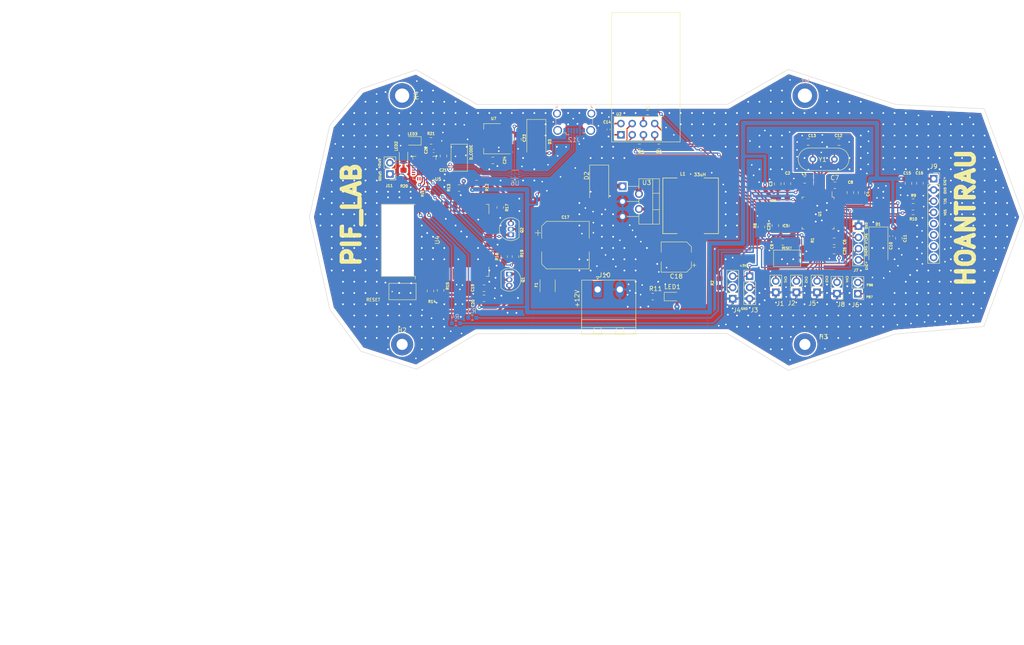
<source format=kicad_pcb>
(kicad_pcb (version 20221018) (generator pcbnew)
  (layers (0 "F.Cu" signal) (31 "B.Cu" signal) (34 "B.Paste" user) (35 "F.Paste" user) (36 "B.SilkS" user "B.Silkscreen") (37 "F.SilkS" user "F.Silkscreen") (38 "B.Mask" user) (39 "F.Mask" user) (44 "Edge.Cuts" user))
  (net 0 "")
  (net 1 "3.3V_3A_OUT")
  (net 2 "/N_RESET")
  (net 3 "Net-(LED1-K)")
  (net 4 "Net-(LED2-K)")
  (net 5 "Net-(LED2-A)")
  (net 6 "Net-(LED3-K)")
  (net 7 "Net-(LED3-A)")
  (net 8 "GND")
  (net 9 "Net-(U1-VDDA)")
  (net 10 "/HSE_IN")
  (net 11 "/HSE_OUT")
  (net 12 "/power/LMS_Vin")
  (net 13 "/ESP8266_12F/3V3_local")
  (net 14 "/ESP8266_12F/5V_local")
  (net 15 "/power/diode")
  (net 16 "Net-(D1-A)")
  (net 17 "Net-(J6-Pin_1)")
  (net 18 "Net-(J6-Pin_2)")
  (net 19 "/ESP8266_12F/VBUS_USB")
  (net 20 "/power/12V_INPUT")
  (net 21 "/ESP8266_12F/USB_COM_D-")
  (net 22 "/ESP8266_12F/USB_COM_D+")
  (net 25 "/SWCLK")
  (net 26 "/SWDIO")
  (net 27 "GPIO5_ESP")
  (net 28 "GPIO4_ESP")
  (net 29 "TIM1_CH1")
  (net 30 "SCL_MPU")
  (net 31 "SDA_MPU")
  (net 36 "/ESP8266_12F/DTR")
  (net 37 "Net-(Q2-B)")
  (net 38 "/ESP8266_12F/GPIO0")
  (net 39 "/BOOTO")
  (net 40 "NRF_MOSI")
  (net 41 "/ESP8266_12F/RTS")
  (net 42 "Net-(Q1-B)")
  (net 43 "Net-(U1-PB8)")
  (net 44 "Net-(U1-PB9)")
  (net 45 "/ESP8266_12F/RST_ESP")
  (net 46 "NRF_MISO")
  (net 47 "Net-(U1-PA6)")
  (net 48 "NRF_SCK")
  (net 49 "Net-(U1-PA5)")
  (net 50 "NRF_CSN")
  (net 51 "Net-(U1-PA7)")
  (net 52 "Net-(U4-GPIO2)")
  (net 53 "Net-(U4-EN)")
  (net 54 "Net-(U5-TXD)")
  (net 56 "RXD_ESP")
  (net 57 "TXD_ESP")
  (net 58 "NRF_CE")
  (net 59 "NRF_IRQ")
  (net 60 "Net-(U1-PB2)")
  (net 61 "Net-(U4-GPIO15)")
  (net 66 "/BOOT1")
  (net 69 "TIM1_CH2")
  (net 70 "TIM1_CH3")
  (net 73 "/ESP8266_12F/USB_D+")
  (net 74 "/ESP8266_12F/USB_D-")
  (net 98 "TIM1_CH4")
  (net 99 "Net-(U1-BOOT0)")
  (net 100 "Net-(U1-PA2)")
  (net 101 "Net-(U1-PA3)")
  (footprint "Resistor_SMD:R_0805_2012Metric_Pad1.20x1.40mm_HandSolder" (layer "F.Cu") (at 119.8048 92.7002 90)
    (fp_text reference "R15")
    (fp_text value "10k")
  )
  (footprint "Capacitor_SMD:C_0805_2012Metric_Pad1.18x1.45mm_HandSolder" (layer "F.Cu") (at 202.755 59.19)
    (fp_text reference "C13")
    (fp_text value "20p")
  )
  (footprint "Crystal:Crystal_HC49-4H_Vertical" (layer "F.Cu") (at 208.67 63.09 180)
    (fp_text reference "Y1")
    (fp_text value "Crystal")
  )
  (footprint "Capacitor_SMD:C_0805_2012Metric_Pad1.18x1.45mm_HandSolder" (layer "F.Cu") (at 197.77 78.1075 90)
    (fp_text reference "C5")
    (fp_text value "100nF/50V")
  )
  (footprint "Resistor_SMD:R_0805_2012Metric_Pad1.20x1.40mm_HandSolder" (layer "F.Cu") (at 117.6458 58.9442)
    (fp_text reference "R21")
    (fp_text value "22")
  )
  (footprint "Capacitor_SMD:C_0805_2012Metric_Pad1.18x1.45mm_HandSolder" (layer "F.Cu") (at 131.5933 63.3602)
    (fp_text reference "C24")
    (fp_text value "10u")
  )
  (footprint "Capacitor_SMD:C_0805_2012Metric_Pad1.18x1.45mm_HandSolder" (layer "F.Cu") (at 227.9673 68.5142 -90)
    (fp_text reference "C16")
    (fp_text value "100n")
  )
  (footprint "Resistor_SMD:R_0805_2012Metric_Pad1.20x1.40mm_HandSolder" (layer "F.Cu") (at 117.5188 92.8272 90)
    (fp_text reference "R14")
    (fp_text value "10k")
  )
  (footprint "Resistor_SMD:R_0805_2012Metric_Pad1.20x1.40mm_HandSolder" (layer "F.Cu") (at 182.77955 91.04795 90)
    (fp_text reference "R2")
    (fp_text value "10k")
  )
  (footprint "RF_Module:ESP-12E" (layer "F.Cu") (at 118.5928 81.4132 90)
    (fp_text reference "U4")
    (fp_text value "ESP-12E")
  )
  (footprint "RF_Module:nRF24L01_Breakout" (layer "F.Cu") (at 160.4988 57.5712 90)
    (fp_text reference "U2")
    (fp_text value "NRF24L01_Breakout")
  )
  (footprint "Capacitor_SMD:CP_Elec_10x10.5" (layer "F.Cu") (at 147.9838 82.4842)
    (fp_text reference "C17")
    (fp_text value "680uF")
  )
  (footprint "Connector_PinHeader_2.54mm:PinHeader_1x04_P2.54mm_Vertical" (layer "F.Cu") (at 214.0928 78.2017)
    (fp_text reference "J7")
    (fp_text value "Conn_01x04_Pin")
  )
  (footprint "Resistor_SMD:R_0805_2012Metric_Pad1.20x1.40mm_HandSolder" (layer "F.Cu") (at 197.0273 71.7317 180)
    (fp_text reference "FB1")
    (fp_text value "120R")
  )
  (footprint "Capacitor_SMD:C_0805_2012Metric_Pad1.18x1.45mm_HandSolder" (layer "F.Cu") (at 223.2073 80.9292 -90)
    (fp_text reference "C11")
    (fp_text value "10u")
  )
  (footprint "Capacitor_SMD:C_0805_2012Metric_Pad1.18x1.45mm_HandSolder" (layer "F.Cu") (at 208.6175 81.62 180)
    (fp_text reference "C6")
    (fp_text value "100nF/50V")
  )
  (footprint "Capacitor_SMD:C_0805_2012Metric_Pad1.18x1.45mm_HandSolder" (layer "F.Cu") (at 208.7525 68.96)
    (fp_text reference "C7")
    (fp_text value "100nF/50V")
  )
  (footprint "MountingHole:MountingHole_2.2mm_M2" (layer "F.Cu") (at 111.1296 48.7172 -90)
    (fp_text reference "H4")
    (fp_text value "MountingHole")
  )
  (footprint "Package_TO_SOT_THT:TO-92_Inline" (layer "F.Cu") (at 135.6588 80.1432 90)
    (fp_text reference "Q2")
    (fp_text value "S8050")
  )
  (footprint "Resistor_SMD:R_0805_2012Metric_Pad1.20x1.40mm_HandSolder" (layer "F.Cu") (at 111.4388 66.5762 -90)
    (fp_text reference "R20")
    (fp_text value "22")
  )
  (footprint "Package_QFP:LQFP-48_7x7mm_P0.5mm" (layer "F.Cu") (at 204.9773 75.2442 -90)
    (fp_text reference "U1")
    (fp_text value "STM32F103C8T6")
  )
  (footprint "MountingHole:MountingHole_2.2mm_M2" (layer "F.Cu") (at 111.1296 104.902)
    (fp_text reference "H2")
    (fp_text value "MountingHole")
  )
  (footprint "Capacitor_SMD:C_0805_2012Metric_Pad1.18x1.45mm_HandSolder" (layer "F.Cu") (at 198.0673 68.5942 90)
    (fp_text reference "C2")
    (fp_text value "1u")
  )
  (footprint "Package_TO_SOT_SMD:SOT-223-3_TabPin2" (layer "F.Cu") (at 131.4408 58.4602 180)
    (fp_text reference "U7")
    (fp_text value "AMS1117-3.3")
  )
  (footprint "Capacitor_SMD:CP_Elec_6.3x7.7" (layer "F.Cu") (at 172.99 85.18 180)
    (fp_text reference "C18")
    (fp_text value "220uF")
  )
  (footprint "Capacitor_SMD:C_0805_2012Metric_Pad1.18x1.45mm_HandSolder" (layer "F.Cu") (at 209.71 59.22 180)
    (fp_text reference "C12")
    (fp_text value "20p")
  )
  (footprint "Connector_PinHeader_2.54mm:PinHeader_1x02_P2.54mm_Vertical" (layer "F.Cu") (at 204.7473 93.1467 180)
    (fp_text reference "J5")
    (fp_text value "Screw_Terminal_01x02")
  )
  (footprint "Diode_SMD:D_0805_2012Metric_Pad1.15x1.40mm_HandSolder" (layer "F.Cu") (at 172.1178 94.1022)
    (fp_text reference "LED1")
    (fp_text value "LED")
  )
  (footprint "Connector_PinHeader_2.54mm:PinHeader_1x02_P2.54mm_Vertical" (layer "F.Cu") (at 108.3748 66.4272 180)
    (fp_text reference "J11")
    (fp_text value "Screw_Terminal_01x02")
  )
  (footprint "Capacitor_SMD:C_0805_2012Metric_Pad1.18x1.45mm_HandSolder" (layer "F.Cu") (at 201.4348 81.7342 180)
    (fp_text reference "R1")
    (fp_text value "10k")
  )
  (footprint "Diode_SMD:D_SMB_Handsoldering" (layer "F.Cu") (at 218.5973 83.1017 -90)
    (fp_text reference "D1")
    (fp_text value "1N5824")
  )
  (footprint "Resistor_SMD:R_0805_2012Metric_Pad1.20x1.40mm_HandSolder" (layer "F.Cu") (at 134.1558 85.0802 90)
    (fp_text reference "R18")
    (fp_text value "12K")
  )
  (footprint "Capacitor_SMD:C_0805_2012Metric_Pad1.18x1.45mm_HandSolder" (layer "F.Cu") (at 201.9625 67.75)
    (fp_text reference "C1")
    (fp_text value "10n")
  )
  (footprint "Resistor_SMD:R_0603_1608Metric_Pad0.98x0.95mm_HandSolder" (layer "F.Cu") (at 226.4248 72.5617 180)
    (fp_text reference "R9")
    (fp_text value "0")
  )
  (footprint "Diode_SMD:D_0805_2012Metric_Pad1.15x1.40mm_HandSolder" (layer "F.Cu") (at 113.5608 58.9442 180)
    (fp_text reference "LED3")
    (fp_text value "LED")
  )
  (footprint "Capacitor_SMD:C_0402_1005Metric_Pad0.74x0.62mm_HandSolder" (layer "F.Cu") (at 157.7048 56.3687 -90)
    (fp_text reference "C14")
    (fp_text value "100nF/50V")
  )
  (footprint "Resistor_SMD:R_0603_1608Metric_Pad0.98x0.95mm_HandSolder" (layer "F.Cu") (at 169.0563 60.1912)
    (fp_text reference "R6")
    (fp_text value "0")
  )
  (footprint "Package_TO_SOT_THT:TO-92_Inline" (layer "F.Cu") (at 135.2988 89.03 -90)
    (fp_text reference "Q1")
    (fp_text value "S8050")
  )
  (footprint "Capacitor_SMD:C_0805_2012Metric_Pad1.18x1.45mm_HandSolder" (layer "F.Cu") (at 137.2608 58.5727 -90)
    (fp_text reference "C23")
    (fp_text value "10u")
  )
  (footprint "MountingHole:MountingHole_2.2mm_M2" (layer "F.Cu") (at 202.0108 104.902)
    (fp_text reference "H3")
    (fp_text value "MountingHole")
  )
  (footprint "Fuse:Fuse_1812_4532Metric_Pad1.30x3.40mm_HandSolder" (layer "F.Cu") (at 143.9528 91.6592 90)
    (fp_text reference "F1")
    (fp_text value "Fuse")
  )
  (footprint "Capacitor_SMD:C_0805_2012Metric_Pad1.18x1.45mm_HandSolder" (layer "F.Cu") (at 195.8698 68.6467 90)
    (fp_text reference "C3")
    (fp_text value "1u")
  )
  (footprint "Connector_PinHeader_2.54mm:PinHeader_1x03_P2.54mm_Vertical" (layer "F.Cu") (at 185.71955 94.58295 180)
    (fp_text reference "J4")
    (fp_text value "Screw_Terminal_01x03")
  )
  (footprint "Capacitor_SMD:C_0805_2012Metric_Pad1.18x1.45mm_HandSolder" (layer "F.Cu") (at 195.34 78.0675 90)
    (fp_text reference "C25")
    (fp_text value "10u")
  )
  (footprint "Capacitor_SMD:C_0805_2012Metric_Pad1.18x1.45mm_HandSolder" (layer "F.Cu") (at 225.3773 68.5342 -90)
    (fp_text reference "C15")
    (fp_text value "10u")
  )
  (footprint "Connector_PinHeader_2.54mm:PinHeader_1x02_P2.54mm_Vertical" (layer "F.Cu") (at 200.0973 93.1467 180)
    (fp_text reference "J2")
    (fp_text value "Screw_Terminal_01x02")
  )
  (footprint "Resistor_SMD:R_0603_1608Metric_Pad0.98x0.95mm_HandSolder" (layer "F.Cu") (at 116.92 70.4925 90)
    (fp_text reference "R16")
    (fp_text value "470")
  )
  (footprint "Resistor_SMD:R_0603_1608Metric_Pad0.98x0.95mm_HandSolder" (layer "F.Cu") (at 164.6863 60.1812 180)
    (fp_text reference "R5")
    (fp_text value "0")
  )
  (footprint "Connector_PinHeader_2.54mm:PinHeader_1x02_P2.54mm_Vertical" (layer "F.Cu") (at 209.2473 93.4217 180)
    (fp_text reference "J8")
    (fp_text value "Screw_Terminal_01x02")
  )
  (footprint "Capacitor_SMD:C_0805_2012Metric_Pad1.18x1.45mm_HandSolder" (layer "F.Cu") (at 197.0098 81.7617 180)
    (fp_text reference "C9")
    (fp_text value "100n")
  )
  (footprint "Resistor_SMD:R_0805_2012Metric_Pad1.20x1.40mm_HandSolder" (layer "F.Cu") (at 133.2598 73.9682 -90)
    (fp_text reference "R17")
    (fp_text value "10k")
  )
  (footprint "Connector_PinHeader_2.54mm:PinHeader_1x03_P2.54mm_Vertical" (layer "F.Cu") (at 189.54955 89.49795)
    (fp_text reference "J3")
    (fp_text value "Screw_Terminal_01x03")
  )
  (footprint "Package_DFN_QFN:QFN-28-1EP_5x5mm_P0.5mm_EP3.35x3.35mm" (layer "F.Cu") (at 116.1608 65.0402 180)
    (fp_text reference "U5")
    (fp_text value "CP2102N-Axx-xQFN28")
  )
  (footprint "Resistor_SMD:R_0805_2012Metric_Pad1.20x1.40mm_HandSolder" (layer "F.Cu") (at 167.6728 94.1022 180)
    (fp_text reference "R11")
    (fp_text value "22")
  )
  (footprint "Capacitor_SMD:C_0805_2012Metric_Pad1.18x1.45mm_HandSolder" (layer "F.Cu") (at 214.79 70.64 -90)
    (fp_text reference "C4")
    (fp_text value "10u")
  )
  (footprint "Resistor_SMD:R_0603_1608Metric_Pad0.98x0.95mm_HandSolder" (layer "F.Cu") (at 166.5075 52.56)
    (fp_text reference "R7")
    (fp_text value "0")
  )
  (footprint "Resistor_SMD:R_0805_2012Metric_Pad1.20x1.40mm_HandSolder" (layer "F.Cu") (at 136.6958 85.0802 -90)
    (fp_text reference "R19")
    (fp_text value "12K")
  )
  (footprint "Capacitor_SMD:C_0402_1005Metric_Pad0.74x0.62mm_HandSolder" (layer "F.Cu") (at 221.4773 80.4492 -90)
    (fp_text reference "C10")
    (fp_text value "100nF/50V")
  )
  (footprint "Diode_SMD:D_SMB_Handsoldering" (layer "F.Cu") (at 155.5928 69.1222 -90)
    (fp_text reference "D2")
    (fp_text value "1N5824")
  )
  (footprint "Capacitor_SMD:C_0805_2012Metric_Pad1.18x1.45mm_HandSolder" (layer "F.Cu") (at 212.27 70.6175 -90)
    (fp_text reference "C8")
    (fp_text value "100nF/50V")
  )
  (footprint "Resistor_SMD:R_0805_2012Metric_Pad1.20x1.40mm_HandSolder" (layer "F.Cu") (at 192.2 78.37 90)
    (fp_text reference "R8")
    (fp_text value "10k")
  )
  (footprint "CDRH127_LDNP-470MC:IND_CDRH127_LDNP-470MC_SUM" (layer "F.Cu") (at 176.2228 73.6092 -90)
    (fp_text reference "L1")
    (fp_text value "33uH")
  )
  (footprint "Capacitor_SMD:C_0805_2012Metric_Pad1.18x1.45mm_HandSolder" (layer "F.Cu") (at 208.6125 83.71 180)
    (fp_text reference "C26")
    (fp_text value "10u")
  )
  (footprint "Connector_Phoenix_MSTB:PhoenixContact_MSTBA_2,5_2-G_1x02_P5.00mm_Horizontal" (layer "F.Cu") (at 155.2448 92.4962)
    (fp_text reference "J10")
    (fp_text value "Screw_Terminal_01x02")
  )
  (footprint "Connector_PinHeader_2.54mm:PinHeader_1x02_P2.54mm_Vertical" (layer "F.Cu") (at 195.4473 93.1467 180)
    (fp_text reference "J1")
    (fp_text value "Screw_Terminal_01x02")
  )
  (footprint "Connector_PinSocket_2.54mm:PinSocket_1x08_P2.54mm_Vertical" (layer "F.Cu") (at 231.0673 67.4817)
    (fp_text reference "J9")
    (fp_text value "MPU6050")
  )
  (footprint "Resistor_SMD:R_0805_2012Metric_Pad1.20x1.40mm_HandSolder" (layer "F.Cu") (at 123.9798 69.6022 180)
    (fp_text reference "R13")
    (fp_text value "10k")
  )
  (footprint "Capacitor_SMD:C_0805_2012Metric_Pad1.18x1.45mm_HandSolder" (layer "F.Cu") (at 129.5825 94.5)
    (fp_text reference "C20")
    (fp_text value "10u")
  )
  (footprint "Diode_SMD:D_SMB_Handsoldering" (layer "F.Cu") (at 141.4108 58.8172 -90)
    (fp_text reference "D3")
    (fp_text value "1N5824")
  )
  (footprint "Button_Switch_SMD:SW_SPST_CK_RS282G05A3" (layer "F.Cu") (at 111.2058 92.9702)
    (fp_text reference "RESET")
    (fp_text value "button_reset")
  )
  (footprint "Capacitor_SMD:C_0805_2012Metric_Pad1.18x1.45mm_HandSolder" (layer "F.Cu") (at 129.6125 92.21)
    (fp_text reference "C19")
    (fp_text value "100nF/50V" hide)
  )
  (footprint "Resistor_SMD:R_0603_1608Metric_Pad0.98x0.95mm_HandSolder" (layer "F.Cu") (at 226.4048 75.0917 180)
    (fp_text reference "R10")
    (fp_text value "0")
  )
  (footprint "Capacitor_SMD:C_0402_1005Metric_Pad0.74x0.62mm_HandSolder" (layer "F.Cu") (at 118.2373 61.2302)
    (fp_text reference "C22")
    (fp_text value "100nF/50V")
  )
  (footprint "Capacitor_SMD:C_0805_2012Metric_Pad1.18x1.45mm_HandSolder" (layer "F.Cu") (at 120.4558 62.3517 90)
    (fp_text reference "C21")
    (fp_text value "100nF/50V")
  )
  (footprint "Button_Switch_SMD:SW_SPST_CK_RS282G05A3" (layer "F.Cu") (at 124.0118 62.7542 90)
    (fp_text reference "D_CODE")
    (fp_text value "BUTTON_GPIO0_ESP")
  )
  (footprint "Resistor_SMD:R_0805_2012Metric_Pad1.20x1.40mm_HandSolder" (layer "F.Cu") (at 127.9168 68.5862)
    (fp_text reference "R12")
    (fp_text value "4k7")
  )
  (footprint "Diode_SMD:D_0805_2012Metric_Pad1.15x1.40mm_HandSolder" (layer "F.Cu") (at 111.4388 62.4912 90)
    (fp_text reference "LED2")
    (fp_text value "LED")
  )
  (footprint "Package_TO_SOT_THT:TO-220-5_P3.4x3.7mm_StaggerOdd_Lead3.8mm_Vertical" (layer "F.Cu") (at 160.8628 69.2222 -90)
    (fp_text reference "U3")
    (fp_text value "LM2596S-3.3")
  )
  (footprint "Button_Switch_SMD:SW_SPST_CK_RS282G05A3" (layer "F.Cu") (at 197.9873 85.4542)
    (fp_text reference "RESET")
    (fp_text value "Reset_button")
  )
  (footprint "Connector_PinHeader_2.54mm:PinHeader_1x02_P2.54mm_Vertical" (layer "F.Cu") (at 213.96355 93.46495 180)
    (fp_text reference "J6")
    (fp_text value "Screw_Terminal_01x02")
  )
  (footprint "Resistor_SMD:R_0603_1608Metric_Pad0.98x0.95mm_HandSolder" (layer "B.Cu") (at 126.9675 98.87 180)
    (fp_text reference "R3")
    (fp_text value "0")
  )
  (footprint "Package_TO_SOT_SMD:SOT-666" (layer "B.Cu") (at 136.6474 66.4667)
    (fp_text reference "U6")
    (fp_text value "USBLC6-2P6")
  )
  (footprint "Resistor_SMD:R_0603_1608Metric_Pad0.98x0.95mm_HandSolder" (layer "B.Cu") (at 123.2575 100.12 180)
    (fp_text reference "R4")
    (fp_text value "0")
  )
  (footprint "MountingHole:MountingHole_2.2mm_M2" (layer "B.Cu") (at 202.0108 48.7172 180)
    (fp_text reference "H1")
    (fp_text value "MountingHole")
  )
  (footprint "Connector_USB:USB_Micro-B_Wuerth_629105150521_CircularHoles" (layer "B.Cu") (at 149.95 54.72)
    (fp_text reference "J12")
    (fp_text value "USB_B_Micro")
  )
  (gr_poly (pts (xy 114.329797 42.902838) (xy 128.045797 50.726038) (xy 184.535397 50.700638) (xy 198.225997 42.801238) (xy 222.444897 50.713338) (xy 242.472797 51.691238) (xy 251.413597 76.151438) (xy 242.396597 100.865638) (xy 222.330597 102.567438) (xy 198.251397 110.771638) (xy 184.460797 102.440838) (xy 127.945797 102.491638) (xy 114.380597 110.517638) (xy 101.817258 106.45697) (xy 94.781458 96.95737) (xy 90.209458 76.15477) (xy 94.781458 55.45377) (xy 101.766458 47.22417)) (stroke (width 0.1)) (fill none) (layer "Edge.Cuts"))
  (gr_text "SWDIO" (at 215.52 82.6 270) (layer "F.SilkS") (effects (font (size 0.5 0.5) (thickness 0.125)) (justify left bottom)))
  (gr_text "+3V3" (at 233.27 66.94 270) (layer "F.SilkS") (effects (font (size 0.5 0.5) (thickness 0.125)) (justify left bottom)))
  (gr_text "SCL" (at 233.35 71.84 270) (layer "F.SilkS") (effects (font (size 0.5 0.5) (thickness 0.125)) (justify left bottom)))
  (gr_text "PB6\n" (at 215.84 91.79) (layer "F.SilkS") (effects (font (size 0.5 0.5) (thickness 0.125)) (justify left bottom)))
  (gr_text "PB7\n" (at 215.76 94.5) (layer "F.SilkS") (effects (font (size 0.5 0.5) (thickness 0.125)) (justify left bottom)))
  (gr_text "GND" (at 233.32 69.34 -90) (layer "F.SilkS") (effects (font (size 0.5 0.5) (thickness 0.125)) (justify left bottom)))
  (gr_text "CH1\n" (at 197.34 89.46 270) (layer "F.SilkS") (effects (font (size 0.5 0.5) (thickness 0.125)) (justify left bottom)))
  (gr_text "CH4" (at 211.23 89.35 270) (layer "F.SilkS") (effects (font (size 0.5 0.5) (thickness 0.125)) (justify left bottom)))
  (gr_text "GPIO5" (at 105.81 65.69 270) (layer "F.SilkS") (effects (font (size 0.5 0.5) (thickness 0.125)) (justify left bottom)))
  (gr_text "GND" (at 215.57 77.25 -90) (layer "F.SilkS") (effects (font (size 0.5 0.5) (thickness 0.125)) (justify left bottom)))
  (gr_text "SDA" (at 233.34 74.33 270) (layer "F.SilkS") (effects (font (size 0.5 0.5) (thickness 0.125)) (justify left bottom)))
  (gr_text "PIF_LAB" (at 102.06 87.79 90) (layer "F.SilkS") (effects (font (size 4 4) (thickness 1) bold) (justify left bottom)))
  (gr_text "+3V3" (at 187.17 87.4) (layer "F.SilkS") (effects (font (size 0.5 0.5) (thickness 0.125)) (justify left bottom)))
  (gr_text "GND" (at 187.52 97.13) (layer "F.SilkS") (effects (font (size 0.5 0.5) (thickness 0.125)) (justify left bottom)))
  (gr_text "+12V" (at 151.19 96.68 90) (layer "F.SilkS") (effects (font (size 1 1)) (justify left bottom)))
  (gr_text "+3V3" (at 215.61 86.03 270) (layer "F.SilkS") (effects (font (size 0.5 0.5) (thickness 0.125)) (justify left bottom)))
  (gr_text "CH2" (at 202 89.48 270) (layer "F.SilkS") (effects (font (size 0.5 0.5) (thickness 0.125)) (justify left bottom)))
  (gr_text "HOANTRAU" (at 240.64 92.3 90) (layer "F.SilkS") (effects (font (size 4 4) (thickness 1) bold) (justify left bottom)))
  (gr_text "SWCLK" (at 215.56 79.74 270) (layer "F.SilkS") (effects (font (size 0.5 0.5) (thickness 0.125)) (justify left bottom)))
  (gr_text "CH3" (at 206.64 89.34 270) (layer "F.SilkS") (effects (font (size 0.5 0.5) (thickness 0.125)) (justify left bottom)))
  (gr_text "GPIO4\n" (at 105.71 62.82 270) (layer "F.SilkS") (effects (font (size 0.5 0.5) (thickness 0.125)) (justify left bottom)))
  (segment (start 207.7 67.49) (end 214.74 67.49) (width 0.5) (layer "F.Cu") (net 1))
  (segment (start 128.575 91.145) (end 128.575 92.21) (width 0.5) (layer "F.Cu") (net 1))
  (segment (start 173.18 87.26) (end 173.03 87.11) (width 0.7) (layer "F.Cu") (net 1))
  (segment (start 167.6422 74.3222) (end 164.5628 74.3222) (width 0.7) (layer "F.Cu") (net 1))
  (segment (start 126.9168 69.9307) (end 126.9708 69.9847) (width 0.5) (layer "F.Cu") (net 1))
  (segment (start 231.0623 67.4767) (end 231.0673 67.4817) (width 0.5) (layer "F.Cu") (net 1))
  (segment (start 197.73 79.105) (end 197.77 79.145) (width 0.5) (layer "F.Cu") (net 1))
  (segment (start 159.1018 55.0312) (end 160.4988 55.0312) (width 0.35) (layer "F.Cu") (net 1))
  (segment (start 214.74 67.49) (end 214.79 67.54) (width 0.5) (layer "F.Cu") (net 1))
  (segment (start 207.7 68.945) (end 207.7 67.49) (width 0.5) (layer "F.Cu") (net 1))
  (segment (start 129.0928 89.0132) (end 129.0928 90.6272) (width 0.5) (layer "F.Cu") (net 1))
  (segment (start 189.54955 88.33745) (end 189.54955 89.49795) (width 0.3) (layer "F.Cu") (net 1))
  (segment (start 225.3773 67.4967) (end 223.7643 67.4967) (width 1) (layer "F.Cu") (net 1))
  (segment (start 201.2658 80.188677) (end 202.4723 81.395177) (width 0.3) (layer "F.Cu") (net 1))
  (segment (start 176.02 86.78) (end 176.02 85.51) (width 0.5) (layer "F.Cu") (net 1))
  (segment (start 189.56 88.327) (end 189.54955 88.33745) (width 0.3) (layer "F.Cu") (net 1))
  (segment (start 221.97 78.28) (end 223.2073 79.5173) (width 1) (layer "F.Cu") (net 1))
  (segment (start 189.54455 89.50295) (end 189.54955 89.49795) (width 0.3) (layer "F.Cu") (net 1))
  (segment (start 167.73 74.41) (end 167.6422 74.3222) (width 0.7) (layer "F.Cu") (net 1))
  (segment (start 210.66 72.28) (end 210.66 71.14) (width 0.3) (layer "F.Cu") (net 1))
  (segment (start 227.9473 67.4967) (end 227.9673 67.4767) (width 0.5) (layer "F.Cu") (net 1))
  (segment (start 210.4458 72.4942) (end 210.66 72.28) (width 0.3) (layer "F.Cu") (net 1))
  (segment (start 158.3318 55.8012) (end 159.1018 55.0312) (width 0.35) (layer "F.Cu") (net 1))
  (segment (start 197.865 79.24) (end 197.77 79.145) (width 0.3) (layer "F.Cu") (net 1))
  (segment (start 126.9168 68.5862) (end 126.9168 69.9307) (width 0.5) (layer "F.Cu") (net 1))
  (segment (start 207.715 68.96) (end 207.7 68.945) (width 0.5) (layer "F.Cu") (net 1))
  (segment (start 124.0602 93.7002) (end 124.92 94.56) (width 0.5) (layer "F.Cu") (net 1))
  (segment (start 207.7273 71.0817) (end 207.7273 68.9723) (width 0.3) (layer "F.Cu") (net 1))
  (segment (start 125.9008 69.6022) (end 126.9168 68.5862) (width 0.5) (layer "F.Cu") (net 1))
  (segment (start 227.9673 67.4767) (end 231.0623 67.4767) (width 0.5) (layer "F.Cu") (net 1))
  (segment (start 199.6 77.99) (end 199.6 79.23) (width 0.3) (layer "F.Cu") (net 1))
  (segment (start 117.5188 93.8272) (end 119.6778 93.8272) (width 0.5) (layer "F.Cu") (net 1))
  (segment (start 129.0758 89.0302) (end 129.0928 89.0132) (width 0.5) (layer "F.Cu") (net 1))
  (segment (start 207.7273 80.47) (end 209.65 80.47) (width 0.3) (layer "F.Cu") (net 1))
  (segment (start 212.22 69.58) (end 212.27 69.58) (width 0.3) (layer "F.Cu") (net 1))
  (segment (start 176.2228 78.5622) (end 175.94 78.845) (width 0.5) (layer "F.Cu") (net 1))
  (segment (start 209.655 80.475) (end 209.655 81.62) (width 0.3) (layer "F.Cu") (net 1))
  (segment (start 209.65 83.71) (end 209.65 81.625) (width 0.3) (layer "F.Cu") (net 1))
  (segment (start 173.1428 94.1022) (end 174.5978 94.1022) (width 0.5) (layer "F.Cu") (net 1))
  (segment (start 193.895 79.105) (end 193.87 79.13) (width 0.3) (layer "F.Cu") (net 1))
  (segment (start 214.79 67.54) (end 214.79 69.6025) (width 0.5) (layer "F.Cu") (net 1))
  (segment (start 223.2073 79.5173) (end 223.2073 79.8917) (width 1) (layer "F.Cu") (net 1))
  (segment (start 223.2073 79.8917) (end 221.5573 79.8917) (width 0.5) (layer "F.Cu") (net 1))
  (segment (start 199.6 79.23) (end 199.59 79.24) (width 0.3) (layer "F.Cu") (net 1))
  (segment (start 167.73 81.27) (end 167.73 74.41) (width 0.7) (layer "F.Cu") (net 1))
  (segment (start 199.6042 77.9942) (end 199.6 77.99) (width 0.3) (layer "F.Cu") (net 1))
  (segment (start 214.79 69.6025) (end 216.1585 69.6025) (width 0.5) (layer "F.Cu") (net 1))
  (segment (start 195.8873 69.7017) (end 195.8698 69.6842) (width 0.5) (layer "F.Cu") (net 1))
  (segment (start 212.2925 69.6025) (end 212.27 69.58) (width 0.5) (layer "F.Cu") (net 1))
  (segment (start 207.7273 79.4067) (end 207.7273 80.47) (width 0.3) (layer "F.Cu") (net 1))
  (segment (start 194.5348 71.6682) (end 193.0108 70.1442) (width 0.7) (layer "F.Cu") (net 1))
  (segment (start 176.02 87.26) (end 173.18 87.26) (width 0.7) (layer "F.Cu") (net 1))
  (segment (start 209.65 81.625) (end 209.655 81.62) (width 0.3) (layer "F.Cu") (net 1))
  (segment (start 129.0928 90.6272) (end 128.575 91.145) (width 0.5) (layer "F.Cu") (net 1))
  (segment (start 202.4723 81.395177) (end 202.4723 81.7342) (width 0.3) (layer "F.Cu") (net 1))
  (segment (start 209.65 85.32) (end 209.71 85.38) (width 0.3) (layer "F.Cu") (net 1))
  (segment (start 176.02 85.51) (end 175.69 85.18) (width 0.5) (layer "F.Cu") (net 1))
  (segment (start 195.34 79.105) (end 197.73 79.105) (width 0.5) (layer "F.Cu") (net 1))
  (segment (start 141.5918 71.0332) (end 141.5758 71.0332) (width 0.35) (layer "F.Cu") (net 1))
  (segment (start 214.79 69.6025) (end 212.2925 69.6025) (width 0.5) (layer "F.Cu") (net 1))
  (segment (start 220.2373 80.4017) (end 218.5973 80.4017) (width 0.5) (layer "F.Cu") (net 1))
  (segment (start 195.9638 71.6682) (end 194.5348 71.6682) (width 0.7) (layer "F.Cu") (net 1))
  (segment (start 174.5978 94.1022) (end 176.02 92.68) (width 0.5) (layer "F.Cu") (net 1))
  (segment (start 207.7273 68.9723) (end 207.715 68.96) (width 0.3) (layer "F.Cu") (net 1))
  (segment (start 176.02 87.26) (end 176.02 86.78) (width 0.5) (layer "F.Cu") (net 1))
  (segment (start 223.7643 67.4967) (end 223.7448 67.4772) (width 1) (layer "F.Cu") (net 1))
  (segment (start 195.8873 71.5917) (end 195.8873 69.7017) (width 0.5) (layer "F.Cu") (net 1))
  (segment (start 221.4773 79.8817) (end 220.7573 79.8817) (width 0.5) (layer "F.Cu") (net 1))
  (segment (start 128.565538 96.503062) (end 128.545 96.482524) (width 0.5) (layer "F.Cu") (net 1))
  (segment (start 189.56 87.09) (end 189.56 88.327) (width 0.3) (layer "F.Cu") (net 1))
  (segment (start 173.1428 94.1022) (end 173.1428 96.3772) (width 0.7) (layer "F.Cu") (net 1))
  (segment (start 175.94 78.845) (end 175.94 84.93) (width 0.5) (layer "F.Cu") (net 1))
  (segment (start 173.03 81.27) (end 167.73 81.27) (width 0.7) (layer "F.Cu") (net 1))
  (segment (start 128.575 94.47) (end 128.545 94.5) (width 0.5) (layer "F.Cu") (net 1))
  (segment (start 223.2173 79.8817) (end 223.2073 79.8917) (width 0.5) (layer "F.Cu") (net 1))
  (segment (start 119.6778 93.8272) (end 119.8048 93.7002) (width 0.5) (layer "F.Cu") (net 1))
  (segment (start 220.7573 79.8817) (end 220.2373 80.4017) (width 0.5) (layer "F.Cu") (net 1))
  (segment (start 225.3773 67.4967) (end 227.9473 67.4967) (width 0.5) (layer "F.Cu") (net 1))
  (segment (start 175.94 84.93) (end 175.69 85.18) (width 0.5) (layer "F.Cu") (net 1))
  (segment (start 209.65 80.47) (end 209.655 80.475) (width 0.3) (layer "F.Cu") (net 1))
  (segment (start 124.9798 68.093416) (end 124.9798 69.6022) (width 0.5) (layer "F.Cu") (net 1))
  (segment (start 125.0182 68.055016) (end 124.9798 68.093416) (width 0.5) (layer "F.Cu") (net 1))
  (segment (start 128.575 92.21) (end 128.575 94.47) (width 0.5) (layer "F.Cu") (net 1))
  (segment (start 199.59 79.24) (end 197.865 79.24) (width 0.3) (layer "F.Cu") (net 1))
  (segment (start 193.87 79.13) (end 193.87 80.22) (width 0.3) (layer "F.Cu") (net 1))
  (segment (start 216.1585 69.6025) (end 216.7705 68.9905) (width 0.5) (layer "F.Cu") (net 1))
  (segment (start 195.34 79.105) (end 193.895 79.105) (width 0.3) (layer "F.Cu") (net 1))
  (segment (start 173.03 87.11) (end 173.03 81.27) (width 0.7) (layer "F.Cu") (net 1))
  (segment (start 185.71955 89.50295) (end 189.54455 89.50295) (width 0.3) (layer "F.Cu") (net 1))
  (segment (start 209.1398 72.4942) (end 210.4458 72.4942) (width 0.3) (layer "F.Cu") (net 1))
  (segment (start 156.8238 55.8012) (end 141.5918 71.0332) (width 0.35) (layer "F.Cu") (net 1))
  (segment (start 128.545 96.482524) (end 128.545 94.5) (width 0.5) (layer "F.Cu") (net 1))
  (segment (start 119.8048 93.7002) (end 124.0602 93.7002) (width 0.5) (layer "F.Cu") (net 1))
  (segment (start 157.7048 55.8012) (end 156.8238 55.8012) (width 0.35) (layer "F.Cu") (net 1))
  (segment (start 157.7048 55.8012) (end 158.3318 55.8012) (width 0.35) (layer "F.Cu") (net 1))
  (segment (start 210.66 71.14) (end 212.22 69.58) (width 0.3) (layer "F.Cu") (net 1))
  (segment (start 124.92 94.56) (end 128.485 94.56) (width 0.5) (layer "F.Cu") (net 1))
  (segment (start 124.9798 69.6022) (end 125.9008 69.6022) (width 0.5) (layer "F.Cu") (net 1))
  (segment (start 209.65 83.71) (end 209.65 85.32) (width 0.3) (layer "F.Cu") (net 1))
  (segment (start 176.02 92.68) (end 176.02 87.26) (width 0.5) (layer "F.Cu") (net 1))
  (segment (start 221.5573 79.8917) (end 221.4873 79.8217) (width 0.5) (layer "F.Cu") (net 1))
  (segment (start 193.0108 70.1442) (end 193.0108 68.8742) (width 0.7) (layer "F.Cu") (net 1))
  (segment (start 200.8148 77.9942) (end 199.6042 77.9942) (width 0.3) (layer "F.Cu") (net 1))
  (segment (start 128.485 94.56) (end 128.545 94.5) (width 0.5) (layer "F.Cu") (net 1))
  (segment (start 196.0273 71.7317) (end 195.9638 71.6682) (width 0.7) (layer "F.Cu") (net 1))
  (via (at 193.87 80.22) (size 0.8) (drill 0.35) (layers "F.Cu" "B.Cu") (net 1))
  (via (at 128.565538 96.503062) (size 0.8) (drill 0.35) (layers "F.Cu" "B.Cu") (net 1))
  (via (at 173.1428 96.3772) (size 1.2) (drill 0.4) (layers "F.Cu" "B.Cu") (net 1))
  (via (at 209.71 85.38) (size 0.8) (drill 0.35) (layers "F.Cu" "B.Cu") (net 1))
  (via (at 216.7705 68.9905) (size 1) (drill 0.4) (layers "F.Cu" "B.Cu") (net 1))
  (via (at 201.2658 80.188677) (size 0.8) (drill 0.4) (layers "F.Cu" "B.Cu") (net 1))
  (via (at 125.0182 68.055016) (size 1) (drill 0.3) (layers "F.Cu" "B.Cu") (net 1))
  (via (at 223.7448 67.4772) (size 1) (drill 0.4) (layers "F.Cu" "B.Cu") (net 1))
  (via (at 141.5758 71.0332) (size 0.8) (drill 0.4) (layers "F.Cu" "B.Cu") (net 1))
  (via (at 221.97 78.28) (size 1) (drill 0.4) (layers "F.Cu" "B.Cu") (net 1))
  (via (at 126.9708 69.9847) (size 1) (drill 0.3) (layers "F.Cu" "B.Cu") (net 1))
  (via (at 189.56 87.09) (size 0.8) (drill 0.4) (layers "F.Cu" "B.Cu") (net 1))
  (via (at 193.0108 68.8742) (size 0.8) (drill 0.4) (layers "F.Cu" "B.Cu") (net 1))
  (segment (start 201.2658 86.5758) (end 201.33 86.64) (width 0.3) (layer "B.Cu") (net 1))
  (segment (start 173.1428 97.5872) (end 173.09 97.64) (width 1) (layer "B.Cu") (net 1))
  (segment (start 193.0108 62.4192) (end 193.0328 62.3972) (width 0.7) (layer "B.Cu") (net 1))
  (segment (start 139.4168 73.3192) (end 139.34 73.2424) (width 1) (layer "B.Cu") (net 1))
  (segment (start 193.87 81.13) (end 193.87 80.22) (width 0.3) (layer "B.Cu") (net 1))
  (segment (start 218.2838 54.9638) (end 218.2838 67.4772) (width 1) (layer "B.Cu") (net 1))
  (segment (start 209.71 85.38) (end 209.71 86.63) (width 0.3) (layer "B.Cu") (net 1))
  (segment (start 218.2242 54.9042) (end 218.2838 54.9638) (width 1) (layer "B.Cu") (net 1))
  (segment (start 173.09 97.64) (end 139.33 97.64) (width 1) (layer "B.Cu") (net 1))
  (segment (start 191.3 81.15) (end 193.85 81.15) (width 0.3) (layer "B.Cu") (net 1))
  (segment (start 141.5758 71.0332) (end 141.5758 73.3192) (width 0.5) (layer "B.Cu") (net 1))
  (segment (start 193.87 80.22) (end 193.901323 80.188677) (width 0.3) (layer "B.Cu") (net 1))
  (segment (start 128.565538 96.503062) (end 128.6086 96.46) (width 0.5) (layer "B.Cu") (net 1))
  (segment (start 139.33 73.406) (end 139.4168 73.3192) (width 1) (layer "B.Cu") (net 1))
  (segment (start 209.7 86.64) (end 211.4258 86.64) (width 0.3) (layer "B.Cu") (net 1))
  (segment (start 173.1428 96.3772) (end 173.1428 97.5872) (width 1) (layer "B.Cu") (net 1))
  (segment (start 221.8473 78.1573) (end 221.8473 67.4772) (width 0.7) (layer "B.Cu") (net 1))
  (segment (start 216.7698 73.7002) (end 216.7705 73.6995) (width 0.3) (layer "B.Cu") (net 1))
  (segment (start 139.33 96.3172) (end 139.33 73.406) (width 1) (layer "B.Cu") (net 1))
  (segment (start 188.03 82.08) (end 188.03 62.425) (width 1) (layer "B.Cu") (net 1))
  (segment (start 221.8473 67.4772) (end 223.7448 67.4772) (width 0.7) (layer "B.Cu") (net 1))
  (segment (start 193.0328 62.3972) (end 188.0578 62.3972) (width 0.7) (layer "B.Cu") (net 1))
  (segment (start 139.34 73.2424) (end 139.34 69.99) (width 1) (layer "B.Cu") (net 1))
  (segment (start 193.85 81.15) (end 193.87 81.13) (width 0.3) (layer "B.Cu") (net 1))
  (segment (start 188.03 62.425) (end 188.0578 62.3972) (width 1) (layer "B.Cu") (net 1))
  (segment (start 216.7705 67.4772) (end 218.2838 67.4772) (width 1) (layer "B.Cu") (net 1))
  (segment (start 188.0758 54.9042) (end 218.2242 54.9042) (width 1) (layer "B.Cu") (net 1))
  (segment (start 201.2658 80.188677) (end 201.2658 86.5758) (width 0.3) (layer "B.Cu") (net 1))
  (segment (start 188.05 62.3894) (end 188.05 54.93) (width 1) (layer "B.Cu") (net 1))
  (segment (start 139.2402 69.8902) (end 127.0653 69.8902) (width 1) (layer "B.Cu") (net 1))
  (segment (start 139.1872 96.46) (end 139.33 96.3172) (width 0.5) (layer "B.Cu") (net 1))
  (segment (start 211.4498 73.7002) (end 216.7698 73.7002) (width 0.3) (layer "B.Cu") (net 1))
  (segment (start 139.34 69.99) (end 139.2402 69.8902) (width 1) (layer "B.Cu") (net 1))
  (segment (start 191.2328 87.0272) (end 191.2328 81.2172) (width 0.3) (layer "B.Cu") (net 1))
  (segment (start 189.56 87.09) (end 191.17 87.09) (width 0.3) (layer "B.Cu") (net 1))
  (segment (start 191.2328 81.2172) (end 191.3 81.15) (width 0.3) (layer "B.Cu") (net 1))
  (segment (start 128.6086 96.46) (end 139.1872 96.46) (width 0.5) (layer "B.Cu") (net 1))
  (segment (start 211.4258 73.7242) (end 211.4498 73.7002) (width 0.3) (layer "B.Cu") (net 1))
  (segment (start 139.33 97.64) (end 139.33 96.3172) (width 1) (layer "B.Cu") (net 1))
  (segment (start 209.71 86.63) (end 209.7 86.64) (width 0.3) (layer "B.Cu") (net 1))
  (segment (start 193.0108 68.8742) (end 193.0108 62.4192) (width 0.7) (layer "B.Cu") (net 1))
  (segment (start 180.52 82.1) (end 180.54 82.08) (width 1) (layer "B.Cu") (net 1))
  (segment (start 127.0653 69.8902) (end 126.9708 69.9847) (width 1) (layer "B.Cu") (net 1))
  (segment (start 201.33 86.64) (end 209.7 86.64) (width 0.3) (layer "B.Cu") (net 1))
  (segment (start 188.0578 62.3972) (end 188.05 62.3894) (width 1) (layer "B.Cu") (net 1))
  (segment (start 193.901323 80.188677) (end 201.2658 80.188677) (width 0.3) (layer "B.Cu") (net 1))
  (segment (start 216.7705 73.6995) (end 216.7705 68.9905) (width 0.3) (layer "B.Cu") (net 1))
  (segment (start 191.17 87.09) (end 191.2328 87.0272) (width 0.3) (layer "B.Cu") (net 1))
  (segment (start 180.52 97.61) (end 180.52 96.34) (width 1) (layer "B.Cu") (net 1))
  (segment (start 173.1428 97.5872) (end 173.1656 97.61) (width 1) (layer "B.Cu") (net 1))
  (segment (start 173.1656 97.61) (end 180.52 97.61) (width 1) (layer "B.Cu") (net 1))
  (segment (start 221.97 78.28) (end 221.8473 78.1573) (width 0.7) (layer "B.Cu") (net 1))
  (segment (start 188.05 54.93) (end 188.0758 54.9042) (width 1) (layer "B.Cu") (net 1))
  (segment (start 223.7448 67.4772) (end 218.2838 67.4772) (width 1) (layer "B.Cu") (net 1))
  (segment (start 141.5758 73.3192) (end 139.4168 73.3192) (width 0.5) (layer "B.Cu") (net 1))
  (segment (start 180.54 82.08) (end 188.03 82.08) (width 1) (layer "B.Cu") (net 1))
  (segment (start 211.4258 86.64) (end 211.4258 73.7242) (width 0.3) (layer "B.Cu") (net 1))
  (segment (start 216.7705 68.9905) (end 216.7705 67.4772) (width 1) (layer "B.Cu") (net 1))
  (segment (start 180.52 96.34) (end 180.52 82.1) (width 1) (layer "B.Cu") (net 1))
  (segment (start 200.3973 79.7757) (end 200.3973 81.7342) (width 0.3) (layer "F.Cu") (net 2))
  (segment (start 204.7273 71.920241) (end 202.3173 74.330241) (width 0.3) (layer "F.Cu") (net 2))
  (segment (start 204.7273 71.0817) (end 204.7273 71.920241) (width 0.3) (layer "F.Cu") (net 2))
  (segment (start 201.8873 85.4542) (end 201.0298 85.4542) (width 0.3) (layer "F.Cu") (net 2))
  (segment (start 200.3973 84.8217) (end 200.3973 81.7342) (width 0.3) (layer "F.Cu") (net 2))
  (segment (start 198.0748 81.7342) (end 198.0473 81.7617) (width 0.3) (layer "F.Cu") (net 2))
  (segment (start 202.3173 74.330241) (end 202.3173 77.8557) (width 0.3) (layer "F.Cu") (net 2))
  (segment (start 200.3973 81.7342) (end 198.0748 81.7342) (width 0.3) (layer "F.Cu") (net 2))
  (segment (start 202.3173 77.8557) (end 200.3973 79.7757) (width 0.3) (layer "F.Cu") (net 2))
  (segment (start 201.0298 85.4542) (end 200.3973 84.8217) (width 0.3) (layer "F.Cu") (net 2))
  (segment (start 171.0928 94.1022) (end 168.6728 94.1022) (width 0.5) (layer "F.Cu") (net 3))
  (segment (start 111.4388 63.5162) (end 111.4388 65.5762) (width 0.5) (layer "F.Cu") (net 4))
  (segment (start 115.084808 61.4662) (end 111.4388 61.4662) (width 0.25) (layer "F.Cu") (net 5))
  (segment (start 115.6608 62.042192) (end 115.084808 61.4662) (width 0.25) (layer "F.Cu") (net 5))
  (segment (start 115.6608 62.5902) (end 115.6608 62.042192) (width 0.25) (layer "F.Cu") (net 5))
  (segment (start 111.4588 61.4462) (end 111.4388 61.4662) (width 0.25) (layer "F.Cu") (net 5))
  (segment (start 114.5858 58.9442) (end 116.6458 58.9442) (width 0.5) (layer "F.Cu") (net 6))
  (segment (start 113.1298 61.0162) (end 112.5358 60.4222) (width 0.25) (layer "F.Cu") (net 7))
  (segment (start 116.1608 62.5902) (end 116.1608 61.905796) (width 0.25) (layer "F.Cu") (net 7))
  (segment (start 116.1608 61.905796) (end 115.271204 61.0162) (width 0.25) (layer "F.Cu") (net 7))
  (segment (start 112.5358 60.4222) (end 112.5358 58.9442) (width 0.25) (layer "F.Cu") (net 7))
  (segment (start 115.271204 61.0162) (end 113.1298 61.0162) (width 0.25) (layer "F.Cu") (net 7))
  (segment (start 118.81 61.2354) (end 118.8048 61.2302) (width 0.25) (layer "F.Cu") (net 8))
  (segment (start 206.762415 76.92) (end 205.83 76.92) (width 0.25) (layer "F.Cu") (net 8))
  (segment (start 211.98 59.22) (end 212.01 59.19) (width 0.3) (layer "F.Cu") (net 8))
  (segment (start 153.3628 80.2122) (end 153.3628 72.7822) (width 0.5) (layer "F.Cu") (net 8))
  (segment (start 204.2273 71.0817) (end 204.2273 69.42) (width 0.3) (layer "F.Cu") (net 8))
  (segment (start 118.82 62.382992) (end 118.82 62.363408) (width 0.25) (layer "F.Cu") (net 8))
  (segment (start 118.8668 62.3732) (end 118.89 62.35) (width 0.25) (layer "F.Cu") (net 8))
  (segment (start 225.3773 69.5717) (end 227.9473 69.5717) (width 0.5) (layer "F.Cu") (net 8))
  (segment (start 207.575 83.71) (end 207.575 85.4845) (width 0.3) (layer "F.Cu") (net 8))
  (segment (start 203.22 67.67) (end 203.22 68.886778) (width 0.25) (layer "F.Cu") (net 8))
  (segment (start 229.2573 70.0217) (end 231.0673 70.0217) (width 0.5) (layer "F.Cu") (net 8))
  (segment (start 197.78 77.08) (end 197.77 77.07) (width 0.3) (layer "F.Cu") (net 8))
  (segment (start 194.0573 67.6117) (end 195.8673 67.6117) (width 0.5) (layer "F.Cu") (net 8))
  (segment (start 204.2273 66.055168) (end 203.592132 65.42) (width 0.3) (layer "F.Cu") (net 8))
  (segment (start 118.6458 58.9442) (end 120.0488 58.9442) (width 0.5) (layer "F.Cu") (net 8))
  (segment (start 162.03 93.73) (end 162.03 96.4) (width 0.7) (layer "F.Cu") (net 8))
  (segment (start 132.6308 64.6282) (end 132.6308 63.3602) (width 0.35) (layer "F.Cu") (net 8))
  (segment (start 209.775 68.945) (end 209.79 68.96) (width 0.5) (layer "F.Cu") (net 8))
  (segment (start 203.22 67.67) (end 203.22 69.42) (width 0.3) (layer "F.Cu") (net 8))
  (segment (start 208.0523 72.1207) (end 209.81 70.363) (width 0.3) (layer "F.Cu") (net 8))
  (segment (start 111.4388 67.5762) (end 113.6248 67.5762) (width 0.25) (layer "F.Cu") (net 8))
  (segment (start 195.4473 93.1467) (end 195.4473 95.4217) (width 0.5) (layer "F.Cu") (net 8))
  (segment (start 132.0288 74.9682) (end 130.8738 73.8132) (width 0.5) (layer "F.Cu") (net 8))
  (segment (start 195.1848 85.4542) (end 194.0873 85.4542) (width 0.3) (layer "F.Cu") (net 8))
  (segment (start 204.2273 69.42) (end 204.2273 66.055168) (width 0.3) (layer "F.Cu") (net 8))
  (segment (start 200.28 59.19) (end 200.27 59.2) (width 0.3) (layer "F.Cu") (net 8))
  (segment (start 124.0118 61.2782) (end 124.0118 58.8542) (width 0.5) (layer "F.Cu") (net 8))
  (segment (start 201.7175 59.19) (end 200.28 59.19) (width 0.3) (layer "F.Cu") (net 8))
  (segment (start 157.7048 56.9362) (end 157.9588 56.9362) (width 0.35) (layer "F.Cu") (net 8))
  (segment (start 130.62 94.5) (end 132.01 94.5) (width 0.5) (layer "F.Cu") (net 8))
  (segment (start 209.81 70.363) (end 209.81 68.98) (width 0.3) (layer "F.Cu") (net 8))
  (segment (start 130.62 94.5) (end 130.62 92.24) (width 0.3) (layer "F.Cu") (net 8))
  (segment (start 133.2598 74.9682) (end 133.2598 76.3262) (width 0.5) (layer "F.Cu") (net 8))
  (segment (start 207.2273 81.2673) (end 207.58 81.62) (width 0.3) (layer "F.Cu") (net 8))
  (segment (start 120.3732 62.3732) (end 120.39 62.39) (width 0.25) (layer "F.Cu") (net 8))
  (segment (start 225.3773 69.5717) (end 223.6803 69.5717) (width 0.7) (layer "F.Cu") (net 8))
  (segment (start 133.2598 76.3262) (end 133.2668 76.3332) (width 0.5) (layer "F.Cu") (net 8))
  (segment (start 156.3928 72.6222) (end 160.8628 72.6222) (width 0.5) (layer "F.Cu") (net 8))
  (segment (start 209.2473 95.3717) (end 209.2473 93.4217) (width 0.5) (layer "F.Cu") (net 8))
  (segment (start 222.4273 81.9667) (end 221.4773 81.0167) (width 0.5) (layer "F.Cu") (net 8))
  (segment (start 195.9723 81.7617) (end 195.9723 84.6667) (width 0.3) (layer "F.Cu") (net 8))
  (segment (start 164.92 93.68) (end 164.94 93.66) (width 0.7) (layer "F.Cu") (net 8))
  (segment (start 214.79 71.6775) (end 212.2925 71.6775) (width 0.5) (layer "F.Cu") (net 8))
  (segment (start 189.55955 96.62295) (end 189.55955 94.58795) (width 0.5) (layer "F.Cu") (net 8))
  (segment (start 208.0523 72.9723) (end 208.0523 72.1207) (width 0.3) (layer "F.Cu") (net 8))
  (segment (start 132.9398 61.2542) (end 134.0968 61.2542) (width 0.35) (layer "F.Cu") (net 8))
  (segment (start 209.81 68.98) (end 209.79 68.96) (width 0.3) (layer "F.Cu") (net 8))
  (segment (start 195.9723 81.7617) (end 194.4823 81.7617) (width 0.5) (layer "F.Cu") (net 8))
  (segment (start 185.69955 96.77295) (end 185.69955 94.60295) (width 0.5) (layer "F.Cu") (net 8))
  (segment (start 116.1608 65.0402) (end 116.162792 65.0402) (width 0.25) (layer "F.Cu") (net 8))
  (segment (start 158.5938 57.5712) (end 160.4988 57.5712) (width 0.35) (layer "F.Cu") (net 8))
  (segment (start 107.3058 92.9702) (end 108.8828 92.9702) (width 0.5) (layer "F.Cu") (net 8))
  (segment (start 111.4388 67.5762) (end 111.4388 67.6562) (width 0.35) (layer "F.Cu") (net 8))
  (segment (start 223.2073 83.2717) (end 223.2273 83.2917) (width 0.5) (layer "F.Cu") (net 8))
  (segment (start 189.54955 94.57795) (end 185.76205 94.57795) (width 0.5) (layer "F.Cu") (net 8))
  (segment (start 137.3008 60.7402) (end 137.2608 60.7002) (width 0.35) (layer "F.Cu") (net 8))
  (segment (start 130.8738 73.8132) (end 129.0928 73.8132) (width 0.5) (layer "F.Cu") (net 8))
  (segment (start 223.2073 81.9667) (end 223.2073 83.2717) (width 0.5) (layer "F.Cu") (net 8))
  (segment (start 118.829792 62.3732) (end 118.8668 62.3732) (width 0.25) (layer "F.Cu") (net 8))
  (segment (start 160.8628 80.5422) (end 165.4828 85.1622) (width 0.5) (layer "F.Cu") (net 8))
  (segment (start 185.69955 94.60295) (end 185.71955 94.58295) (width 0.5) (layer "F.Cu") (net 8))
  (segment (start 189.55955 94.58795) (end 189.54955 94.57795) (width 0.5) (layer "F.Cu") (net 8))
  (segment (start 199.4033 67.5567) (end 199.51 67.45) (width 0.5) (layer "F.Cu") (net 8))
  (segment (start 153.3628 72.7822) (end 154.3228 71.8222) (width 0.5) (layer "F.Cu") (net 8))
  (segment (start 113.6248 67.5762) (end 116.1608 65.0402) (width 0.25) (layer "F.Cu") (net 8))
  (segment (start 164.92 96.52) (end 164.92 93.68) (width 0.7) (layer "F.Cu") (net 8))
  (segment (start 195.34 77.03) (end 193.91 77.03) (width 0.3) (layer "F.Cu") (net 8))
  (segment (start 116.6608 65.5402) (end 116.1608 65.0402) (width 0.25) (layer "F.Cu") (net 8))
  (segment (start 130.62 92.24) (end 130.65 92.21) (width 0.3) (layer "F.Cu") (net 8))
  (segment (start 123.9758 61.3142) (end 124.0118 61.2782) (width 0.5) (layer "F.Cu") (net 8))
  (segment (start 208.0742 72.9942) (end 208.0523 72.9723) (width 0.3) (layer "F.Cu") (net 8))
  (segment (start 207.2273 79.4067) (end 207.2273 81.2673) (width 0.3) (layer "F.Cu") (net 8))
  (segment (start 210.7475 59.22) (end 211.98 59.22) (width 0.3) (layer "F.Cu") (net 8))
  (segment (start 133.2598 74.9682) (end 132.0288 74.9682) (width 0.5) (layer "F.Cu") (net 8))
  (segment (start 212.2925 71.6775) (end 212.27 71.655) (width 0.5) (layer "F.Cu") (net 8))
  (segment (start 195.8673 67.6117) (end 195.8698 67.6092) (width 0.5) (layer "F.Cu") (net 8))
  (segment (start 166.6728 86.3522) (end 165.4828 85.1622) (width 0.5) (layer "F.Cu") (net 8))
  (segment (start 212.27 72.9942) (end 212.27 71.655) (width 0.3) (layer "F.Cu") (net 8))
  (segment (start 153.3628 80.2122) (end 153.3628 83.6022) (width 0.5) (layer "F.Cu") (net 8))
  (segment (start 122.2178 61.3142) (end 123.9758 61.3142) (width 0.5) (layer "F.Cu") (net 8))
  (segment (start 118.89 62.35) (end 118.81 62.27) (width 0.25) (layer "F.Cu") (net 8))
  (segment (start 193.91 77.03) (end 193.9 77.04) (width 0.3) (layer "F.Cu") (net 8))
  (segment (start 198.0148 67.6092) (end 198.0673 67.5567) (width 0.5) (layer "F.Cu") (net 8))
  (segment (start 199.6642 77.4942) (end 199.25 77.08) (width 0.3) (layer "F.Cu") (net 8))
  (segment (start 195.4473 95.4217) (end 195.4773 95.4517) (width 0.5) (layer "F.Cu") (net 8))
  (segment (start 160.8628 72.6222) (end 160.8628 76.0222) (width 0.5) (layer "F.Cu") (net 8))
  (segment (start 209.1398 72.9942) (end 212.27 72.9942) (width 0.3) (layer "F.Cu") (net 8))
  (segment (start 200.0973 95.4017) (end 200.0673 95.4317) (width 0.5) (layer "F.Cu") (net 8))
  (segment (start 195.9723 84.6667) (end 195.1848 85.4542) (width 0.3) (layer "F.Cu") (net 8))
  (segment (start 197.73 77.03) (end 197.77 77.07) (width 0.5) (layer "F.Cu") (net 8))
  (segment (start 198.1123 67.5117) (end 198.0673 67.5567) (width 0.5) (layer "F.Cu") (net 8))
  (segment (start 194.4823 81.7617) (end 194.4623 81.7417) (width 0.5) (layer "F.Cu") (net 8))
  (segment (start 198.0673 67.5567) (end 199.4033 67.5567) (width 0.5) (layer "F.Cu") (net 8))
  (segment (start 209.1398 72.9942) (end 208.0742 72.9942) (width 0.3) (layer "F.Cu") (net 8))
  (segment (start 200.8148 77.4942) (end 199.6642 77.4942) (width 0.3) (layer "F.Cu") (net 8))
  (segment (start 227.9673 69.5517) (end 228.7873 69.5517) (width 0.5) (layer "F.Cu") (net 8))
  (segment (start 223.2073 81.9667) (end 222.4273 81.9667) (width 0.5) (layer "F.Cu") (net 8))
  (segment (start 200.0973 93.1467) (end 200.0973 95.4017) (width 0.5) (layer "F.Cu") (net 8))
  (segment (start 134.2608 60.4302) (end 134.5908 60.7602) (width 0.35) (layer "F.Cu") (net 8))
  (segment (start 120.0488 58.9442) (end 120.0588 58.9342) (width 0.5) (layer "F.Cu") (net 8))
  (segment (start 207.2273 77.5127) (end 207.291208 77.448792) (width 0.25) (layer "F.Cu") (net 8))
  (segment (start 199.25 77.08) (end 197.78 77.08) (width 0.3) (layer "F.Cu") (net 8))
  (segment (start 204.7473 95.3617) (end 204.8273 95.4417) (width 0.5) (layer "F.Cu") (net 8))
  (segment (start 118.89 62.35) (end 118.9132 62.3732) (width 0.25) (layer "F.Cu") (net 8))
  (segment (start 207.575 83.71) (end 207.575 81.625) (width 0.3) (layer "F.Cu") (net 8))
  (segment (start 157.9588 56.9362) (end 158.5938 57.5712) (width 0.35) (layer "F.Cu") (net 8))
  (segment (start 170.2722 85.1622) (end 170.29 85.18) (width 0.5) (layer "F.Cu") (net 8))
  (segment (start 203.592132 65.42) (end 202.82 65.42) (width 0.3) (layer "F.Cu") (net 8))
  (segment (start 165.0988 84.7782) (end 165.4828 85.1622) (width 0.5) (layer "F.Cu") (net 8))
  (segment (start 185.76205 94.57795) (end 185.71955 94.53545) (width 0.5) (layer "F.Cu") (net 8))
  (segment (start 227.9473 69.5717) (end 227.9673 69.5517) (width 0.5) (layer "F.Cu") (net 8))
  (segment (start 204.7473 93.1467) (end 204.7473 95.3617) (width 0.5) (layer "F.Cu") (net 8))
  (segment (start 209.122415 79.28) (end 207.291208 77.448792) (width 0.25) (layer "F.Cu") (net 8))
  (segment (start 118.81 62.27) (end 118.81 61.2354) (width 0.25) (layer "F.Cu") (net 8))
  (segment (start 154.3228 71.8222) (end 155.5928 71.8222) (width 0.5) (layer "F.Cu") (net 8))
  (segment (start 120.4558 62.3242) (end 120.4558 61.3142) (width 0.25) (layer "F.Cu") (net 8))
  (segment (start 162 93.7) (end 162.03 93.73) (width 0.7) (layer "F.Cu") (net 8))
  (segment (start 166.68 94.1094) (end 166.6728 94.1022) (width 0.7) (layer "F.Cu") (net 8))
  (segment (start 228.7873 69.5517) (end 229.2573 70.0217) (width 0.5) (layer "F.Cu") (net 8))
  (segment (start 153.3628 83.6022) (end 160.2448 90.4842) (width 0.7) (layer "F.Cu") (net 8))
  (segment (start 209.58 79.28) (end 209.122415 79.28) (width 0.25) (layer "F.Cu") (net 8))
  (segment (start 207.2273 79.4067) (end 207.2273 77.5127) (width 0.25) (layer "F.Cu") (net 8))
  (segment (start 120.4558 61.3142) (end 122.2178 61.3142) (width 0.5) (layer "F.Cu") (net 8))
  (segment (start 122.2178 61.3142) (end 122.2178 60.3312) (width 0.5) (layer "F.Cu") (net 8))
  (segment (start 155.5928 71.8222) (end 156.3928 72.6222) (width 0.5) (layer "F.Cu") (net 8))
  (segment (start 160.8628 76.0222) (end 160.8628 80.5422) (width 0.5) (layer "F.Cu") (net 8))
  (segment (start 118.6108 65.5402) (end 116.6608 65.5402) (width 0.25) (layer "F.Cu") (net 8))
  (segment (start 160.2448 90.4842) (end 160.2448 92.4962) (width 0.7) (layer "F.Cu") (net 8))
  (segment (start 165.4828 85.1622) (end 170.2722 85.1622) (width 0.5) (layer "F.Cu") (net 8))
  (segment (start 203.22 69.42) (end 204.2273 69.42) (width 0.3) (layer "F.Cu") (net 8))
  (segment (start 207.575 81.625) (end 207.58 81.62) (width 0.3) (layer "F.Cu") (net 8))
  (segment (start 195.34 77.03) (end 197.73 77.03) (width 0.5) (layer "F.Cu") (net 8))
  (segment (start 157.7048 56.9362) (end 157.7048 57.9522) (width 0.35) (layer "F.Cu") (net 8))
  (segment (start 137.2608 60.7002) (end 137.2608 59.6102) (width 0.35) (layer "F.Cu") (net 8))
  (segment (start 118.82 62.363408) (end 118.829792 62.3732) (width 0.25) (layer "F.Cu") (net 8))
  (segment (start 166.68 96.33) (end 166.68 94.1094) (width 0.7) (layer "F.Cu") (net 8))
  (segment (start 207.575 85.4845) (end 207.53 85.5295) (width 0.3) (layer "F.Cu") (net 8))
  (segment (start 118.9132 62.3732) (end 120.3732 62.3732) (width 0.25) (layer "F.Cu") (net 8))
  (segment (start 130.65 92.21) (end 132.09 92.21) (width 0.5) (layer "F.Cu") (net 8))
  (segment (start 195.8698 67.6092) (end 198.0148 67.6092) (width 0.5) (layer "F.Cu") (net 8))
  (segment (start 207.291208 77.448792) (end 206.762415 76.92) (width 0.25) (layer "F.Cu") (net 8))
  (segment (start 223.6803 69.5717) (end 223.6178 69.5092) (width 0.7) (layer "F.Cu") (net 8))
  (segment (start 120.39 62.39) (end 120.4558 62.3242) (width 0.25) (layer "F.Cu") (net 8))
  (segment (start 166.6728 94.1022) (end 166.6728 86.3522) (width 0.5) (layer "F.Cu") (net 8))
  (segment (start 134.0968 61.2542) (end 134.5908 60.7602) (width 0.35) (layer "F.Cu") (net 8))
  (segment (start 132.9398 60.4302) (end 134.2608 60.4302) (width 0.35) (layer "F.Cu") (net 8))
  (via (at 216.37 59.03) (size 0.8) (drill 0.35) (layers "F.Cu" "B.Cu") (net 8))
  (via (at 245.099458 75.5162) (size 0.8) (drill 0.4) (layers "F.Cu" "B.Cu") (net 8))
  (via (at 212.079458 103.4562) (size 0.8) (drill 0.4) (layers "F.Cu" "B.Cu") (net 8))
  (via (at 242.559458 72.9762) (size 0.8) (drill 0.4) (layers "F.Cu" "B.Cu") (net 8))
  (via (at 125.719458 60.2762) (size 0.8) (drill 0.4) (layers "F.Cu" "B.Cu") (net 8))
  (via (at 212.079458 93.2962) (size 0.8) (drill 0.4) (layers "F.Cu" "B.Cu") (net 8))
  (via (at 118.099458 83.1362) (size 0.8) (drill 0.4) (layers "F.Cu" "B.Cu") (net 8))
  (via (at 155.42 55.54) (size 0.8) (drill 0.35) (layers "F.Cu" "B.Cu") (net 8))
  (via (at 102.859458 65.3562) (size 0.8) (drill 0.4) (layers "F.Cu" "B.Cu") (net 8))
  (via (at 97.779458 60.2762) (size 0.8) (drill 0.4) (layers "F.Cu" "B.Cu") (net 8))
  (via (at 196.839458 52.6562) (size 0.8) (drill 0.4) (layers "F.Cu" "B.Cu") (net 8))
  (via (at 95.239458 78.0562) (size 0.8) (drill 0.4) (layers "F.Cu" "B.Cu") (net 8))
  (via (at 205.83 76.92) (size 0.8) (drill 0.4) (layers "F.Cu" "B.Cu") (net 8))
  (via (at 212.079458 98.3762) (size 0.8) (drill 0.4) (layers "F.Cu" "B.Cu") (net 8))
  (via (at 184.139458 85.6762) (size 0.8) (drill 0.4) (layers "F.Cu" "B.Cu") (net 8))
  (via (at 107.939458 57.7362) (size 0.8) (drill 0.4) (layers "F.Cu" "B.Cu") (net 8))
  (via (at 238.8 99.69) (size 0.8) (drill 0.35) (layers "F.Cu" "B.Cu") (net 8))
  (via (at 124.73 91.53) (size 0.8) (drill 0.35) (layers "F.Cu" "B.Cu") (net 8))
  (via (at 158.739458 75.5162) (size 0.8) (drill 0.4) (layers "F.Cu" "B.Cu") (net 8))
  (via (at 105.399458 55.1962) (size 0.8) (drill 0.4) (layers "F.Cu" "B.Cu") (net 8))
  (via (at 195.4773 95.4517) (size 0.8) (drill 0.35) (layers "F.Cu" "B.Cu") (net 8))
  (via (at 140.67 72.18) (size 0.8) (drill 0.35) (layers "F.Cu" "B.Cu") (net 8))
  (via (at 151.11 59.67) (size 0.8) (drill 0.35) (layers "F.Cu" "B.Cu") (net 8))
  (via (at 227.319458 93.2962) (size 0.8) (drill 0.4) (layers "F.Cu" "B.Cu") (net 8))
  (via (at 123.179458 50.1162) (size 0.8) (drill 0.4) (layers "F.Cu" "B.Cu") (net 8))
  (via (at 198.56 56.94) (size 0.8) (drill 0.35) (layers "F.Cu" "B.Cu") (net 8))
  (via (at 125.49 62.21) (size 0.8) (drill 0.35) (layers "F.Cu" "B.Cu") (net 8))
  (via (at 156.199458 52.6562) (size 0.8) (drill 0.4) (layers "F.Cu" "B.Cu") (net 8))
  (via (at 102.859458 93.2962) (size 0.8) (drill 0.4) (layers "F.Cu" "B.Cu") (net 8))
  (via (at 118.099458 47.5762) (size 0.8) (drill 0.4) (layers "F.Cu" "B.Cu") (net 8))
  (via (at 113.019458 70.4362) (size 0.8) (drill 0.4) (layers "F.Cu" "B.Cu") (net 8))
  (via (at 242.559458 75.5162) (size 0.8) (drill 0.4) (layers "F.Cu" "B.Cu") (net 8))
  (via (at 232.399458 93.2962) (size 0.8) (drill 0.4) (layers "F.Cu" "B.Cu") (net 8))
  (via (at 181.67 83.37) (size 0.8) (drill 0.35) (layers "F.Cu" "B.Cu") (net 8))
  (via (at 191.759458 95.8362) (size 0.8) (drill 0.4) (layers "F.Cu" "B.Cu") (net 8))
  (via (at 228.74 71.32) (size 0.8) (drill 0.35) (layers "F.Cu" "B.Cu") (net 8))
  (via (at 133.339458 52.6562) (size 0.8) (drill 0.4) (layers "F.Cu" "B.Cu") (net 8))
  (via (at 159.35 87.32) (size 0.8) (drill 0.35) (layers "F.Cu" "B.Cu") (net 8))
  (via (at 97.779458 90.7562) (size 0.8) (drill 0.4) (layers "F.Cu" "B.Cu") (net 8))
  (via (at 164.92 96.52) (size 0.8) (drill 0.4) (layers "F.Cu" "B.Cu") (net 8))
  (via (at 242.559458 62.8162) (size 0.8) (drill 0.4) (layers "F.Cu" "B.Cu") (net 8))
  (via (at 229.859458 55.1962) (size 0.8) (drill 0.4) (layers "F.Cu" "B.Cu") (net 8))
  (via (at 219.699458 70.4362) (size 0.8) (drill 0.4) (layers "F.Cu" "B.Cu") (net 8))
  (via (at 93.46 71.96) (size 0.8) (drill 0.35) (layers "F.Cu" "B.Cu") (net 8))
  (via (at 223 87.14) (size 0.8) (drill 0.35) (layers "F.Cu" "B.Cu") (net 8))
  (via (at 194.21 88.4) (size 0.8) (drill 0.35) (layers "F.Cu" "B.Cu") (net 8))
  (via (at 246.75 69.53) (size 0.8) (drill 0.35) (layers "F.Cu" "B.Cu") (net 8))
  (via (at 163.819458 52.6562) (size 0.8) (drill 0.4) (layers "F.Cu" "B.Cu") (net 8))
  (via (at 152.97 85.81) (size 0.8) (drill 0.35) (layers "F.Cu" "B.Cu") (net 8))
  (via (at 240.019458 67.8962) (size 0.8) (drill 0.4) (layers "F.Cu" "B.Cu") (net 8))
  (via (at 115.559458 47.5762) (size 0.8) (drill 0.4) (layers "F.Cu" "B.Cu") (net 8))
  (via (at 191.759458 52.6562) (size 0.8) (drill 0.4) (layers "F.Cu" "B.Cu") (net 8))
  (via (at 105.399458 72.9762) (size 0.8) (drill 0.4) (layers "F.Cu" "B.Cu") (net 8))
  (via (at 156.199458 83.1362) (size 0.8) (drill 0.4) (layers "F.Cu" "B.Cu") (net 8))
  (via (at 193.05 92.39) (size 0.8) (drill 0.35) (layers "F.Cu" "B.Cu") (net 8))
  (via (at 154.29 79.7) (size 0.8) (drill 0.35) (layers "F.Cu" "B.Cu") (net 8))
  (via (at 100.319458 88.2162) (size 0.8) (drill 0.4) (layers "F.Cu" "B.Cu") (net 8))
  (via (at 156.199458 60.2762) (size 0.8) (drill 0.4) (layers "F.Cu" "B.Cu") (net 8))
  (via (at 216.2 61.7) (size 0.8) (drill 0.35) (layers "F.Cu" "B.Cu") (net 8))
  (via (at 227.319458 83.1362) (size 0.8) (drill 0.4) (layers "F.Cu" "B.Cu") (net 8))
  (via (at 200.21 65.22) (size 0.8) (drill 0.35) (layers "F.Cu" "B.Cu") (net 8))
  (via (at 194.299458 105.9962) (size 0.8) (drill 0.4) (layers "F.Cu" "B.Cu") (net 8))
  (via (at 148.579458 52.6562) (size 0.8) (drill 0.4) (layers "F.Cu" "B.Cu") (net 8))
  (via (at 123.179458 95.8362) (size 0.8) (drill 0.4) (layers "F.Cu" "B.Cu") (net 8))
  (via (at 233.62 86.23) (size 0.8) (drill 0.35) (layers "F.Cu" "B.Cu") (net 8))
  (via (at 163.819458 90.7562) (size 0.8) (drill 0.4) (layers "F.Cu" "B.Cu") (net 8))
  (via (at 224.779458 60.2762) (size 0.8) (drill 0.4) (layers "F.Cu" "B.Cu") (net 8))
  (via (at 224.779458 55.1962) (size 0.8) (drill 0.4) (layers "F.Cu" "B.Cu") (net 8))
  (via (at 124.16 92.48) (size 0.8) (drill 0.35) (layers "F.Cu" "B.Cu") (net 8))
  (via (at 97.779458 72.9762) (size 0.8) (drill 0.4) (layers "F.Cu" "B.Cu") (net 8))
  (via (at 110.479458 70.4362) (size 0.8) (drill 0.4) (layers "F.Cu" "B.Cu") (net 8))
  (via (at 156.199458 78.0562) (size 0.8) (drill 0.4) (layers "F.Cu" "B.Cu") (net 8))
  (via (at 179.059458 55.1962) (size 0.8) (drill 0.4) (layers "F.Cu" "B.Cu") (net 8))
  (via (at 130.799458 90.7562) (size 0.8) (drill 0.4) (layers "F.Cu" "B.Cu") (net 8))
  (via (at 170.51 91.32) (size 0.8) (drill 0.35) (layers "F.Cu" "B.Cu") (net 8))
  (via (at 115.559458 98.3762) (size 0.8) (drill 0.4) (layers "F.Cu" "B.Cu") (net 8))
  (via (at 136.5688 67.6972) (size 0.7) (drill 0.3) (layers "F.Cu" "B.Cu") (net 8))
  (via (at 146.039458 60.2762) (size 0.8) (drill 0.4) (layers "F.Cu" "B.Cu") (net 8))
  (via (at 107.939458 105.9962) (size 0.8) (drill 0.4) (layers "F.Cu" "B.Cu") (net 8))
  (via (at 232.399458 62.8162) (size 0.8) (drill 0.4) (layers "F.Cu" "B.Cu") (net 8))
  (via (at 234.939458 55.1962) (size 0.8) (drill 0.4) (layers "F.Cu" "B.Cu") (net 8))
  (via (at 105.399458 67.8962) (size 0.8) (drill 0.4) (layers "F.Cu" "B.Cu") (net 8))
  (via (at 97.779458 80.5962) (size 0.8) (drill 0.4) (layers "F.Cu" "B.Cu") (net 8))
  (via (at 115.559458 85.6762) (size 0.8) (drill 0.4) (layers "F.Cu" "B.Cu") (net 8))
  (via (at 189.219458 100.9162) (size 0.8) (drill 0.4) (layers "F.Cu" "B.Cu") (net 8))
  (via (at 120.639458 50.1162) (size 0.8) (drill 0.4) (layers "F.Cu" "B.Cu") (net 8))
  (via (at 124.47 79.4) (size 0.8) (drill 0.4) (layers "F.Cu" "B.Cu") (net 8))
  (via (at 227.319458 98.3762) (size 0.8) (drill 0.4) (layers "F.Cu" "B.Cu") (net 8))
  (via (at 162.54 92.77) (size 0.8) (drill 0.35) (layers "F.Cu" "B.Cu") (net 8))
  (via (at 95.239458 80.5962) (size 0.8) (drill 0.4) (layers "F.Cu" "B.Cu") (net 8))
  (via (at 233.9 99.73) (size 0.8) (drill 0.35) (layers "F.Cu" "B.Cu") (net 8))
  (via (at 205.71 61.55) (size 0.8) (drill 0.35) (layers "F.Cu" "B.Cu") (net 8))
  (via (at 161.279458 88.2162) (size 0.8) (drill 0.4) (layers "F.Cu" "B.Cu") (net 8))
  (via (at 227.319458 95.8362) (size 0.8) (drill 0.4) (layers "F.Cu" "B.Cu") (net 8))
  (via (at 222.239458 60.2762) (size 0.8) (drill 0.4) (layers "F.Cu" "B.Cu") (net 8))
  (via (at 110.53 71.7) (size 0.8) (drill 0.4) (layers "F.Cu" "B.Cu") (net 8))
  (via (at 196.839458 47.5762) (size 0.8) (drill 0.4) (layers "F.Cu" "B.Cu") (net 8))
  (via (at 240.019458 65.3562) (size 0.8) (drill 0.4) (layers "F.Cu" "B.Cu") (net 8))
  (via (at 120.32 57.05) (size 0.8) (drill 0.35) (layers "F.Cu" "B.Cu") (net 8))
  (via (at 232.399458 65.3562) (size 0.8) (drill 0.4) (layers "F.Cu" "B.Cu") (net 8))
  (via (at 164.94 93.66) (size 0.8) (drill 0.35) (layers "F.Cu" "B.Cu") (net 8))
  (via (at 219.699458 57.7362) (size 0.8) (drill 0.4) (layers "F.Cu" "B.Cu") (net 8))
  (via (at 105.399458 93.2962) (size 0.8) (drill 0.4) (layers "F.Cu" "B.Cu") (net 8))
  (via (at 218.27 71.82) (size 0.8) (drill 0.35) (layers "F.Cu" "B.Cu") (net 8))
  (via (at 100.319458 98.3762) (size 0.8) (drill 0.4) (layers "F.Cu" "B.Cu") (net 8))
  (via (at 196.839458 103.4562) (size 0.8) (drill 0.4) (layers "F.Cu" "B.Cu") (net 8))
  (via (at 196.839458 50.1162) (size 0.8) (drill 0.4) (layers "F.Cu" "B.Cu") (net 8))
  (via (at 133.339458 78.0562) (size 0.8) (drill 0.4) (layers "F.Cu" "B.Cu") (net 8))
  (via (at 225.95 100.19) (size 0.8) (drill 0.35) (layers "F.Cu" "B.Cu") (net 8))
  (via (at 107.939458 52.6562) (size 0.8) (drill 0.4) (layers "F.Cu" "B.Cu") (net 8))
  (via (at 173.979458 55.1962) (size 0.8) (drill 0.4) (layers "F.Cu" "B.Cu") (net 8))
  (via (at 105.399458 103.4562) (size 0.8) (drill 0.4) (layers "F.Cu" "B.Cu") (net 8))
  (via (at 163.819458 93.2962) (size 0.8) (drill 0.4) (layers "F.Cu" "B.Cu") (net 8))
  (via (at 201.919458 95.8362) (size 0.8) (drill 0.4) (layers "F.Cu" "B.Cu") (net 8))
  (via (at 204.459458 100.9162) (size 0.8) (drill 0.4) (layers "F.Cu" "B.Cu") (net 8))
  (via (at 189.219458 98.3762) (size 0.8) (drill 0.4) (layers "F.Cu" "B.Cu") (net 8))
  (via (at 227.64 53.2) (size 0.8) (drill 0.35) (layers "F.Cu" "B.Cu") (net 8))
  (via (at 120.0588 58.9342) (size 0.7) (drill 0.3) (layers "F.Cu" "B.Cu") (net 8))
  (via (at 214.619458 50.1162) (size 0.8) (drill 0.4) (layers "F.Cu" "B.Cu") (net 8))
  (via (at 228.54 76.32) (size 0.8) (drill 0.35) (layers "F.Cu" "B.Cu") (net 8))
  (via (at 184.139458 75.5162) (size 0.8) (drill 0.4) (layers "F.Cu" "B.Cu") (net 8))
  (via (at 156.98 74.44) (size 0.8) (drill 0.35) (layers "F.Cu" "B.Cu") (net 8))
  (via (at 194.299458 52.6562) (size 0.8) (drill 0.4) (layers "F.Cu" "B.Cu") (net 8))
  (via (at 196.839458 100.9162) (size 0.8) (drill 0.4) (layers "F.Cu" "B.Cu") (net 8))
  (via (at 227.319458 90.7562) (size 0.8) (drill 0.4) (layers "F.Cu" "B.Cu") (net 8))
  (via (at 182.57 100.68) (size 0.8) (drill 0.35) (layers "F.Cu" "B.Cu") (net 8))
  (via (at 237.479458 57.7362) (size 0.8) (drill 0.4) (layers "F.Cu" "B.Cu") (net 8))
  (via (at 102.859458 103.4562) (size 0.8) (drill 0.4) (layers "F.Cu" "B.Cu") (net 8))
  (via (at 151.119458 75.5162) (size 0.8) (drill 0.4) (layers "F.Cu" "B.Cu") (net 8))
  (via (at 224.779458 52.6562) (size 0.8) (drill 0.4) (layers "F.Cu" "B.Cu") (net 8))
  (via (at 189.219458 52.6562) (size 0.8) (drill 0.4) (layers "F.Cu" "B.Cu") (net 8))
  (via (at 151.7 79.89) (size 0.8) (drill 0.35) (layers "F.Cu" "B.Cu") (net 8))
  (via (at 189.55955 96.62295) (size 0.8) (drill 0.35) (layers "F.Cu" "B.Cu") (net 8))
  (via (at 201.919458 100.9162) (size 0.8) (drill 0.4) (layers "F.Cu" "B.Cu") (net 8))
  (via (at 227.319458 57.7362) (size 0.8) (drill 0.4) (layers "F.Cu" "B.Cu") (net 8))
  (via (at 206.999458 52.6562) (size 0.8) (drill 0.4) (layers "F.Cu" "B.Cu") (net 8))
  (via (at 123.17 62.44) (size 0.8) (drill 0.35) (layers "F.Cu" "B.Cu") (net 8))
  (via (at 192.98 56.61) (size 0.8) (drill 0.35) (layers "F.Cu" "B.Cu") (net 8))
  (via (at 240.019458 95.8362) (size 0.8) (drill 0.4) (layers "F.Cu" "B.Cu") (net 8))
  (via (at 107.939458 60.2762) (size 0.8) (drill 0.4) (layers "F.Cu" "B.Cu") (net 8))
  (via (at 120.639458 55.1962) (size 0.8) (drill 0.4) (layers "F.Cu" "B.Cu") (net 8))
  (via (at 142.74 68.15) (size 0.8) (drill 0.35) (layers "F.Cu" "B.Cu") (net 8))
  (via (at 204.81 73.59) (size 0.8) (drill 0.4) (layers "F.Cu" "B.Cu") (net 8))
  (via (at 222.239458 62.8162) (size 0.8) (drill 0.4) (layers "F.Cu" "B.Cu") (net 8))
  (via (at 157.79 53.55) (size 0.8) (drill 0.35) (layers "F.Cu" "B.Cu") (net 8))
  (via (at 240.019458 98.3762) (size 0.8) (drill 0.4) (layers "F.Cu" "B.Cu") (net 8))
  (via (at 222.239458 55.1962) (size 0.8) (drill 0.4) (layers "F.Cu" "B.Cu") (net 8))
  (via (at 186.679458 72.9762) (size 0.8) (drill 0.4) (layers "F.Cu" "B.Cu") (net 8))
  (via (at 100.319458 52.6562) (size 0.8) (drill 0.4) (layers "F.Cu" "B.Cu") (net 8))
  (via (at 128.259458 83.1362) (size 0.8) (drill 0.4) (layers "F.Cu" "B.Cu") (net 8))
  (via (at 222.239458 95.8362) (size 0.8) (drill 0.4) (layers "F.Cu" "B.Cu") (net 8))
  (via (at 228.53 86.72) (size 0.8) (drill 0.35) (layers "F.Cu" "B.Cu") (net 8))
  (via (at 92.699458 78.0562) (size 0.8) (drill 0.4) (layers "F.Cu" "B.Cu") (net 8))
  (via (at 240.019458 70.4362) (size 0.8) (drill 0.4) (layers "F.Cu" "B.Cu") (net 8))
  (via (at 168.899458 90.7562) (size 0.8) (drill 0.4) (layers "F.Cu" "B.Cu") (net 8))
  (via (at 225.76 89.23) (size 0.8) (drill 0.4) (layers "F.Cu" "B.Cu") (net 8))
  (via (at 118.099458 80.5962) (size 0.8) (drill 0.4) (layers "F.Cu" "B.Cu") (net 8))
  (via (at 140.959458 65.3562) (size 0.8) (drill 0.4) (layers "F.Cu" "B.Cu") (net 8))
  (via (at 151.119458 72.9762) (size 0.8) (drill 0.4) (layers "F.Cu" "B.Cu") (net 8))
  (via (at 173.979458 52.6562) (size 0.8) (drill 0.4) (layers "F.Cu" "B.Cu") (net 8))
  (via (at 224.779458 62.8162) (size 0.8) (drill 0.4) (layers "F.Cu" "B.Cu") (net 8))
  (via (at 172.44 57.59) (size 0.8) (drill 0.35) (layers "F.Cu" "B.Cu") (net 8))
  (via (at 118.099458 100.9162) (size 0.8) (drill 0.4) (layers "F.Cu" "B.Cu") (net 8))
  (via (at 234.939458 60.2762) (size 0.8) (drill 0.4) (layers "F.Cu" "B.Cu") (net 8))
  (via (at 102.859458 88.2162) (size 0.8) (drill 0.4) (layers "F.Cu" "B.Cu") (net 8))
  (via (at 228.44 79.27) (size 0.8) (drill 0.35) (layers "F.Cu" "B.Cu") (net 8))
  (via (at 97.779458 83.1362) (size 0.8) (drill 0.4) (layers "F.Cu" "B.Cu") (net 8))
  (via (at 201.919458 62.8162) (size 0.8) (drill 0.4) (layers "F.Cu" "B.Cu") (net 8))
  (via (at 191.759458 103.4562) (size 0.8) (drill 0.4) (layers "F.Cu" "B.Cu") (net 8))
  (via (at 120.639458 85.6762) (size 0.8) (drill 0.4) (layers "F.Cu" "B.Cu") (net 8))
  (via (at 96.04 59.63) (size 0.8) (drill 0.35) (layers "F.Cu" "B.Cu") (net 8))
  (via (at 227.319458 62.8162) (size 0.8) (drill 0.4) (layers "F.Cu" "B.Cu") (net 8))
  (via (at 107.939458 100.9162) (size 0.8) (drill 0.4) (layers "F.Cu" "B.Cu") (net 8))
  (via (at 196.839458 60.2762) (size 0.8) (drill 0.4) (layers "F.Cu" "B.Cu") (net 8))
  (via (at 227.319458 80.5962) (size 0.8) (drill 0.4) (layers "F.Cu" "B.Cu") (net 8))
  (via (at 186.679458 75.5162) (size 0.8) (drill 0.4) (layers "F.Cu" "B.Cu") (net 8))
  (via (at 115.559458 50.1162) (size 0.8) (drill 0.4) (layers "F.Cu" "B.Cu") (net 8))
  (via (at 237.479458 55.1962) (size 0.8) (drill 0.4) (layers "F.Cu" "B.Cu") (net 8))
  (via (at 186.679458 57.7362) (size 0.8) (drill 0.4) (layers "F.Cu" "B.Cu") (net 8))
  (via (at 120.639458 67.8962) (size 0.8) (drill 0.4) (layers "F.Cu" "B.Cu") (net 8))
  (via (at 170.68 55.93) (size 0.8) (drill 0.35) (layers "F.Cu" "B.Cu") (net 8))
  (via (at 102.859458 72.9762) (size 0.8) (drill 0.4) (layers "F.Cu" "B.Cu") (net 8))
  (via (at 162.49 77.98) (size 0.8) (drill 0.35) (layers "F.Cu" "B.Cu") (net 8))
  (via (at 158.739458 78.0562) (size 0.8) (drill 0.4) (layers "F.Cu" "B.Cu") (net 8))
  (via (at 194 83.68) (size 0.8) (drill 0.35) (layers "F.Cu" "B.Cu") (net 8))
  (via (at 105.399458 52.6562) (size 0.8) (drill 0.4) (layers "F.Cu" "B.Cu") (net 8))
  (via (at 191.759458 100.9162) (size 0.8) (drill 0.4) (layers "F.Cu" "B.Cu") (net 8))
  (via (at 113.05 69.41) (size 0.8) (drill 0.35) (layers "F.Cu" "B.Cu") (net 8))
  (via (at 240.019458 88.2162) (size 0.8) (drill 0.4) (layers "F.Cu" "B.Cu") (net 8))
  (via (at 196.839458 65.3562) (size 0.8) (drill 0.4) (layers "F.Cu" "B.Cu") (net 8))
  (via (at 156.199458 62.8162) (size 0.8) (drill 0.4) (layers "F.Cu" "B.Cu") (net 8))
  (via (at 206.91 74.59) (size 0.8) (drill 0.4) (layers "F.Cu" "B.Cu") (net 8))
  (via (at 200.0673 95.4317) (size 0.8) (drill 0.35) (layers "F.Cu" "B.Cu") (net 8))
  (via (at 224.779458 90.7562) (size 0.8) (drill 0.4) (layers "F.Cu" "B.Cu") (net 8))
  (via (at 204.459458 98.3762) (size 0.8) (drill 0.4) (layers "F.Cu" "B.Cu") (net 8))
  (via (at 199.51 67.45) (size 0.8) (drill 0.35) (layers "F.Cu" "B.Cu") (net 8))
  (via (at 229.859458 60.2762) (size 0.8) (drill 0.4) (layers "F.Cu" "B.Cu") (net 8))
  (via (at 102.859458 83.1362) (size 0.8) (drill 0.4) (layers "F.Cu" "B.Cu") (net 8))
  (via (at 151.119458 52.6562) (size 0.8) (drill 0.4) (layers "F.Cu" "B.Cu") (net 8))
  (via (at 242.559458 60.2762) (size 0.8) (drill 0.4) (layers "F.Cu" "B.Cu") (net 8))
  (via (at 191.68 68.26) (size 0.8) (drill 0.35) (layers "F.Cu" "B.Cu") (net 8))
  (via (at 123.43 91.43) (size 0.8) (drill 0.35) (layers "F.Cu" "B.Cu") (net 8))
  (via (at 240.019458 93.2962) (size 0.8) (drill 0.4) (layers "F.Cu" "B.Cu") (net 8))
  (via (at 100.319458 95.8362) (size 0.8) (drill 0.4) (layers "F.Cu" "B.Cu") (net 8))
  (via (at 227.319458 65.3562) (size 0.8) (drill 0.4) (layers "F.Cu" "B.Cu") (net 8))
  (via (at 209.539458 50.1162) (size 0.8) (drill 0.4) (layers "F.Cu" "B.Cu") (net 8))
  (via (at 230.68 53.31) (size 0.8) (drill 0.35) (layers "F.Cu" "B.Cu") (net 8))
  (via (at 120.639458 103.4562) (size 0.8) (drill 0.4) (layers "F.Cu" "B.Cu") (net 8))
  (via (at 170.79 87.56) (size 0.8) (drill 0.35) (layers "F.Cu" "B.Cu") (net 8))
  (via (at 134.91 97.76) (size 0.8) (drill 0.4) (layers "F.Cu" "B.Cu") (net 8))
  (via (at 247.639458 75.5162) (size 0.8) (drill 0.4) (layers "F.Cu" "B.Cu") (net 8))
  (via (at 113.019458 55.1962) (size 0.8) (drill 0.4) (layers "F.Cu" "B.Cu") (net 8))
  (via (at 240.019458 57.7362) (size 0.8) (drill 0.4) (layers "F.Cu" "B.Cu") (net 8))
  (via (at 162.21 91.34) (size 0.8) (drill 0.35) (layers "F.Cu" "B.Cu") (net 8))
  (via (at 240.019458 90.7562) (size 0.8) (drill 0.4) (layers "F.Cu" "B.Cu") (net 8))
  (via (at 245.099458 85.6762) (size 0.8) (drill 0.4) (layers "F.Cu" "B.Cu") (net 8))
  (via (at 113.24 62.43) (size 0.8) (drill 0.4) (layers "F.Cu" "B.Cu") (net 8))
  (via (at 242.559458 93.2962) (size 0.8) (drill 0.4) (layers "F.Cu" "B.Cu") (net 8))
  (via (at 184.139458 55.1962) (size 0.8) (drill 0.4) (layers "F.Cu" "B.Cu") (net 8))
  (via (at 224.779458 57.7362) (size 0.8) (drill 0.4) (layers "F.Cu" "B.Cu") (net 8))
  (via (at 196.839458 57.7362) (size 0.8) (drill 0.4) (layers "F.Cu" "B.Cu") (net 8))
  (via (at 120.639458 52.6562) (size 0.8) (drill 0.4) (layers "F.Cu" "B.Cu") (net 8))
  (via (at 127.17 93.48) (size 0.8) (drill 0.35) (layers "F.Cu" "B.Cu") (net 8))
  (via (at 118.099458 103.4562) (size 0.8) (drill 0.4) (layers "F.Cu" "B.Cu") (net 8))
  (via (at 184.139458 52.6562) (size 0.8) (drill 0.4) (layers "F.Cu" "B.Cu") (net 8))
  (via (at 209.539458 98.3762) (size 0.8) (drill 0.4) (layers "F.Cu" "B.Cu") (net 8))
  (via (at 204.459458 52.6562) (size 0.8) (drill 0.4) (layers "F.Cu" "B.Cu") (net 8))
  (via (at 196.839458 98.3762) (size 0.8) (drill 0.4) (layers "F.Cu" "B.Cu") (net 8))
  (via (at 148.12 60.31) (size 0.8) (drill 0.35) (layers "F.Cu" "B.Cu") (net 8))
  (via (at 241.82 96.75) (size 0.8) (drill 0.35) (layers "F.Cu" "B.Cu") (net 8))
  (via (at 240.019458 62.8162) (size 0.8) (drill 0.4) (layers "F.Cu" "B.Cu") (net 8))
  (via (at 120.51 99.2) (size 0.8) (drill 0.35) (layers "F.Cu" "B.Cu") (net 8))
  (via (at 202.82 65.42) (size 0.8) (drill 0.35) (layers "F.Cu" "B.Cu") (net 8))
  (via (at 194.0573 67.6117) (size 0.8) (drill 0.35) (layers "F.Cu" "B.Cu") (net 8))
  (via (at 190.43 66.73) (size 0.8) (drill 0.35) (layers "F.Cu" "B.Cu") (net 8))
  (via (at 97.779458 62.8162) (size 0.8) (drill 0.4) (layers "F.Cu" "B.Cu") (net 8))
  (via (at 192.92 94.94) (size 0.8) (drill 0.4) (layers "F.Cu" "B.Cu") (net 8))
  (via (at 120.65 69.33) (size 0.8) (drill 0.4) (layers "F.Cu" "B.Cu") (net 8))
  (via (at 234.939458 67.8962) (size 0.8) (drill 0.4) (layers "F.Cu" "B.Cu") (net 8))
  (via (at 107.95 71.7) (size 0.8) (drill 0.4) (layers "F.Cu" "B.Cu") (net 8))
  (via (at 161.279458 83.1362) (size 0.8) (drill 0.4) (layers "F.Cu" "B.Cu") (net 8))
  (via (at 242.559458 83.1362) (size 0.8) (drill 0.4) (layers "F.Cu" "B.Cu") (net 8))
  (via (at 205.61 102.73) (size 0.8) (drill 0.35) (layers "F.Cu" "B.Cu") (net 8))
  (via (at 110.479458 57.7362) (size 0.8) (drill 0.4) (layers "F.Cu" "B.Cu") (net 8))
  (via (at 157.14 89.12) (size 0.8) (drill 0.35) (layers "F.Cu" "B.Cu") (net 8))
  (via (at 184.19 100.4) (size 0.8) (drill 0.35) (layers "F.Cu" "B.Cu") (net 8))
  (via (at 212.079458 65.3562) (size 0.8) (drill 0.4) (layers "F.Cu" "B.Cu") (net 8))
  (via (at 229.859458 88.2162) (size 0.8) (drill 0.4) (layers "F.Cu" "B.Cu") (net 8))
  (via (at 184.5 96.43) (size 0.8) (drill 0.4) (layers "F.Cu" "B.Cu") (net 8))
  (via (at 218.58 69.57) (size 0.8) (drill 0.35) (layers "F.Cu" "B.Cu") (net 8))
  (via (at 229.859458 95.8362) (size 0.8) (drill 0.4) (layers "F.Cu" "B.Cu") (net 8))
  (via (at 184.139458 72.9762) (size 0.8) (drill 0.4) (layers "F.Cu" "B.Cu") (net 8))
  (via (at 234.939458 75.5162) (size 0.8) (drill 0.4) (layers "F.Cu" "B.Cu") (net 8))
  (via (at 152.09 58.38) (size 0.8) (drill 0.35) (layers "F.Cu" "B.Cu") (net 8))
  (via (at 191.3 75.89) (size 0.8) (drill 0.35) (layers "F.Cu" "B.Cu") (net 8))
  (via (at 123.8 85.69) (size 0.8) (drill 0.4) (layers "F.Cu" "B.Cu") (net 8))
  (via (at 124.35 71.2) (size 0.8) (drill 0.4) (layers "F.Cu" "B.Cu") (net 8))
  (via (at 233.66 77.74) (size 0.8) (drill 0.35) (layers "F.Cu" "B.Cu") (net 8))
  (via (at 194.299458 47.5762) (size 0.8) (drill 0.4) (layers "F.Cu" "B.Cu") (net 8))
  (via (at 181.599458 57.7362) (size 0.8) (drill 0.4) (layers "F.Cu" "B.Cu") (net 8))
  (via (at 217.159458 52.6562) (size 0.8) (drill 0.4) (layers "F.Cu" "B.Cu") (net 8))
  (via (at 113.09 71.8) (size 0.8) (drill 0.4) (layers "F.Cu" "B.Cu") (net 8))
  (via (at 110.479458 95.8362) (size 0.8) (drill 0.4) (layers "F.Cu" "B.Cu") (net 8))
  (via (at 97.779458 93.2962) (size 0.8) (drill 0.4) (layers "F.Cu" "B.Cu") (net 8))
  (via (at 242.559458 57.7362) (size 0.8) (drill 0.4) (layers "F.Cu" "B.Cu") (net 8))
  (via (at 102.859458 85.6762) (size 0.8) (drill 0.4) (layers "F.Cu" "B.Cu") (net 8))
  (via (at 245.099458 78.0562) (size 0.8) (drill 0.4) (layers "F.Cu" "B.Cu") (net 8))
  (via (at 186.679458 60.2762) (size 0.8) (drill 0.4) (layers "F.Cu" "B.Cu") (net 8))
  (via (at 232.399458 55.1962) (size 0.8) (drill 0.4) (layers "F.Cu" "B.Cu") (net 8))
  (via (at 227.319458 60.2762) (size 0.8) (drill 0.4) (layers "F.Cu" "B.Cu") (net 8))
  (via (at 132.9398 61.2542) (size 0.8) (drill 0.35) (layers "F.Cu" "B.Cu") (net 8))
  (via (at 130.799458 52.6562) (size 0.8) (drill 0.4) (layers "F.Cu" "B.Cu") (net 8))
  (via (at 132.09 92.21) (size 0.8) (drill 0.35) (layers "F.Cu" "B.Cu") (net 8))
  (via (at 219.699458 52.6562) (size 0.8) (drill 0.4) (layers "F.Cu" "B.Cu") (net 8))
  (via (at 176.519458 52.6562) (size 0.8) (drill 0.4) (layers "F.Cu" "B.Cu") (net 8))
  (via (at 100.319458 60.2762) (size 0.8) (drill 0.4) (layers "F.Cu" "B.Cu") (net 8))
  (via (at 224.779458 65.3562) (size 0.8) (drill 0.4) (layers "F.Cu" "B.Cu") (net 8))
  (via (at 137.26 94.42) (size 0.8) (drill 0.4) (layers "F.Cu" "B.Cu") (net 8))
  (via (at 211.58 91.77) (size 0.8) (drill 0.4) (layers "F.Cu" "B.Cu") (net 8))
  (via (at 113.019458 93.2962) (size 0.8) (drill 0.4) (layers "F.Cu" "B.Cu") (net 8))
  (via (at 110.479458 52.6562) (size 0.8) (drill 0.4) (layers "F.Cu" "B.Cu") (net 8))
  (via (at 102.859458 62.8162) (size 0.8) (drill 0.4) (layers "F.Cu" "B.Cu") (net 8))
  (via (at 107.939458 70.4362) (size 0.8) (drill 0.4) (layers "F.Cu" "B.Cu") (net 8))
  (via (at 143.499458 52.6562) (size 0.8) (drill 0.4) (layers "F.Cu" "B.Cu") (net 8))
  (via (at 206.999458 103.4562) (size 0.8) (drill 0.4) (layers "F.Cu" "B.Cu") (net 8))
  (via (at 199.379458 98.3762) (size 0.8) (drill 0.4) (layers "F.Cu" "B.Cu") (net 8))
  (via (at 155.07 87.22) (size 0.8) (drill 0.35) (layers "F.Cu" "B.Cu") (net 8))
  (via (at 113.019458 52.6562) (size 0.8) (drill 0.4) (layers "F.Cu" "B.Cu") (net 8))
  (via (at 100.319458 65.3562) (size 0.8) (drill 0.4) (layers "F.Cu" "B.Cu") (net 8))
  (via (at 198.67 108.41) (size 0.8) (drill 0.35) (layers "F.Cu" "B.Cu") (net 8))
  (via (at 124.36 98.68) (size 0.8) (drill 0.4) (layers "F.Cu" "B.Cu") (net 8))
  (via (at 107.38 47.91) (size 0.8) (drill 0.4) (layers "F.Cu" "B.Cu") (net 8))
  (via (at 107.36 90.94) (size 0.8) (drill 0.4) (layers "F.Cu" "B.Cu") (net 8))
  (via (at 137.59 74.8) (size 0.8) (drill 0.4) (layers "F.Cu" "B.Cu") (net 8))
  (via (at 151.119458 88.2162) (size 0.8) (drill 0.4) (layers "F.Cu" "B.Cu") (net 8))
  (via (at 95.239458 88.2162) (size 0.8) (drill 0.4) (layers "F.Cu" "B.Cu") (net 8))
  (via (at 108.8828 92.9702) (size 0.7) (drill 0.3) (layers "F.Cu" "B.Cu") (net 8))
  (via (at 140.959458 52.6562) (size 0.8) (drill 0.4) (layers "F.Cu" "B.Cu") (net 8))
  (via (at 115.559458 103.4562) (size 0.8) (drill 0.4) (layers "F.Cu" "B.Cu") (net 8))
  (via (at 214.619458 52.6562) (size 0.8) (drill 0.4) (layers "F.Cu" "B.Cu") (net 8))
  (via (at 204.45 77.17) (size 0.8) (drill 0.4) (layers "F.Cu" "B.Cu") (net 8))
  (via (at 107.939458 55.1962) (size 0.8) (drill 0.4) (layers "F.Cu" "B.Cu") (net 8))
  (via (at 125.719458 80.5962) (size 0.8) (drill 0.4) (layers "F.Cu" "B.Cu") (net 8))
  (via (at 115.559458 52.6562) (size 0.8) (drill 0.4) (layers "F.Cu" "B.Cu") (net 8))
  (via (at 118.91 95.49) (size 0.8) (drill 0.35) (layers "F.Cu" "B.Cu") (net 8))
  (via (at 219.8 89.91) (size 0.8) (drill 0.35) (layers "F.Cu" "B.Cu") (net 8))
  (via (at 105.399458 70.4362) (size 0.8) (drill 0.4) (layers "F.Cu" "B.Cu") (net 8))
  (via (at 176.519458 57.7362) (size 0.8) (drill 0.4) (layers "F.Cu" "B.Cu") (net 8))
  (via (at 237.479458 72.9762) (size 0.8) (drill 0.4) (layers "F.Cu" "B.Cu") (net 8))
  (via (at 227.319458 78.0562) (size 0.8) (drill 0.4) (layers "F.Cu" "B.Cu") (net 8))
  (via (at 117.77 98.99) (size 0.8) (drill 0.35) (layers "F.Cu" "B.Cu") (net 8))
  (via (at 164.99 81.7) (size 0.8) (drill 0.35) (layers "F.Cu" "B.Cu") (net 8))
  (via (at 97.779458 65.3562) (size 0.8) (drill 0.4) (layers "F.Cu" "B.Cu") (net 8))
  (via (at 184.139458 57.7362) (size 0.8) (drill 0.4) (layers "F.Cu" "B.Cu") (net 8))
  (via (at 110.78 60.02) (size 0.8) (drill 0.35) (layers "F.Cu" "B.Cu") (net 8))
  (via (at 184.26 93.01) (size 0.8) (drill 0.4) (layers "F.Cu" "B.Cu") (net 8))
  (via (at 95.239458 65.3562) (size 0.8) (drill 0.4) (layers "F.Cu" "B.Cu") (net 8))
  (via (at 160.26 81.39) (size 0.8) (drill 0.35) (layers "F.Cu" "B.Cu") (net 8))
  (via (at 100.319458 55.1962) (size 0.8) (drill 0.4) (layers "F.Cu" "B.Cu") (net 8))
  (via (at 198.65 45.17) (size 0.8) (drill 0.35) (layers "F.Cu" "B.Cu") (net 8))
  (via (at 144.06 64.35) (size 0.8) (drill 0.35) (layers "F.Cu" "B.Cu") (net 8))
  (via (at 186.679458 98.3762) (size 0.8) (drill 0.4) (layers "F.Cu" "B.Cu") (net 8))
  (via (at 229.859458 90.7562) (size 0.8) (drill 0.4) (layers "F.Cu" "B.Cu") (net 8))
  (via (at 186.679458 52.6562) (size 0.8) (drill 0.4) (layers "F.Cu" "B.Cu") (net 8))
  (via (at 115.559458 55.1962) (size 0.8) (drill 0.4) (layers "F.Cu" "B.Cu") (net 8))
  (via (at 97.779458 67.8962) (size 0.8) (drill 0.4) (layers "F.Cu" "B.Cu") (net 8))
  (via (at 120.639458 95.8362) (size 0.8) (drill 0.4) (layers "F.Cu" "B.Cu") (net 8))
  (via (at 97.779458 55.1962) (size 0.8) (drill 0.4) (layers "F.Cu" "B.Cu") (net 8))
  (via (at 194.299458 62.8162) (size 0.8) (drill 0.4) (layers "F.Cu" "B.Cu") (net 8))
  (via (at 115.559458 100.9162) (size 0.8) (drill 0.4) (layers "F.Cu" "B.Cu") (net 8))
  (via (at 206.999458 50.1162) (size 0.8) (drill 0.4) (layers "F.Cu" "B.Cu") (net 8))
  (via (at 196.839458 85.6762) (size 0.8) (drill 0.4) (layers "F.Cu" "B.Cu") (net 8))
  (via (at 242.559458 70.4362) (size 0.8) (drill 0.4) (layers "F.Cu" "B.Cu") (net 8))
  (via (at 184.139458 70.4362) (size 0.8) (drill 0.4) (layers "F.Cu" "B.Cu") (net 8))
  (via (at 102.859458 55.1962) (size 0.8) (drill 0.4) (layers "F.Cu" "B.Cu") (net 8))
  (via (at 229.859458 65.3562) (size 0.8) (drill 0.4) (layers "F.Cu" "B.Cu") (net 8))
  (via (at 146.87 67.06) (size 0.8) (drill 0.35) (layers "F.Cu" "B.Cu") (net 8))
  (via (at 245.099458 67.8962) (size 0.8) (drill 0.4) (layers "F.Cu" "B.Cu") (net 8))
  (via (at 223.86 84.68) (size 0.8) (drill 0.35) (layers "F.Cu" "B.Cu") (net 8))
  (via (at 222.239458 52.6562) (size 0.8) (drill 0.4) (layers "F.Cu" "B.Cu") (net 8))
  (via (at 222.239458 65.3562) (size 0.8) (drill 0.4) (layers "F.Cu" "B.Cu") (net 8))
  (via (at 237.479458 65.3562) (size 0.8) (drill 0.4) (layers "F.Cu" "B.Cu") (net 8))
  (via (at 146.2 62.32) (size 0.8) (drill 0.35) (layers "F.Cu" "B.Cu") (net 8))
  (via (at 163.819458 80.5962) (size 0.8) (drill 0.4) (layers "F.Cu" "B.Cu") (net 8))
  (via (at 115.559458 105.9962) (size 0.8) (drill 0.4) (layers "F.Cu" "B.Cu") (net 8))
  (via (at 237.479458 93.2962) (size 0.8) (drill 0.4) (layers "F.Cu" "B.Cu") (net 8))
  (via (at 194.299458 103.4562) (size 0.8) (drill 0.4) (layers "F.Cu" "B.Cu") (net 8))
  (via (at 97.779458 95.8362) (size 0.8) (drill 0.4) (layers "F.Cu" "B.Cu") (net 8))
  (via (at 209.2473 95.3717) (size 0.8) (drill 0.35) (layers "F.Cu" "B.Cu") (net 8))
  (via (at 150.2 65.07) (size 0.8) (drill 0.35) (layers "F.Cu" "B.Cu") (net 8))
  (via (at 245.099458 70.4362) (size 0.8) (drill 0.4) (layers "F.Cu" "B.Cu") (net 8))
  (via (at 132.2 89.87) (size 0.8) (drill 0.4) (layers "F.Cu" "B.Cu") (net 8))
  (via (at 102.859458 95.8362) (size 0.8) (drill 0.4) (layers "F.Cu" "B.Cu") (net 8))
  (via (at 95.239458 72.9762) (size 0.8) (drill 0.4) (layers "F.Cu" "B.Cu") (net 8))
  (via (at 132.9398 60.4302) (size 0.8) (drill 0.35) (layers "F.Cu" "B.Cu") (net 8))
  (via (at 123.179458 52.6562) (size 0.8) (drill 0.4) (layers "F.Cu" "B.Cu") (net 8))
  (via (at 105.399458 57.7362) (size 0.8) (drill 0.4) (layers "F.Cu" "B.Cu") (net 8))
  (via (at 194.299458 60.2762) (size 0.8) (drill 0.4) (layers "F.Cu" "B.Cu") (net 8))
  (via (at 191.759458 57.7362) (size 0.8) (drill 0.4) (layers "F.Cu" "B.Cu") (net 8))
  (via (at 102.859458 70.4362) (size 0.8) (drill 0.4) (layers "F.Cu" "B.Cu") (net 8))
  (via (at 100.319458 93.2962) (size 0.8) (drill 0.4) (layers "F.Cu" "B.Cu") (net 8))
  (via (at 240.019458 78.0562) (size 0.8) (drill 0.4) (layers "F.Cu" "B.Cu") (net 8))
  (via (at 123.179458 55.1962) (size 0.8) (drill 0.4) (layers "F.Cu" "B.Cu") (net 8))
  (via (at 149.73 53.92) (size 0.8) (drill 0.35) (layers "F.Cu" "B.Cu") (net 8))
  (via (at 212.079458 100.9162) (size 0.8) (drill 0.4) (layers "F.Cu" "B.Cu") (net 8))
  (via (at 222.88 100.48) (size 0.8) (drill 0.35) (layers "F.Cu" "B.Cu") (net 8))
  (via (at 216.29 64.24) (size 0.8) (drill 0.35) (layers "F.Cu" "B.Cu") (net 8))
  (via (at 234.939458 98.3762) (size 0.8) (drill 0.4) (layers "F.Cu" "B.Cu") (net 8))
  (via (at 110.479458 55.1962) (size 0.8) (drill 0.4) (layers "F.Cu" "B.Cu") (net 8))
  (via (at 225.19 71.26) (size 0.8) (drill 0.35) (layers "F.Cu" "B.Cu") (net 8))
  (via (at 128.259458 85.6762) (size 0.8) (drill 0.4) (layers "F.Cu" "B.Cu") (net 8))
  (via (at 219.699458 62.8162) (size 0.8) (drill 0.4) (layers "F.Cu" "B.Cu") (net 8))
  (via (at 217.159458 98.3762) (size 0.8) (drill 0.4) (layers "F.Cu" "B.Cu") (net 8))
  (via (at 153.659458 70.4362) (size 0.8) (drill 0.4) (layers "F.Cu" "B.Cu") (net 8))
  (via (at 191.759458 98.3762) (size 0.8) (drill 0.4) (layers "F.Cu" "B.Cu") (net 8))
  (via (at 118.89 62.35) (size 0.8) (drill 0.35) (layers "F.Cu" "B.Cu") (net 8))
  (via (at 137.56 71.99) (size 0.8) (drill 0.4) (layers "F.Cu" "B.Cu") (net 8))
  (via (at 151.119458 85.6762) (size 0.8) (drill 0.4) (layers "F.Cu" "B.Cu") (net 8))
  (via (at 237.479458 70.4362) (size 0.8) (drill 0.4) (layers "F.Cu" "B.Cu") (net 8))
  (via (at 214.619458 65.3562) (size 0.8) (drill 0.4) (layers "F.Cu" "B.Cu") (net 8))
  (via (at 186.679458 100.9162) (size 0.8) (drill 0.4) (layers "F.Cu" "B.Cu") (net 8))
  (via (at 105.399458 90.7562) (size 0.8) (drill 0.4) (layers "F.Cu" "B.Cu") (net 8))
  (via (at 237.479458 80.5962) (size 0.8) (drill 0.4) (layers "F.Cu" "B.Cu") (net 8))
  (via (at 194.299458 65.3562) (size 0.8) (drill 0.4) (layers "F.Cu" "B.Cu") (net 8))
  (via (at 222.239458 57.7362) (size 0.8) (drill 0.4) (layers "F.Cu" "B.Cu") (net 8))
  (via (at 242.559458 65.3562) (size 0.8) (drill 0.4) (layers "F.Cu" "B.Cu") (net 8))
  (via (at 158.739458 62.8162) (size 0.8) (drill 0.4) (layers "F.Cu" "B.Cu") (net 8))
  (via (at 229.859458 57.7362) (size 0.8) (drill 0.4) (layers "F.Cu" "B.Cu") (net 8))
  (via (at 234.939458 57.7362) (size 0.8) (drill 0.4) (layers "F.Cu" "B.Cu") (net 8))
  (via (at 222.239458 85.6762) (size 0.8) (drill 0.4) (layers "F.Cu" "B.Cu") (net 8))
  (via (at 100.319458 100.9162) (size 0.8) (drill 0.4) (layers "F.Cu" "B.Cu") (net 8))
  (via (at 133.339458 67.8962) (size 0.8) (drill 0.4) (layers "F.Cu" "B.Cu") (net 8))
  (via (at 229.859458 62.8162) (size 0.8) (drill 0.4) (layers "F.Cu" "B.Cu") (net 8))
  (via (at 186.679458 55.1962) (size 0.8) (drill 0.4) (layers "F.Cu" "B.Cu") (net 8))
  (via (at 212.01 59.19) (size 0.8) (drill 0.35) (layers "F.Cu" "B.Cu") (net 8))
  (via (at 189.61 58.96) (size 0.8) (drill 0.35) (layers "F.Cu" "B.Cu") (net 8))
  (via (at 166.68 96.33) (size 0.8) (drill 0.4) (layers "F.Cu" "B.Cu") (net 8))
  (via (at 234.939458 95.8362) (size 0.8) (drill 0.4) (layers "F.Cu" "B.Cu") (net 8))
  (via (at 227.319458 55.1962) (size 0.8) (drill 0.4) (layers "F.Cu" "B.Cu") (net 8))
  (via (at 118.099458 50.1162) (size 0.8) (drill 0.4) (layers "F.Cu" "B.Cu") (net 8))
  (via (at 163.819458 85.6762) (size 0.8) (drill 0.4) (layers "F.Cu" "B.Cu") (net 8))
  (via (at 237.479458 78.0562) (size 0.8) (drill 0.4) (layers "F.Cu" "B.Cu") (net 8))
  (via (at 214.619458 60.2762) (size 0.8) (drill 0.4) (layers "F.Cu" "B.Cu") (net 8))
  (via (at 206.999458 62.8162) (size 0.8) (drill 0.4) (layers "F.Cu" "B.Cu") (net 8))
  (via (at 204.8273 95.4417) (size 0.8) (drill 0.35) (layers "F.Cu" "B.Cu") (net 8))
  (via (at 156.199458 80.5962) (size 0.8) (drill 0.4) (layers "F.Cu" "B.Cu") (net 8))
  (via (at 105.399458 95.8362) (size 0.8) (drill 0.4) (layers "F.Cu" "B.Cu") (net 8))
  (via (at 205.6 64.83) (size 0.8) (drill 0.35) (layers "F.Cu" "B.Cu") (net 8))
  (via (at 227.319458 85.6762) (size 0.8) (drill 0.4) (layers "F.Cu" "B.Cu") (net 8))
  (via (at 161.279458 62.8162) (size 0.8) (drill 0.4) (layers "F.Cu" "B.Cu") (net 8))
  (via (at 137.3008 60.7402) (size 0.8) (drill 0.35) (layers "F.Cu" "B.Cu") (net 8))
  (via (at 228.81 73.78) (size 0.8) (drill 0.35) (layers "F.Cu" "B.Cu") (net 8))
  (via (at 163.13 79.14) (size 0.8) (drill 0.35) (layers "F.Cu" "B.Cu") (net 8))
  (via (at 249.49 76.24) (size 0.8) (drill 0.35) (layers "F.Cu" "B.Cu") (net 8))
  (via (at 145.24 54.66) (size 0.8) (drill 0.35) (layers "F.Cu" "B.Cu") (net 8))
  (via (at 206.999458 72.9762) (size 0.8) (drill 0.4) (layers "F.Cu" "B.Cu") (net 8))
  (via (at 143.78 70.2) (size 0.8) (drill 0.35) (layers "F.Cu" "B.Cu") (net 8))
  (via (at 227.319458 88.2162) (size 0.8) (drill 0.4) (layers "F.Cu" "B.Cu") (net 8))
  (via (at 95.239458 85.6762) (size 0.8) (drill 0.4) (layers "F.Cu" "B.Cu") (net 8))
  (via (at 223.6178 69.5092) (size 0.8) (drill 0.4) (layers "F.Cu" "B.Cu") (net 8))
  (via (at 247.639458 78.0562) (size 0.8) (drill 0.4) (layers "F.Cu" "B.Cu") (net 8))
  (via (at 209.539458 52.6562) (size 0.8) (drill 0.4) (layers "F.Cu" "B.Cu") (net 8))
  (via (at 234.44 53.47) (size 0.8) (drill 0.35) (layers "F.Cu" "B.Cu") (net 8))
  (via (at 105.399458 83.1362) (size 0.8) (drill 0.4) (layers "F.Cu" "B.Cu") (net 8))
  (via (at 158.739458 80.5962) (size 0.8) (drill 0.4) (layers "F.Cu" "B.Cu") (net 8))
  (via (at 242.559458 88.2162) (size 0.8) (drill 0.4) (layers "F.Cu" "B.Cu") (net 8))
  (via (at 232.399458 88.2162) (size 0.8) (drill 0.4) (layers "F.Cu" "B.Cu") (net 8))
  (via (at 102.859458 98.3762) (size 0.8) (drill 0.4) (layers "F.Cu" "B.Cu") (net 8))
  (via (at 219.72 71.8) (size 0.8) (drill 0.35) (layers "F.Cu" "B.Cu") (net 8))
  (via (at 100.319458 83.1362) (size 0.8) (drill 0.4) (layers "F.Cu" "B.Cu") (net 8))
  (via (at 223.61 71.18) (size 0.8) (drill 0.35) (layers "F.Cu" "B.Cu") (net 8))
  (via (at 179.059458 57.7362) (size 0.8) (drill 0.4) (layers "F.Cu" "B.Cu") (net 8))
  (via (at 120.639458 100.9162) (size 0.8) (drill 0.4) (layers "F.Cu" "B.Cu") (net 8))
  (via (at 206.999458 93.2962) (size 0.8) (drill 0.4) (layers "F.Cu" "B.Cu") (net 8))
  (via (at 219.699458 65.3562) (size 0.8) (drill 0.4) (layers "F.Cu" "B.Cu") (net 8))
  (via (at 191.759458 93.2962) (size 0.8) (drill 0.4) (layers "F.Cu" "B.Cu") (net 8))
  (via (at 186.679458 62.8162) (size 0.8) (drill 0.4) (layers "F.Cu" "B.Cu") (net 8))
  (via (at 242.559458 85.6762) (size 0.8) (drill 0.4) (layers "F.Cu" "B.Cu") (net 8))
  (via (at 138.419458 62.8162) (size 0.8) (drill 0.4) (layers "F.Cu" "B.Cu") (net 8))
  (via (at 196.839458 105.9962) (size 0.8) (drill 0.4) (layers "F.Cu" "B.Cu") (net 8))
  (via (at 105.399458 62.8162) (size 0.8) (drill 0.4) (layers "F.Cu" "B.Cu") (net 8))
  (via (at 212.079458 50.1162) (size 0.8) (drill 0.4) (layers "F.Cu" "B.Cu") (net 8))
  (via (at 217.159458 83.1362) (size 0.8) (drill 0.4) (layers "F.Cu" "B.Cu") (net 8))
  (via (at 158.739458 60.2762) (size 0.8) (drill 0.4) (layers "F.Cu" "B.Cu") (net 8))
  (via (at 115.559458 78.0562) (size 0.8) (drill 0.4) (layers "F.Cu" "B.Cu") (net 8))
  (via (at 156.199458 75.5162) (size 0.8) (drill 0.4) (layers "F.Cu" "B.Cu") (net 8))
  (via (at 247.639458 80.5962) (size 0.8) (drill 0.4) (layers "F.Cu" "B.Cu") (net 8))
  (via (at 128.3 76.72) (size 0.8) (drill 0.4) (layers "F.Cu" "B.Cu") (net 8))
  (via (at 100.319458 78.0562) (size 0.8) (drill 0.4) (layers "F.Cu" "B.Cu") (net 8))
  (via (at 102.859458 78.0562) (size 0.8) (drill 0.4) (layers "F.Cu" "B.Cu") (net 8))
  (via (at 240.019458 72.9762) (size 0.8) (drill 0.4) (layers "F.Cu" "B.Cu") (net 8))
  (via (at 198.06 86.7) (size 0.8) (drill 0.35) (layers "F.Cu" "B.Cu") (net 8))
  (via (at 212.079458 52.6562) (size 0.8) (drill 0.4) (layers "F.Cu" "B.Cu") (net 8))
  (via (at 113.019458 98.3762) (size 0.8) (drill 0.4) (layers "F.Cu" "B.Cu") (net 8))
  (via (at 234.939458 70.4362) (size 0.8) (drill 0.4) (layers "F.Cu" "B.Cu") (net 8))
  (via (at 95.239458 83.1362) (size 0.8) (drill 0.4) (layers "F.Cu" "B.Cu") (net 8))
  (via (at 186.679458 80.5962) (size 0.8) (drill 0.4) (layers "F.Cu" "B.Cu") (net 8))
  (via (at 122.09 101.93) (size 0.8) (drill 0.35) (layers "F.Cu" "B.Cu") (net 8))
  (via (at 228.41 84.36) (size 0.8) (drill 0.35) (layers "F.Cu" "B.Cu") (net 8))
  (via (at 100.319458 62.8162) (size 0.8) (drill 0.4) (layers "F.Cu" "B.Cu") (net 8))
  (via (at 191.759458 50.1162) (size 0.8) (drill 0.4) (layers "F.Cu" "B.Cu") (net 8))
  (via (at 202.35 83.89) (size 0.8) (drill 0.35) (layers "F.Cu" "B.Cu") (net 8))
  (via (at 212.079458 62.8162) (size 0.8) (drill 0.4) (layers "F.Cu" "B.Cu") (net 8))
  (via (at 234.939458 72.9762) (size 0.8) (drill 0.4) (layers "F.Cu" "B.Cu") (net 8))
  (via (at 185.71 85.3) (size 0.8) (drill 0.35) (layers "F.Cu" "B.Cu") (net 8))
  (via (at 102.859458 80.5962) (size 0.8) (drill 0.4) (layers "F.Cu" "B.Cu") (net 8))
  (via (at 124.53 102.43) (size 0.8) (drill 0.35) (layers "F.Cu" "B.Cu") (net 8))
  (via (at 245.099458 72.9762) (size 0.8) (drill 0.4) (layers "F.Cu" "B.Cu") (net 8))
  (via (at 237.479458 60.2762) (size 0.8) (drill 0.4) (layers "F.Cu" "B.Cu") (net 8))
  (via (at 201.919458 98.3762) (size 0.8) (drill 0.4) (layers "F.Cu" "B.Cu") (net 8))
  (via (at 105.399458 50.1162) (size 0.8) (drill 0.4) (layers "F.Cu" "B.Cu") (net 8))
  (via (at 181.599458 52.6562) (size 0.8) (drill 0.4) (layers "F.Cu" "B.Cu") (net 8))
  (via (at 206.99 91.39) (size 0.8) (drill 0.4) (layers "F.Cu" "B.Cu") (net 8))
  (via (at 105.399458 78.0562) (size 0.8) (drill 0.4) (layers "F.Cu" "B.Cu") (net 8))
  (via (at 237.479458 98.3762) (size 0.8) (drill 0.4) (layers "F.Cu" "B.Cu") (net 8))
  (via (at 224.779458 93.2962) (size 0.8) (drill 0.4) (layers "F.Cu" "B.Cu") (net 8))
  (via (at 151.119458 78.0562) (size 0.8) (drill 0.4) (layers "F.Cu" "B.Cu") (net 8))
  (via (at 214.619458 88.2162) (size 0.8) (drill 0.4) (layers "F.Cu" "B.Cu") (net 8))
  (via (at 214.619458 62.8162) (size 0.8) (drill 0.4) (layers "F.Cu" "B.Cu") (net 8))
  (via (at 240.019458 75.5162) (size 0.8) (drill 0.4) (layers "F.Cu" "B.Cu") (net 8))
  (via (at 105.399458 60.2762) (size 0.8) (drill 0.4) (layers "F.Cu" "B.Cu") (net 8))
  (via (at 158.739458 52.6562) (size 0.8) (drill 0.4) (layers "F.Cu" "B.Cu") (net 8))
  (via (at 219.699458 95.8362) (size 0.8) (drill 0.4) (layers "F.Cu" "B.Cu") (net 8))
  (via (at 100.319458 85.6762) (size 0.8) (drill 0.4) (layers "F.Cu" "B.Cu") (net 8))
  (via (at 158.739458 83.1362) (size 0.8) (drill 0.4) (layers "F.Cu" "B.Cu") (net 8))
  (via (at 201.919458 52.6562) (size 0.8) (drill 0.4) (layers "F.Cu" "B.Cu") (net 8))
  (via (at 114.44 45.44) (size 0.8) (drill 0.35) (layers "F.Cu" "B.Cu") (net 8))
  (via (at 231.38 99.73) (size 0.8) (drill 0.35) (layers "F.Cu" "B.Cu") (net 8))
  (via (at 237.479458 75.5162) (size 0.8) (drill 0.4) (layers "F.Cu" "B.Cu") (net 8))
  (via (at 100.319458 70.4362) (size 0.8) (drill 0.4) (layers "F.Cu" "B.Cu") (net 8))
  (via (at 200.27 59.2) (size 0.8) (drill 0.35) (layers "F.Cu" "B.Cu") (net 8))
  (via (at 154.27 77.41) (size 0.8) (drill 0.35) (layers "F.Cu" "B.Cu") (net 8))
  (via (at 234.939458 85.6762) (size 0.8) (drill 0.4) (layers "F.Cu" "B.Cu") (net 8))
  (via (at 125.9 58.6) (size 0.8) (drill 0.35) (layers "F.Cu" "B.Cu") (net 8))
  (via (at 194.299458 98.3762) (size 0.8) (drill 0.4) (layers "F.Cu" "B.Cu") (net 8))
  (via (at 234.939458 90.7562) (size 0.8) (drill 0.4) (layers "F.Cu" "B.Cu") (net 8))
  (via (at 229.859458 93.2962) (size 0.8) (drill 0.4) (layers "F.Cu" "B.Cu") (net 8))
  (via (at 122.2178 60.3312) (size 0.7) (drill 0.3) (layers "F.Cu" "B.Cu") (net 8))
  (via (at 194.299458 57.7362) (size 0.8) (drill 0.4) (layers "F.Cu" "B.Cu") (net 8))
  (via (at 217.159458 95.8362) (size 0.8) (drill 0.4) (layers "F.Cu" "B.Cu") (net 8))
  (via (at 115.66 97.12) (size 0.8) (drill 0.35) (layers "F.Cu" "B.Cu") (net 8))
  (via (at 240.019458 60.2762) (size 0.8) (drill 0.4) (layers "F.Cu" "B.Cu") (net 8))
  (via (at 105.399458 88.2162) (size 0.8) (drill 0.4) (layers "F.Cu" "B.Cu") (net 8))
  (via (at 118.099458 105.9962) (size 0.8) (drill 0.4) (layers "F.Cu" "B.Cu") (net 8))
  (via (at 138.419458 52.6562) (size 0.8) (drill 0.4) (layers "F.Cu" "B.Cu") (net 8))
  (via (at 233.66 80.74) (size 0.8) (drill 0.35) (layers "F.Cu" "B.Cu") (net 8))
  (via (at 219.699458 98.3762) (size 0.8) (drill 0.4) (layers "F.Cu" "B.Cu") (net 8))
  (via (at 190.02 64.37) (size 0.8) (drill 0.35) (layers "F.Cu" "B.Cu") (net 8))
  (via (at 216.33 56.81) (size 0.8) (drill 0.35) (layers "F.Cu" "B.Cu") (net 8))
  (via (at 113.019458 95.8362) (size 0.8) (drill 0.4) (layers "F.Cu" "B.Cu") (net 8))
  (via (at 191.759458 60.2762) (size 0.8) (drill 0.4) (layers "F.Cu" "B.Cu") (net 8))
  (via (at 242.559458 67.8962) (size 0.8) (drill 0.4) (layers "F.Cu" "B.Cu") (net 8))
  (via (at 110.479458 98.3762) (size 0.8) (drill 0.4) (layers "F.Cu" "B.Cu") (net 8))
  (via (at 215.99 66.3) (size 0.8) (drill 0.35) (layers "F.Cu" "B.Cu") (net 8))
  (via (at 113.019458 100.9162) (size 0.8) (drill 0.4) (layers "F.Cu" "B.Cu") (net 8))
  (via (at 194.4623 81.7417) (size 0.8) (drill 0.35) (layers "F.Cu" "B.Cu") (net 8))
  (via (at 186.679458 78.0562) (size 0.8) (drill 0.4) (layers "F.Cu" "B.Cu") (net 8))
  (via (at 152.48 74.11) (size 0.8) (drill 0.35) (layers "F.Cu" "B.Cu") (net 8))
  (via (at 133.53 93.91) (size 0.8) (drill 0.4) (layers "F.Cu" "B.Cu") (net 8))
  (via (at 97.779458 70.4362) (size 0.8) (drill 0.4) (layers "F.Cu" "B.Cu") (net 8))
  (via (at 100.319458 80.5962) (size 0.8) (drill 0.4) (layers "F.Cu" "B.Cu") (net 8))
  (via (at 165.29 91.5) (size 0.8) (drill 0.35) (layers "F.Cu" "B.Cu") (net 8))
  (via (at 191.759458 65.3562) (size 0.8) (drill 0.4) (layers "F.Cu" "B.Cu") (net 8))
  (via (at 199.379458 100.9162) (size 0.8) (drill 0.4) (layers "F.Cu" "B.Cu") (net 8))
  (via (at 240.019458 85.6762) (size 0.8) (drill 0.4) (layers "F.Cu" "B.Cu") (net 8))
  (via (at 206.999458 60.2762) (size 0.8) (drill 0.4) (layers "F.Cu" "B.Cu") (net 8))
  (via (at 232.399458 98.3762) (size 0.8) (drill 0.4) (layers "F.Cu" "B.Cu") (net 8))
  (via (at 102.859458 60.2762) (size 0.8) (drill 0.4) (layers "F.Cu" "B.Cu") (net 8))
  (via (at 102.859458 50.1162) (size 0.8) (drill 0.4) (layers "F.Cu" "B.Cu") (net 8))
  (via (at 214.619458 98.3762) (size 0.8) (drill 0.4) (layers "F.Cu" "B.Cu") (net 8))
  (via (at 200.23 60.98) (size 0.8) (drill 0.35) (layers "F.Cu" "B.Cu") (net 8))
  (via (at 120.98 76.55) (size 0.8) (drill 0.4) (layers "F.Cu" "B.Cu") (net 8))
  (via (at 92.699458 75.5162) (size 0.8) (drill 0.4) (layers "F.Cu" "B.Cu") (net 8))
  (via (at 206.999458 47.5762) (size 0.8) (drill 0.4) (layers "F.Cu" "B.Cu") (net 8))
  (via (at 162.03 96.4) (size 0.8) (drill 0.4) (layers "F.Cu" "B.Cu") (net 8))
  (via (at 237.479458 88.2162) (size 0.8) (drill 0.4) (layers "F.Cu" "B.Cu") (net 8))
  (via (at 247.639458 72.9762) (size 0.8) (drill 0.4) (layers "F.Cu" "B.Cu") (net 8))
  (via (at 118.099458 55.1962) (size 0.8) (drill 0.4) (layers "F.Cu" "B.Cu") (net 8))
  (via (at 153.659458 88.2162) (size 0.8) (drill 0.4) (layers "F.Cu" "B.Cu") (net 8))
  (via (at 105.399458 65.3562) (size 0.8) (drill 0.4) (layers "F.Cu" "B.Cu") (net 8))
  (via (at 105.399458 98.3762) (size 0.8) (drill 0.4) (layers "F.Cu" "B.Cu") (net 8))
  (via (at 234.939458 80.5962) (size 0.8) (drill 0.4) (layers "F.Cu" "B.Cu") (net 8))
  (via (at 157.7048 57.9522) (size 0.8) (drill 0.4) (layers "F.Cu" "B.Cu") (net 8))
  (via (at 118.099458 52.6562) (size 0.8) (drill 0.4) (layers "F.Cu" "B.Cu") (net 8))
  (via (at 140.959458 67.8962) (size 0.8) (drill 0.4) (layers "F.Cu" "B.Cu") (net 8))
  (via (at 214.619458 100.9162) (size 0.8) (drill 0.4) (layers "F.Cu" "B.Cu") (net 8))
  (via (at 168.7 86.73) (size 0.8) (drill 0.4) (layers "F.Cu" "B.Cu") (net 8))
  (via (at 217.159458 100.9162) (size 0.8) (drill 0.4) (layers "F.Cu" "B.Cu") (net 8))
  (via (at 234.939458 83.1362) (size 0.8) (drill 0.4) (layers "F.Cu" "B.Cu") (net 8))
  (via (at 176.519458 55.1962) (size 0.8) (drill 0.4) (layers "F.Cu" "B.Cu") (net 8))
  (via (at 229.859458 98.3762) (size 0.8) (drill 0.4) (layers "F.Cu" "B.Cu") (net 8))
  (via (at 197.79 94.16) (size 0.8) (drill 0.35) (layers "F.Cu" "B.Cu") (net 8))
  (via (at 234.939458 93.2962) (size 0.8) (drill 0.4) (layers "F.Cu" "B.Cu") (net 8))
  (via (at 199.379458 52.6562) (size 0.8) (drill 0.4) (layers "F.Cu" "B.Cu") (net 8))
  (via (at 229.01 99.86) (size 0.8) (drill 0.35) (layers "F.Cu" "B.Cu") (net 8))
  (via (at 105.399458 85.6762) (size 0.8) (drill 0.4) (layers "F.Cu" "B.Cu") (net 8))
  (via (at 197.75 91.99) (size 0.8) (drill 0.35) (layers "F.Cu" "B.Cu") (net 8))
  (via (at 199.379458 85.6762) (size 0.8) (drill 0.4) (layers "F.Cu" "B.Cu") (net 8))
  (via (at 228.49 81.88) (size 0.8) (drill 0.35) (layers "F.Cu" "B.Cu") (net 8))
  (via (at 95.239458 75.5162) (size 0.8) (drill 0.4) (layers "F.Cu" "B.Cu") (net 8))
  (via (at 194.299458 50.1162) (size 0.8) (drill 0.4) (layers "F.Cu" "B.Cu") (net 8))
  (via (at 100.319458 72.9762) (size 0.8) (drill 0.4) (layers "F.Cu" "B.Cu") (net 8))
  (via (at 120.639458 83.1362) (size 0.8) (drill 0.4) (layers "F.Cu" "B.Cu") (net 8))
  (via (at 240.019458 83.1362) (size 0.8) (drill 0.4) (layers "F.Cu" "B.Cu") (net 8))
  (via (at 206.999458 95.8362) (size 0.8) (drill 0.4) (layers "F.Cu" "B.Cu") (net 8))
  (via (at 242.559458 78.0562) (size 0.8) (drill 0.4) (layers "F.Cu" "B.Cu") (net 8))
  (via (at 158.04 71.39) (size 0.8) (drill 0.35) (layers "F.Cu" "B.Cu") (net 8))
  (via (at 245.099458 65.3562) (size 0.8) (drill 0.4) (layers "F.Cu" "B.Cu") (net 8))
  (via (at 135.879458 52.6562) (size 0.8) (drill 0.4) (layers "F.Cu" "B.Cu") (net 8))
  (via (at 125.719458 52.6562) (size 0.8) (drill 0.4) (layers "F.Cu" "B.Cu") (net 8))
  (via (at 120.76 66.5) (size 0.8) (drill 0.4) (layers "F.Cu" "B.Cu") (net 8))
  (via (at 237.479458 85.6762) (size 0.8) (drill 0.4) (layers "F.Cu" "B.Cu") (net 8))
  (via (at 184.139458 80.5962) (size 0.8) (drill 0.4) (layers "F.Cu" "B.Cu") (net 8))
  (via (at 193.9 77.04) (size 0.8) (drill 0.35) (layers "F.Cu" "B.Cu") (net 8))
  (via (at 214.619458 95.8362) (size 0.8) (drill 0.4) (layers "F.Cu" "B.Cu") (net 8))
  (via (at 148.579458 55.1962) (size 0.8) (drill 0.4) (layers "F.Cu" "B.Cu") (net 8))
  (via (at 150.696 55.098) (size 0.8) (drill 0.4) (layers "F.Cu" "B.Cu") (net 8))
  (via (at 105.399458 75.5162) (size 0.8) (drill 0.4) (layers "F.Cu" "B.Cu") (net 8))
  (via (at 247 83.11) (size 0.8) (drill 0.35) (layers "F.Cu" "B.Cu") (net 8))
  (via (at 110.44 91.02) (size 0.8) (drill 0.4) (layers "F.Cu" "B.Cu") (net 8))
  (via (at 100.319458 67.8962) (size 0.8) (drill 0.4) (layers "F.Cu" "B.Cu") (net 8))
  (via (at 97.779458 75.5162) (size 0.8) (drill 0.4) (layers "F.Cu" "B.Cu") (net 8))
  (via (at 234.939458 78.0562) (size 0.8) (drill 0.4) (layers "F.Cu" "B.Cu") (net 8))
  (via (at 143.499458 57.7362) (size 0.8) (drill 0.4) (layers "F.Cu" "B.Cu") (net 8))
  (via (at 224.779458 95.8362) (size 0.8) (drill 0.4) (layers "F.Cu" "B.Cu") (net 8))
  (via (at 102.859458 75.5162) (size 0.8) (drill 0.4) (layers "F.Cu" "B.Cu") (net 8))
  (via (at 206.52 105.88) (size 0.8) (drill 0.35) (layers "F.Cu" "B.Cu") (net 8))
  (via (at 184.139458 60.2762) (size 0.8) (drill 0.4) (layers "F.Cu" "B.Cu") (net 8))
  (via (at 240.019458 55.1962) (size 0.8) (drill 0.4) (layers "F.Cu" "B.Cu") (net 8))
  (via (at 180.98 66.15) (size 0.8) (drill 0.35) (layers "F.Cu" "B.Cu") (net 8))
  (via (at 209.539458 103.4562) (size 0.8) (drill 0.4) (layers "F.Cu" "B.Cu") (net 8))
  (via (at 97.779458 88.2162) (size 0.8) (drill 0.4) (layers "F.Cu" "B.Cu") (net 8))
  (via (at 123.179458 78.0562) (size 0.8) (drill 0.4) (layers "F.Cu" "B.Cu") (net 8))
  (via (at 125.15 55.33) (size 0.8) (drill 0.35) (layers "F.Cu" "B.Cu") (net 8))
  (via (at 136.92 97.79) (size 0.8) (drill 0.4) (layers "F.Cu" "B.Cu") (net 8))
  (via (at 132.01 94.5) (size 0.8) (drill 0.35) (layers "F.Cu" "B.Cu") (net 8))
  (via (at 130.799458 65.3562) (size 0.8) (drill 0.4) (layers "F.Cu" "B.Cu") (net 8))
  (via (at 102.859458 52.6562) (size 0.8) (drill 0.4) (layers "F.Cu" "B.Cu") (net 8))
  (via (at 232.399458 95.8362) (size 0.8) (drill 0.4) (layers "F.Cu" "B.Cu") (net 8))
  (via (at 236.43 99.69) (size 0.8) (drill 0.35) (layers "F.Cu" "B.Cu") (net 8))
  (via (at 183.59 68.79) (size 0.8) (drill 0.35) (layers "F.Cu" "B.Cu") (net 8))
  (via (at 115.559458 80.5962) (size 0.8) (drill 0.4) (layers "F.Cu" "B.Cu") (net 8))
  (via (at 217.26 89.77) (size 0.8) (drill 0.35) (layers "F.Cu" "B.Cu") (net 8))
  (via (at 234.939458 88.2162) (size 0.8) (drill 0.4) (layers "F.Cu" "B.Cu") (net 8))
  (via (at 132.6308 64.6282) (size 0.8) (drill 0.4) (layers "F.Cu" "B.Cu") (net 8))
  (via (at 232.399458 60.2762) (size 0.8) (drill 0.4) (layers "F.Cu" "B.Cu") (net 8))
  (via (at 232.399458 57.7362) (size 0.8) (drill 0.4) (layers "F.Cu" "B.Cu") (net 8))
  (via (at 233.55 83.4) (size 0.8) (drill 0.35) (layers "F.Cu" "B.Cu") (net 8))
  (via (at 161.279458 52.6562) (size 0.8) (drill 0.4) (layers "F.Cu" "B.Cu") (net 8))
  (via (at 102.859458 67.8962) (size 0.8) (drill 0.4) (layers "F.Cu" "B.Cu") (net 8))
  (via (at 138.419458 67.8962) (size 0.8) (drill 0.4) (layers "F.Cu" "B.Cu") (net 8))
  (via (at 242.559458 90.7562) (size 0.8) (drill 0.4) (layers "F.Cu" "B.Cu") (net 8))
  (via (at 138.17 64.71) (size 0.8) (drill 0.35) (layers "F.Cu" "B.Cu") (net 8))
  (via (at 100.319458 90.7562) (size 0.8) (drill 0.4) (layers "F.Cu" "B.Cu") (net 8))
  (via (at 184.63 98.19) (size 0.8) (drill 0.4) (layers "F.Cu" "B.Cu") (net 8))
  (via (at 219.699458 60.2762) (size 0.8) (drill 0.4) (layers "F.Cu" "B.Cu") (net 8))
  (via (at 179.059458 52.6562) (size 0.8) (drill 0.4) (layers "F.Cu" "B.Cu") (net 8))
  (via (at 232.399458 90.7562) (size 0.8) (drill 0.4) (layers "F.Cu" "B.Cu") (net 8))
  (via (at 171.439458 52.6562) (size 0.8) (drill 0.4) (layers "F.Cu" "B.Cu") (net 8))
  (via (at 169.05 88.53) (size 0.8) (drill 0.35) (layers "F.Cu" "B.Cu") (net 8))
  (via (at 102.859458 57.7362) (size 0.8) (drill 0.4) (layers "F.Cu" "B.Cu") (net 8))
  (via (at 107.939458 98.3762) (size 0.8) (drill 0.4) (layers "F.Cu" "B.Cu") (net 8))
  (via (at 102.859458 90.7562) (size 0.8) (drill 0.4) (layers "F.Cu" "B.Cu") (net 8))
  (via (at 107.939458 95.8362) (size 0.8) (drill 0.4) (layers "F.Cu" "B.Cu") (net 8))
  (via (at 217.44 77.28) (size 0.8) (drill 0.4) (layers "F.Cu" "B.Cu") (net 8))
  (via (at 105.399458 100.9162) (size 0.8) (drill 0.4) (layers "F.Cu" "B.Cu") (net 8))
  (via (at 234.939458 62.8162) (size 0.8) (drill 0.4) (layers "F.Cu" "B.Cu") (net 8))
  (via (at 161.279458 85.6762) (size 0.8) (drill 0.4) (layers "F.Cu" "B.Cu") (net 8))
  (via (at 116.78 79.76) (size 0.8) (drill 0.4) (layers "F.Cu" "B.Cu") (net 8))
  (via (at 234.939458 65.3562) (size 0.8) (drill 0.4) (layers "F.Cu" "B.Cu") (net 8))
  (via (at 204.459458 75.5162) (size 0.8) (drill 0.4) (layers "F.Cu" "B.Cu") (net 8))
  (via (at 132.66 82.38) (size 0.8) (drill 0.4) (layers "F.Cu" "B.Cu") (net 8))
  (via (at 205.92 59.26) (size 0.8) (drill 0.35) (layers "F.Cu" "B.Cu") (net 8))
  (via (at 97.779458 85.6762) (size 0.8) (drill 0.4) (layers "F.Cu" "B.Cu") (net 8))
  (via (at 214.619458 57.7362) (size 0.8) (drill 0.4) (layers "F.Cu" "B.Cu") (net 8))
  (via (at 209.539458 100.9162) (size 0.8) (drill 0.4) (layers "F.Cu" "B.Cu") (net 8))
  (via (at 132.44 87.12) (size 0.8) (drill 0.4) (layers "F.Cu" "B.Cu") (net 8))
  (via (at 212.079458 95.8362) (size 0.8) (drill 0.4) (layers "F.Cu" "B.Cu") (net 8))
  (via (at 221.17 88.44) (size 0.8) (drill 0.35) (layers "F.Cu" "B.Cu") (net 8))
  (via (at 105.399458 80.5962) (size 0.8) (drill 0.4) (layers "F.Cu" "B.Cu") (net 8))
  (via (at 133.2668 76.3332) (size 0.8) (drill 0.4) (layers "F.Cu" "B.Cu") (net 8))
  (via (at 237.479458 62.8162) (size 0.8) (drill 0.4) (layers "F.Cu" "B.Cu") (net 8))
  (via (at 95.239458 67.8962) (size 0.8) (drill 0.4) (layers "F.Cu" "B.Cu") (net 8))
  (via (at 118.099458 85.6762) (size 0.8) (drill 0.4) (layers "F.Cu" "B.Cu") (net 8))
  (via (at 237.479458 90.7562) (size 0.8) (drill 0.4) (layers "F.Cu" "B.Cu") (net 8))
  (via (at 245.099458 80.5962) (size 0.8) (drill 0.4) (layers "F.Cu" "B.Cu") (net 8))
  (via (at 100.319458 75.5162) (size 0.8) (drill 0.4) (layers "F.Cu" "B.Cu") (net 8))
  (via (at 143.499458 55.1962) (size 0.8) (drill 0.4) (layers "F.Cu" "B.Cu") (net 8))
  (via (at 95.239458 70.4362) (size 0.8) (drill 0.4) (layers "F.Cu" "B.Cu") (net 8))
  (via (at 209.539458 65.3562) (size 0.8) (drill 0.4) (layers "F.Cu" "B.Cu") (net 8))
  (via (at 181.599458 55.1962) (size 0.8) (drill 0.4) (layers "F.Cu" "B.Cu") (net 8))
  (via (at 219.699458 83.1362) (size 0.8) (drill 0.4) (layers "F.Cu" "B.Cu") (net 8))
  (via (at 223.2273 83.2917) (size 0.8) (drill 0.35) (layers "F.Cu" "B.Cu") (net 8))
  (via (at 153.659458 62.8162) (size 0.8) (drill 0.4) (layers "F.Cu" "B.Cu") (net 8))
  (via (at 105.36 48.35) (size 0.8) (drill 0.35) (layers "F.Cu" "B.Cu") (net 8))
  (via (at 222.239458 93.2962) (size 0.8) (drill 0.4) (layers "F.Cu" "B.Cu") (net 8))
  (via (at 124.75 95.8) (size 0.8) (drill 0.35) (layers "F.Cu" "B.Cu") (net 8))
  (via (at 154.21 74.92) (size 0.8) (drill 0.35) (layers "F.Cu" "B.Cu") (net 8))
  (via (at 237.479458 83.1362) (size 0.8) (drill 0.4) (layers "F.Cu" "B.Cu") (net 8))
  (via (at 157.03 84.7) (size 0.8) (drill 0.35) (layers "F.Cu" "B.Cu") (net 8))
  (via (at 162 93.7) (size 0.8) (drill 0.35) (layers "F.Cu" "B.Cu") (net 8))
  (via (at 116.47 60.55) (size 0.8) (drill 0.4) (layers "F.Cu" "B.Cu") (net 8))
  (via (at 194.299458 100.9162) (size 0.8) (drill 0.4) (layers "F.Cu" "B.Cu") (net 8))
  (via (at 219.699458 55.1962) (size 0.8) (drill 0.4) (layers "F.Cu" "B.Cu") (net 8))
  (via (at 237.479458 67.8962) (size 0.8) (drill 0.4) (layers "F.Cu" "B.Cu") (net 8))
  (via (at 189.219458 50.1162) (size 0.8) (drill 0.4) (layers "F.Cu" "B.Cu") (net 8))
  (via (at 115.559458 83.1362) (size 0.8) (drill 0.4) (layers "F.Cu" "B.Cu") (net 8))
  (via (at 128.259458 52.6562) (size 0.8) (drill 0.4) (layers "F.Cu" "B.Cu") (net 8))
  (via (at 207.53 85.5295) (size 0.8) (drill 0.35) (layers "F.Cu" "B.Cu") (net 8))
  (via (at 239.25 53.64) (size 0.8) (drill 0.35) (layers "F.Cu" "B.Cu") (net 8))
  (via (at 201.39 57.76) (size 0.8) (drill 0.35) (layers "F.Cu" "B.Cu") (net 8))
  (via (at 201.919458 93.2962) (size 0.8) (drill 0.4) (layers "F.Cu" "B.Cu") (net 8))
  (via (at 240.019458 80.5962) (size 0.8) (drill 0.4) (layers "F.Cu" "B.Cu") (net 8))
  (via (at 220.31 69.11) (size 0.8) (drill 0.35) (layers "F.Cu" "B.Cu") (net 8))
  (via (at 242.559458 80.5962) (size 0.8) (drill 0.4) (layers "F.Cu" "B.Cu") (net 8))
  (via (at 222.239458 98.3762) (size 0.8) (drill 0.4) (layers "F.Cu" "B.Cu") (net 8))
  (via (at 97.779458 57.7362) (size 0.8) (drill 0.4) (layers "F.Cu" "B.Cu") (net 8))
  (via (at 205.95 57.6) (size 0.8) (drill 0.35) (layers "F.Cu" "B.Cu") (net 8))
  (via (at 166.359458 83.1362) (size 0.8) (drill 0.4) (layers "F.Cu" "B.Cu") (net 8))
  (via (at 244.54 62.64) (size 0.8) (drill 0.35) (layers "F.Cu" "B.Cu") (net 8))
  (via (at 100.319458 57.7362) (size 0.8) (drill 0.4) (layers "F.Cu" "B.Cu") (net 8))
  (via (at 237.479458 95.8362) (size 0.8) (drill 0.4) (layers "F.Cu" "B.Cu") (net 8))
  (via (at 97.779458 78.0562) (size 0.8) (drill 0.4) (layers "F.Cu" "B.Cu") (net 8))
  (via (at 184.139458 78.0562) (size 0.8) (drill 0.4) (layers "F.Cu" "B.Cu") (net 8))
  (via (at 185.69955 96.77295) (size 0.8) (drill 0.35) (layers "F.Cu" "B.Cu") (net 8))
  (via (at 245.099458 83.1362) (size 0.8) (drill 0.4) (layers "F.Cu" "B.Cu") (net 8))
  (via (at 206.999458 98.3762) (size 0.8) (drill 0.4) (layers "F.Cu" "B.Cu") (net 8))
  (via (at 198.83 103.2) (size 0.8) (drill 0.4) (layers "F.Cu" "B.Cu") (net 8))
  (via (at 196.839458 62.8162) (size 0.8) (drill 0.4) (layers "F.Cu" "B.Cu") (net 8))
  (via (at 158.739458 85.6762) (size 0.8) (drill 0.4) (layers "F.Cu" "B.Cu") (net 8))
  (via (at 244.56 88.29) (size 0.8) (drill 0.35) (layers "F.Cu" "B.Cu") (net 8))
  (via (at 95.239458 62.8162) (size 0.8) (drill 0.4) (layers "F.Cu" "B.Cu") (net 8))
  (via (at 114.23 108.05) (size 0.8) (drill 0.35) (layers "F.Cu" "B.Cu") (net 8))
  (via (at 110.479458 100.9162) (size 0.8) (drill 0.4) (layers "F.Cu" "B.Cu") (net 8))
  (via (at 110.479458 93.2962) (size 0.8) (drill 0.4) (layers "F.Cu" "B.Cu") (net 8))
  (via (at 219.699458 100.9162) (size 0.8) (drill 0.4) (layers "F.Cu" "B.Cu") (net 8))
  (via (at 202.06 91.76) (size 0.8) (drill 0.4) (layers "F.Cu" "B.Cu") (net 8))
  (via (at 224.779458 98.3762) (size 0.8) (drill 0.4) (layers "F.Cu" "B.Cu") (net 8))
  (via (at 163.819458 88.2162) (size 0.8) (drill 0.4) (layers "F.Cu" "B.Cu") (net 8))
  (via (at 206.999458 100.9162) (size 0.8) (drill 0.4) (layers "F.Cu" "B.Cu") (net 8))
  (via (at 130.799458 88.2162) (size 0.8) (drill 0.4) (layers "F.Cu" "B.Cu") (net 8))
  (via (at 107.939458 103.4562) (size 0.8) (drill 0.4) (layers "F.Cu" "B.Cu") (net 8))
  (via (at 113.17 91.1) (size 0.8) (drill 0.4) (layers "F.Cu" "B.Cu") (net 8))
  (via (at 209.58 79.28) (size 0.8) (drill 0.4) (layers "F.Cu" "B.Cu") (net 8))
  (via (at 200.25 62.51) (size 0.8) (drill 0.35) (layers "F.Cu" "B.Cu") (net 8))
  (via (at 102.859458 100.9162) (size 0.8) (drill 0.4) (layers "F.Cu" "B.Cu") (net 8))
  (segment (start 151.25 55.652) (end 151.25 56.62) (width 0.45) (layer "B.Cu") (net 8))
  (segment (start 150.696 55.098) (end 151.25 55.652) (width 0.45) (layer "B.Cu") (net 8))
  (segment (start 136.4418 67.5702) (end 136.5688 67.6972) (width 0.25) (layer "B.Cu") (net 8))
  (segment (start 136.4418 66.6812) (end 136.4418 67.5702) (width 0.25) (layer "B.Cu") (net 8))
  (segment (start 136.2273 66.4667) (end 136.4418 66.6812) (width 0.25) (layer "B.Cu") (net 8))
  (segment (start 135.7224 66.4667) (end 136.2273 66.4667) (width 0.25) (layer "B.Cu") (net 8))
  (segment (start 202.097707 69.38) (end 201.02 69.38) (width 0.3) (layer "F.Cu") (net 9))
  (segment (start 203.7273 71.0817) (end 203.7273 70.243159) (width 0.3) (layer "F.Cu") (net 9))
  (segment (start 202.711907 69.521907) (end 202.57 69.38) (width 0.3) (layer "F.Cu") (net 9))
  (segment (start 198.319 69.38) (end 198.0673 69.6317) (width 0.3) (layer "F.Cu") (net 9))
  (segment (start 203.478341 69.9942) (end 202.711907 69.9942) (width 0.3) (layer "F.Cu") (net 9))
  (segment (start 198.0673 69.6317) (end 198.0718 69.6362) (width 0.25) (layer "F.Cu") (net 9))
  (segment (start 203.7273 70.243159) (end 203.478341 69.9942) (width 0.3) (layer "F.Cu") (net 9))
  (segment (start 198.0673 69.6317) (end 198.0373 69.6617) (width 0.5) (layer "F.Cu") (net 9))
  (segment (start 201.02 69.38) (end 201.02 67.795) (width 0.3) (layer "F.Cu") (net 9))
  (segment (start 202.57 69.38) (end 198.319 69.38) (width 0.3) (layer "F.Cu") (net 9))
  (segment (start 202.711907 69.9942) (end 202.711907 69.521907) (width 0.3) (layer "F.Cu") (net 9))
  (segment (start 198.0373 69.6617) (end 198.0373 71.7217) (width 0.5) (layer "F.Cu") (net 9))
  (segment (start 201.02 67.795) (end 201.145 67.67) (width 0.3) (layer "F.Cu") (net 9))
  (segment (start 205.7273 71.0817) (end 205.7273 66.2327) (width 0.3) (layer "F.Cu") (net 10))
  (segment (start 208.6725 59.22) (end 208.67 59.2225) (width 0.3) (layer "F.Cu") (net 10))
  (segment (start 208.67 59.2225) (end 208.67 63.09) (width 0.3) (layer "F.Cu") (net 10))
  (segment (start 208.67 63.29) (end 208.67 63.09) (width 0.3) (layer "F.Cu") (net 10))
  (segment (start 205.7273 66.2327) (end 208.67 63.29) (width 0.3) (layer "F.Cu") (net 10))
  (segment (start 205.2273 71.0817) (end 205.2273 66.1727) (width 0.3) (layer "F.Cu") (net 11))
  (segment (start 205.23 66.17) (end 203.79 64.73) (width 0.3) (layer "F.Cu") (net 11))
  (segment (start 203.7925 59.19) (end 203.79 59.1925) (width 0.3) (layer "F.Cu") (net 11))
  (segment (start 205.2273 66.1727) (end 205.23 66.17) (width 0.3) (layer "F.Cu") (net 11))
  (segment (start 203.79 59.1925) (end 203.79 63.09) (width 0.3) (layer "F.Cu") (net 11))
  (segment (start 203.79 64.73) (end 203.79 63.09) (width 0.3) (layer "F.Cu") (net 11))
  (segment (start 144.9628 79.7872) (end 143.7838 80.9662) (width 0.5) (layer "F.Cu") (net 12))
  (segment (start 143.7838 82.4842) (end 143.9528 82.6532) (width 0.7) (layer "F.Cu") (net 12))
  (segment (start 143.7838 89.2652) (end 143.9528 89.4342) (width 0.7) (layer "F.Cu") (net 12))
  (segment (start 148.8928 69.0922) (end 144.9628 73.0222) (width 0.5) (layer "F.Cu") (net 12))
  (segment (start 143.7838 80.9662) (end 143.7838 82.4842) (width 0.5) (layer "F.Cu") (net 12))
  (segment (start 160.7328 69.0922) (end 148.8928 69.0922) (width 0.5) (layer "F.Cu") (net 12))
  (segment (start 143.7838 81.7292) (end 143.7838 89.2652) (width 0.7) (layer "F.Cu") (net 12))
  (segment (start 160.8628 69.2222) (end 160.7328 69.0922) (width 0.5) (layer "F.Cu") (net 12))
  (segment (start 144.9628 73.0222) (end 144.9628 79.7872) (width 0.5) (layer "F.Cu") (net 12))
  (segment (start 118.6108 63.5402) (end 120.3048 63.5402) (width 0.25) (layer "F.Cu") (net 13))
  (segment (start 120.3048 63.5402) (end 120.4558 63.3892) (width 0.25) (layer "F.Cu") (net 13))
  (segment (start 118.6108 63.5402) (end 118.6108 64.0402) (width 0.25) (layer "F.Cu") (net 13))
  (segment (start 120.4558 63.3892) (end 130.5268 63.3892) (width 0.25) (layer "F.Cu") (net 13))
  (segment (start 130.5268 63.3892) (end 130.5558 63.3602) (width 0.25) (layer "F.Cu") (net 13))
  (segment (start 126.0438 57.4202) (end 126.2978 57.1662) (width 0.25) (layer "F.Cu") (net 14))
  (segment (start 121.7258 57.5472) (end 121.8528 57.4202) (width 0.25) (layer "F.Cu") (net 14))
  (segment (start 117.6618 60.5952) (end 118.0428 60.2142) (width 0.25) (layer "F.Cu") (net 14))
  (segment (start 139.56 56.04) (end 139.6372 56.1172) (width 0.25) (layer "F.Cu") (net 14))
  (segment (start 117.6698 61.2302) (end 117.6618 61.2222) (width 0.25) (layer "F.Cu") (net 14))
  (segment (start 126.2978 55.134) (end 127.0218 54.41) (width 0.25) (layer "F.Cu") (net 14))
  (segment (start 139.56 54.42) (end 139.56 56.04) (width 0.25) (layer "F.Cu") (net 14))
  (segment (start 118.0428 60.2142) (end 121.0658 60.2142) (width 0.25) (layer "F.Cu") (net 14))
  (segment (start 136.5078 55.6322) (end 137.2648 55.6322) (width 0.25) (layer "F.Cu") (net 14))
  (segment (start 117.6608 62.5902) (end 117.6608 61.2392) (width 0.25) (layer "F.Cu") (net 14))
  (segment (start 137.2648 54.9874) (end 137.2648 54.42) (width 0.25) (layer "F.Cu") (net 14))
  (segment (start 117.6618 61.2222) (end 117.6618 60.5952) (width 0.25) (layer "F.Cu") (net 14))
  (segment (start 121.0658 60.2142) (end 121.7258 59.5542) (width 0.25) (layer "F.Cu") (net 14))
  (segment (start 137.2548 54.41) (end 137.2648 54.42) (width 0.25) (layer "F.Cu") (net 14))
  (segment (start 121.8528 57.4202) (end 126.0438 57.4202) (width 0.25) (layer "F.Cu") (net 14))
  (segment (start 117.6608 61.2392) (end 117.6698 61.2302) (width 0.25) (layer "F.Cu") (net 14))
  (segment (start 139.6372 56.1172) (end 141.4108 56.1172) (width 0.25) (layer "F.Cu") (net 14))
  (segment (start 136.46 55.68) (end 136.5078 55.6322) (width 0.25) (layer "F.Cu") (net 14))
  (segment (start 137.2648 54.9874) (end 137.2648 55.6322) (width 0.25) (layer "F.Cu") (net 14))
  (segment (start 137.2648 55.6322) (end 137.2648 57.5312) (width 0.25) (layer "F.Cu") (net 14))
  (segment (start 137.2648 54.42) (end 139.56 54.42) (width 0.25) (layer "F.Cu") (net 14))
  (segment (start 126.2978 57.1662) (end 126.2978 55.134) (width 0.25) (layer "F.Cu") (net 14))
  (segment (start 127.0218 54.41) (end 137.2548 54.41) (width 0.25) (layer "F.Cu") (net 14))
  (segment (start 121.7258 59.5542) (end 121.7258 57.5472) (width 0.25) (layer "F.Cu") (net 14))
  (segment (start 137.2648 57.5312) (end 137.2608 57.5352) (width 0.25) (layer "F.Cu") (net 14))
  (via (at 136.46 55.68) (size 0.8) (drill 0.4) (layers "F.Cu" "B.Cu") (net 14))
  (segment (start 136.46 55.68) (end 136.4418 55.6982) (width 0.25) (layer "B.Cu") (net 14))
  (segment (start 136.9474 66.4667) (end 137.5724 66.4667) (width 0.25) (layer "B.Cu") (net 14))
  (segment (start 136.4418 65.9611) (end 136.9474 66.4667) (width 0.25) (layer "B.Cu") (net 14))
  (segment (start 136.4418 55.6982) (end 136.4418 65.9611) (width 0.25) (layer "B.Cu") (net 14))
  (segment (start 174.7628 65.2022) (end 176.2228 66.6622) (width 0.5) (layer "F.Cu") (net 15))
  (segment (start 176.2228 66.6622) (end 176.2228 68.6562) (width 0.5) (layer "F.Cu") (net 15))
  (segment (start 164.5628 70.9222) (end 164.5628 66.5722) (width 0.5) (layer "F.Cu") (net 15))
  (segment (start 165.9328 65.2022) (end 174.7628 65.2022) (width 0.5) (layer "F.Cu") (net 15))
  (segment (start 155.9528 66.0622) (end 164.0528 66.0622) (width 0.5) (layer "F.Cu") (net 15))
  (segment (start 164.0528 66.0622) (end 164.5628 66.5722) (width 0.5) (layer "F.Cu") (net 15))
  (segment (start 164.5628 66.5722) (end 165.9328 65.2022) (width 0.5) (layer "F.Cu") (net 15))
  (segment (start 218.5773 85.8217) (end 214.0928 85.8217) (width 0.5) (layer "F.Cu") (net 16))
  (segment (start 218.5973 85.8017) (end 218.5773 85.8217) (width 0.5) (layer "F.Cu") (net 16))
  (segment (start 219.55155 93.46495) (end 213.96355 93.46495) (width 0.3) (layer "F.Cu") (net 17))
  (segment (start 210.85055 75.03365) (end 211.2606 75.4437) (width 0.3) (layer "F.Cu") (net 17))
  (segment (start 211.2606 75.4437) (end 222.9933 75.4437) (width 0.3) (layer "F.Cu") (net 17))
  (segment (start 225.64755 87.36895) (end 219.55155 93.46495) (width 0.3) (layer "F.Cu") (net 17))
  (segment (start 209.1398 74.9942) (end 210.85055 74.9942) (width 0.3) (layer "F.Cu") (net 17))
  (segment (start 225.64755 78.09795) (end 225.64755 87.36895) (width 0.3) (layer "F.Cu") (net 17))
  (segment (start 210.85055 74.9942) (end 210.85055 75.03365) (width 0.3) (layer "F.Cu") (net 17))
  (segment (start 222.9933 75.4437) (end 225.64755 78.09795) (width 0.3) (layer "F.Cu") (net 17))
  (segment (start 225.14755 78.61395) (end 225.14755 86.59895) (width 0.3) (layer "F.Cu") (net 18))
  (segment (start 209.1398 75.4942) (end 210.603993 75.4942) (width 0.3) (layer "F.Cu") (net 18))
  (segment (start 211.053494 75.9437) (end 222.4773 75.9437) (width 0.3) (layer "F.Cu") (net 18))
  (segment (start 220.82155 90.92495) (end 213.96355 90.92495) (width 0.3) (layer "F.Cu") (net 18))
  (segment (start 210.603993 75.4942) (end 211.053494 75.9437) (width 0.3) (layer "F.Cu") (net 18))
  (segment (start 225.14755 86.59895) (end 220.82155 90.92495) (width 0.3) (layer "F.Cu") (net 18))
  (segment (start 222.4773 75.9437) (end 225.14755 78.61395) (width 0.3) (layer "F.Cu") (net 18))
  (segment (start 141.6218 61.7282) (end 141.4108 61.5172) (width 0.45) (layer "F.Cu") (net 19))
  (segment (start 144.3158 61.7282) (end 141.6218 61.7282) (width 0.45) (layer "F.Cu") (net 19))
  (via (at 144.3158 61.7282) (size 0.8) (drill 0.4) (layers "F.Cu" "B.Cu") (net 19))
  (segment (start 145.09 59.11) (end 145.08 59.12) (width 0.35) (layer "B.Cu") (net 19))
  (segment (start 145.08 59.12) (end 145.08 61.7264) (width 0.35) (layer "B.Cu") (net 19))
  (segment (start 145.0818 61.7282) (end 144.3158 61.7282) (width 0.35) (layer "B.Cu") (net 19))
  (segment (start 145.08 61.7264) (end 145.0818 61.7282) (width 0.35) (layer "B.Cu") (net 19))
  (segment (start 148.65 56.62) (end 148.65 59.11) (width 0.35) (layer "B.Cu") (net 19))
  (segment (start 148.65 59.11) (end 145.09 59.11) (width 0.35) (layer "B.Cu") (net 19))
  (segment (start 145.3408 92.4962) (end 155.2448 92.4962) (width 0.7) (layer "F.Cu") (net 20))
  (segment (start 143.9528 93.8842) (end 145.3408 92.4962) (width 0.7) (layer "F.Cu") (net 20))
  (segment (start 137.872401 65.9292) (end 137.959901 66.0167) (width 0.2) (layer "B.Cu") (net 21))
  (segment (start 138.1974 66.2417) (end 144.1831 66.2417) (width 0.2) (layer "B.Cu") (net 21))
  (segment (start 137.959901 66.0167) (end 138.1974 66.0167) (width 0.2) (layer "B.Cu") (net 21))
  (segment (start 149.4 61.0248) (end 149.4 57.695001) (width 0.2) (layer "B.Cu") (net 21))
  (segment (start 144.1831 66.2417) (end 149.4 61.0248) (width 0.2) (layer "B.Cu") (net 21))
  (segment (start 137.4974 65.9292) (end 137.872401 65.9292) (width 0.2) (layer "B.Cu") (net 21))
  (segment (start 149.3 57.595001) (end 149.3 56.62) (width 0.2) (layer "B.Cu") (net 21))
  (segment (start 138.1974 66.0167) (end 138.1974 66.2417) (width 0.2) (layer "B.Cu") (net 21))
  (segment (start 149.4 57.695001) (end 149.3 57.595001) (width 0.2) (layer "B.Cu") (net 21))
  (segment (start 138.1974 66.9167) (end 138.1974 66.6917) (width 0.2) (layer "B.Cu") (net 22))
  (segment (start 149.85 61.2112) (end 149.85 57.695001) (width 0.2) (layer "B.Cu") (net 22))
  (segment (start 137.872401 67.0042) (end 137.959901 66.9167) (width 0.2) (layer "B.Cu") (net 22))
  (segment (start 149.85 57.695001) (end 149.95 57.595001) (width 0.2) (layer "B.Cu") (net 22))
  (segment (start 149.95 57.595001) (end 149.95 56.62) (width 0.2) (layer "B.Cu") (net 22))
  (segment (start 138.1974 66.6917) (end 144.3695 66.6917) (width 0.2) (layer "B.Cu") (net 22))
  (segment (start 144.3695 66.6917) (end 149.85 61.2112) (width 0.2) (layer "B.Cu") (net 22))
  (segment (start 137.4974 67.0042) (end 137.872401 67.0042) (width 0.2) (layer "B.Cu") (net 22))
  (segment (start 137.959901 66.9167) (end 138.1974 66.9167) (width 0.2) (layer "B.Cu") (net 22))
  (segment (start 209.1398 77.9942) (end 210.0498 77.9942) (width 0.3) (layer "F.Cu") (net 25))
  (segment (start 210.0498 77.9942) (end 212.7973 80.7417) (width 0.3) (layer "F.Cu") (net 25))
  (segment (start 212.7973 80.7417) (end 214.0928 80.7417) (width 0.3) (layer "F.Cu") (net 25))
  (segment (start 206.2273 86.1173) (end 206.68 86.57) (width 0.3) (layer "F.Cu") (net 26))
  (segment (start 214.0683 83.2817) (end 214.0928 83.2817) (width 0.3) (layer "F.Cu") (net 26))
  (segment (start 206.7273 80.3327) (end 206.2273 80.8327) (width 0.3) (layer "F.Cu") (net 26))
  (segment (start 210.78 86.57) (end 214.0683 83.2817) (width 0.3) (layer "F.Cu") (net 26))
  (segment (start 206.68 86.57) (end 210.78 86.57) (width 0.3) (layer "F.Cu") (net 26))
  (segment (start 206.7273 79.4067) (end 206.7273 80.3327) (width 0.3) (layer "F.Cu") (net 26))
  (segment (start 206.2273 80.8327) (end 206.2273 86.1173) (width 0.3) (layer "F.Cu") (net 26))
  (segment (start 119.0928 72.3192) (end 119.0928 73.8132) (width 0.25) (layer "F.Cu") (net 27))
  (segment (start 118.5348 71.7612) (end 119.0928 72.3192) (width 0.25) (layer "F.Cu") (net 27))
  (via (at 118.5348 71.7612) (size 0.7) (drill 0.3) (layers "F.Cu" "B.Cu") (net 27))
  (segment (start 117.0108 70.2372) (end 115.1372 70.2372) (width 0.25) (layer "B.Cu") (net 27))
  (segment (start 118.5348 71.7612) (end 117.0108 70.2372) (width 0.25) (layer "B.Cu") (net 27))
  (segment (start 111.3272 66.4272) (end 108.3748 66.4272) (width 0.25) (layer "B.Cu") (net 27))
  (segment (start 115.1372 70.2372) (end 111.3272 66.4272) (width 0.25) (layer "B.Cu") (net 27))
  (segment (start 120.314542 71.632458) (end 121.0928 72.410716) (width 0.25) (layer "F.Cu") (net 28))
  (segment (start 121.0928 72.410716) (end 121.0928 73.8132) (width 0.25) (layer "F.Cu") (net 28))
  (via (at 120.314542 71.632458) (size 0.7) (drill 0.3) (layers "F.Cu" "B.Cu") (net 28))
  (segment (start 120.311058 71.632458) (end 112.5658 63.8872) (width 0.25) (layer "B.Cu") (net 28))
  (segment (start 112.5658 63.8872) (end 108.3748 63.8872) (width 0.25) (layer "B.Cu") (net 28))
  (segment (start 120.314542 71.632458) (end 120.311058 71.632458) (width 0.25) (layer "B.Cu") (net 28))
  (segment (start 196.5373 88.2717) (end 195.4473 89.3617) (width 0.3) (layer "F.Cu") (net 29))
  (segment (start 204.2273 86.3517) (end 202.3073 88.2717) (width 0.3) (layer "F.Cu") (net 29))
  (segment (start 202.3073 88.2717) (end 196.5373 88.2717) (width 0.3) (layer "F.Cu") (net 29))
  (segment (start 195.4473 89.3617) (end 195.4473 90.6067) (width 0.3) (layer "F.Cu") (net 29))
  (segment (start 204.2273 79.4067) (end 204.2273 86.3517) (width 0.3) (layer "F.Cu") (net 29))
  (segment (start 227.3373 72.5617) (end 231.0673 72.5617) (width 0.3) (layer "F.Cu") (net 30))
  (segment (start 227.3173 75.0917) (end 227.3273 75.1017) (width 0.3) (layer "F.Cu") (net 31))
  (segment (start 227.3273 75.1017) (end 231.0673 75.1017) (width 0.3) (layer "F.Cu") (net 31))
  (segment (start 117.6608 67.4902) (end 117.6608 68.028312) (width 0.25) (layer "F.Cu") (net 36))
  (segment (start 134.5368 80.1432) (end 135.6588 80.1432) (width 0.5) (layer "F.Cu") (net 36))
  (segment (start 117.6608 68.028312) (end 118.059244 68.426756) (width 0.25) (layer "F.Cu") (net 36))
  (segment (start 133.0128 80.5242) (end 134.1558 80.5242) (width 0.25) (layer "F.Cu") (net 36))
  (segment (start 134.1558 80.5242) (end 134.5368 80.1432) (width 0.5) (layer "F.Cu") (net 36))
  (segment (start 134.1558 84.0802) (end 134.1558 80.5242) (width 0.5) (layer "F.Cu") (net 36))
  (via (at 118.059244 68.426756) (size 0.7) (drill 0.3) (layers "F.Cu" "B.Cu") (net 36))
  (via (at 133.0128 80.5242) (size 0.7) (drill 0.3) (layers "F.Cu" "B.Cu") (net 36))
  (segment (start 118.136756 68.426756) (end 130.2342 80.5242) (width 0.25) (layer "B.Cu") (net 36))
  (segment (start 130.2342 80.5242) (end 133.0128 80.5242) (width 0.25) (layer "B.Cu") (net 36))
  (segment (start 118.059244 68.426756) (end 118.136756 68.426756) (width 0.25) (layer "B.Cu") (net 36))
  (segment (start 137.3308 82.4292) (end 137.3308 79.3812) (width 0.5) (layer "F.Cu") (net 37))
  (segment (start 136.8228 78.8732) (end 135.6588 78.8732) (width 0.5) (layer "F.Cu") (net 37))
  (segment (start 136.6958 84.0802) (end 136.6958 83.0642) (width 0.5) (layer "F.Cu") (net 37))
  (segment (start 136.6958 83.0642) (end 137.3308 82.4292) (width 0.5) (layer "F.Cu") (net 37))
  (segment (start 137.3308 79.3812) (end 136.8228 78.8732) (width 0.5) (layer "F.Cu") (net 37))
  (segment (start 124.0118 66.6542) (end 124.9848 66.6542) (width 0.5) (layer "F.Cu") (net 38))
  (segment (start 124.0118 66.6542) (end 123.1338 66.6542) (width 0.5) (layer "F.Cu") (net 38))
  (segment (start 123.1068 73.7992) (end 123.1068 69.7292) (width 0.5) (layer "F.Cu") (net 38))
  (segment (start 123.0928 73.8132) (end 123.1068 73.7992) (width 0.5) (layer "F.Cu") (net 38))
  (segment (start 124.9848 66.6542) (end 125.5198 67.1892) (width 0.5) (layer "F.Cu") (net 38))
  (segment (start 130.5998 67.1892) (end 133.7748 70.3642) (width 0.5) (layer "F.Cu") (net 38))
  (segment (start 123.1338 66.6542) (end 122.9798 66.8082) (width 0.5) (layer "F.Cu") (net 38))
  (segment (start 133.7748 70.3642) (end 135.6588 72.2482) (width 0.5) (layer "F.Cu") (net 38))
  (segment (start 122.9798 66.8082) (end 122.9798 69.6022) (width 0.5) (layer "F.Cu") (net 38))
  (segment (start 123.1068 69.7292) (end 122.9798 69.6022) (width 0.5) (layer "F.Cu") (net 38))
  (segment (start 135.6588 72.2482) (end 135.6588 77.6032) (width 0.5) (layer "F.Cu") (net 38))
  (segment (start 125.5198 67.1892) (end 130.5998 67.1892) (width 0.5) (layer "F.Cu") (net 38))
  (segment (start 185.71455 92.04795) (end 185.71955 92.04295) (width 0.3) (layer "F.Cu") (net 39))
  (segment (start 182.77955 92.04795) (end 185.71455 92.04795) (width 0.3) (layer "F.Cu") (net 39))
  (segment (start 165.565 52.57) (end 165.565 54.9974) (width 0.45) (layer "F.Cu") (net 40))
  (segment (start 165.565 54.9974) (end 165.5888 55.0212) (width 0.45) (layer "F.Cu") (net 40))
  (segment (start 165.5888 55.0212) (end 165.5788 55.0312) (width 0.35) (layer "F.Cu") (net 40))
  (segment (start 136.3148 89.0332) (end 135.2988 89.0332) (width 0.5) (layer "F.Cu") (net 41))
  (segment (start 135.7908 86.9852) (end 136.6958 86.0802) (width 0.25) (layer "F.Cu") (net 41))
  (segment (start 115.6608 68.1992) (end 115.6608 67.4902) (width 0.25) (layer "F.Cu") (net 41))
  (segment (start 115.02 68.84) (end 115.6608 68.1992) (width 0.25) (layer "F.Cu") (net 41))
  (segment (start 136.6958 88.6522) (end 136.3148 89.0332) (width 0.5) (layer "F.Cu") (net 41))
  (segment (start 136.6958 86.0802) (end 136.6958 88.6522) (width 0.5) (layer "F.Cu") (net 41))
  (via (at 115.02 68.84) (size 0.7) (drill 0.3) (layers "F.Cu" "B.Cu") (net 41))
  (via (at 135.7908 86.9852) (size 0.7) (drill 0.3) (layers "F.Cu" "B.Cu") (net 41))
  (segment (start 117.006689 69.2792) (end 134.712689 86.9852) (width 0.25) (layer "B.Cu") (net 41))
  (segment (start 115.4592 69.2792) (end 117.006689 69.2792) (width 0.25) (layer "B.Cu") (net 41))
  (segment (start 115.02 68.84) (end 115.4592 69.2792) (width 0.25) (layer "B.Cu") (net 41))
  (segment (start 134.712689 86.9852) (end 135.7908 86.9852) (width 0.25) (layer "B.Cu") (net 41))
  (segment (start 134.1558 87.0012) (end 133.6478 87.5092) (width 0.5) (layer "F.Cu") (net 42))
  (segment (start 133.6478 87.5092) (end 133.6478 89.9222) (width 0.5) (layer "F.Cu") (net 42))
  (segment (start 134.0288 90.3032) (end 135.2988 90.3032) (width 0.5) (layer "F.Cu") (net 42))
  (segment (start 134.1558 86.0802) (end 134.1558 87.0012) (width 0.5) (layer "F.Cu") (net 42))
  (segment (start 134.1558 86.0802) (end 134.0988 86.1372) (width 0.5) (layer "F.Cu") (net 42))
  (segment (start 133.6478 89.9222) (end 134.0288 90.3032) (width 0.5) (layer "F.Cu") (net 42))
  (segment (start 224.3573 72.8317) (end 224.3573 73.6317) (width 0.3) (layer "F.Cu") (net 43))
  (segment (start 224.6273 72.5617) (end 224.3573 72.8317) (width 0.3) (layer "F.Cu") (net 43))
  (segment (start 223.9948 73.9942) (end 209.1398 73.9942) (width 0.3) (layer "F.Cu") (net 43))
  (segment (start 225.5123 72.5617) (end 224.6273 72.5617) (width 0.3) (layer "F.Cu") (net 43))
  (segment (start 224.3573 73.6317) (end 223.9948 73.9942) (width 0.3) (layer "F.Cu") (net 43))
  (segment (start 224.0473 75.2317) (end 224.1873 75.0917) (width 0.3) (layer "F.Cu") (net 44))
  (segment (start 222.96 73) (end 222.79 73.17) (width 0.3) (layer "F.Cu") (net 44))
  (segment (start 222.79 73.17) (end 215.56 73.17) (width 0.3) (layer "F.Cu") (net 44))
  (segment (start 215.56 73.17) (end 215.2358 73.4942) (width 0.3) (layer "F.Cu") (net 44))
  (segment (start 224.1873 75.0917) (end 225.4923 75.0917) (width 0.3) (layer "F.Cu") (net 44))
  (segment (start 215.2358 73.4942) (end 209.1398 73.4942) (width 0.3) (layer "F.Cu") (net 44))
  (via (at 224.0473 75.2317) (size 0.8) (drill 0.35) (layers "F.Cu" "B.Cu") (net 44))
  (via (at 222.96 73) (size 0.8) (drill 0.35) (layers "F.Cu" "B.Cu") (net 44))
  (segment (start 222.96 73) (end 222.96 75.23) (width 0.3) (layer "B.Cu") (net 44))
  (segment (start 222.96 75.23) (end 222.9617 75.2317) (width 0.3) (layer "B.Cu") (net 44))
  (segment (start 222.9617 75.2317) (end 224.0473 75.2317) (width 0.3) (layer "B.Cu") (net 44))
  (segment (start 115.8678 92.9702) (end 115.1058 92.9702) (width 0.5) (layer "F.Cu") (net 45))
  (segment (start 132.67 97.46) (end 135.2988 94.8312) (width 0.5) (layer "F.Cu") (net 45))
  (segment (start 115.1058 94.2202) (end 118.3456 97.46) (width 0.5) (layer "F.Cu") (net 45))
  (segment (start 115.0928 92.9572) (end 115.1058 92.9702) (width 0.5) (layer "F.Cu") (net 45))
  (segment (start 117.0108 91.8272) (end 115.8678 92.9702) (width 0.5) (layer "F.Cu") (net 45))
  (segment (start 115.0928 93.1102) (end 114.9788 93.2242) (width 0.5) (layer "F.Cu") (net 45))
  (segment (start 115.0928 89.0132) (end 115.0928 92.9572) (width 0.5) (layer "F.Cu") (net 45))
  (segment (start 135.2988 94.8312) (end 135.2988 91.5732) (width 0.5) (layer "F.Cu") (net 45))
  (segment (start 117.5188 91.8272) (end 117.0108 91.8272) (width 0.5) (layer "F.Cu") (net 45))
  (segment (start 118.3456 97.46) (end 132.67 97.46) (width 0.5) (layer "F.Cu") (net 45))
  (segment (start 115.1058 92.9702) (end 115.1058 94.2202) (width 0.5) (layer "F.Cu") (net 45))
  (segment (start 168.1438 57.5962) (end 168.1188 57.5712) (width 0.35) (layer "F.Cu") (net 46))
  (segment (start 168.1438 60.1912) (end 168.1438 57.5962) (width 0.45) (layer "F.Cu") (net 46))
  (segment (start 179.5018 60.1912) (end 169.9688 60.1912) (width 0.3) (layer "F.Cu") (net 47))
  (segment (start 193.3048 73.9942) (end 179.5018 60.1912) (width 0.3) (layer "F.Cu") (net 47))
  (segment (start 200.8148 73.9942) (end 193.3048 73.9942) (width 0.3) (layer "F.Cu") (net 47))
  (segment (start 165.5988 57.5912) (end 165.5788 57.5712) (width 0.35) (layer "F.Cu") (net 48))
  (segment (start 165.5988 60.1812) (end 165.5988 57.5912) (width 0.45) (layer "F.Cu") (net 48))
  (segment (start 163.8008 61.3812) (end 163.8008 60.2082) (width 0.3) (layer "F.Cu") (net 49))
  (segment (start 194.0748 73.4942) (end 200.8148 73.4942) (width 0.3) (layer "F.Cu") (net 49))
  (segment (start 182.5968 62.0162) (end 194.0748 73.4942) (width 0.3) (layer "F.Cu") (net 49))
  (segment (start 163.8008 60.2082) (end 163.7738 60.1812) (width 0.3) (layer "F.Cu") (net 49))
  (via (at 182.5968 62.0162) (size 0.8) (drill 0.4) (layers "F.Cu" "B.Cu") (net 49))
  (via (at 163.8008 61.3812) (size 0.8) (drill 0.4) (layers "F.Cu" "B.Cu") (net 49))
  (segment (start 164.1103 61.6907) (end 163.8008 61.3812) (width 0.3) (layer "B.Cu") (net 49))
  (segment (start 182.2713 61.6907) (end 164.1103 61.6907) (width 0.3) (layer "B.Cu") (net 49))
  (segment (start 182.5968 62.0162) (end 182.2713 61.6907) (width 0.3) (layer "B.Cu") (net 49))
  (segment (start 161.8388 61.523306) (end 161.8388 56.2312) (width 0.3) (layer "F.Cu") (net 50))
  (segment (start 161.8388 56.2312) (end 163.0388 55.0312) (width 0.3) (layer "F.Cu") (net 50))
  (segment (start 179.394694 62.723306) (end 163.0388 62.723306) (width 0.3) (layer "F.Cu") (net 50))
  (segment (start 179.753194 63.081806) (end 179.394694 62.723306) (width 0.3) (layer "F.Cu") (net 50))
  (segment (start 179.394694 62.723306) (end 179.0408 62.723306) (width 0.3) (layer "F.Cu") (net 50))
  (segment (start 200.8148 75.4942) (end 192.165588 75.4942) (width 0.3) (layer "F.Cu") (net 50))
  (segment (start 192.165588 75.4942) (end 179.394694 62.723306) (width 0.3) (layer "F.Cu") (net 50))
  (segment (start 163.0388 62.723306) (end 161.8388 61.523306) (width 0.3) (layer "F.Cu") (net 50))
  (segment (start 183.8668 65.7812) (end 179.0263 60.9407) (width 0.3) (layer "F.Cu") (net 51))
  (segment (start 192.5798 74.4942) (end 183.8668 65.7812) (width 0.3) (layer "F.Cu") (net 51))
  (segment (start 200.8148 74.4942) (end 192.5798 74.4942) (width 0.3) (layer "F.Cu") (net 51))
  (segment (start 169.1336 52.49) (end 167.41 52.49) (width 0.3) (layer "F.Cu") (net 51))
  (segment (start 169.5158 52.8722) (end 169.1336 52.49) (width 0.3) (layer "F.Cu") (net 51))
  (segment (start 179.0263 60.9407) (end 178.5328 60.9407) (width 0.3) (layer "F.Cu") (net 51))
  (via (at 178.5328 60.9407) (size 0.8) (drill 0.4) (layers "F.Cu" "B.Cu") (net 51))
  (via (at 169.5158 52.8722) (size 0.8) (drill 0.4) (layers "F.Cu" "B.Cu") (net 51))
  (segment (start 177.5843 60.9407) (end 178.5328 60.9407) (width 0.3) (layer "B.Cu") (net 51))
  (segment (start 177.5843 60.9407) (end 169.5158 52.8722) (width 0.3) (layer "B.Cu") (net 51))
  (segment (start 128.9168 70.5232) (end 128.9168 68.5862) (width 0.5) (layer "F.Cu") (net 52))
  (segment (start 125.0928 72.1882) (end 126.3468 70.9342) (width 0.5) (layer "F.Cu") (net 52))
  (segment (start 126.3468 70.9342) (end 128.5058 70.9342) (width 0.5) (layer "F.Cu") (net 52))
  (segment (start 125.0928 73.8132) (end 125.0928 72.1882) (width 0.5) (layer "F.Cu") (net 52))
  (segment (start 128.5058 70.9342) (end 128.9168 70.5232) (width 0.5) (layer "F.Cu") (net 52))
  (segment (start 119.0928 89.0132) (end 119.0928 90.2262) (width 0.5) (layer "F.Cu") (net 53))
  (segment (start 119.8048 90.9382) (end 119.8048 91.7002) (width 0.5) (layer "F.Cu") (net 53))
  (segment (start 119.0928 90.2262) (end 119.8048 90.9382) (width 0.5) (layer "F.Cu") (net 53))
  (segment (start 116.92 68.64) (end 116.92 69.58) (width 0.25) (layer "F.Cu") (net 54))
  (segment (start 116.6608 68.3808) (end 116.92 68.64) (width 0.25) (layer "F.Cu") (net 54))
  (segment (start 116.6608 67.4902) (end 116.6608 68.3808) (width 0.25) (layer "F.Cu") (net 54))
  (segment (start 117.0928 75.6332) (end 117.1918 75.7322) (width 0.35) (layer "F.Cu") (net 56))
  (segment (start 116.92 72.14) (end 116.92 71.405) (width 0.25) (layer "F.Cu") (net 56))
  (segment (start 117.087 73.8074) (end 117.0928 73.8132) (width 0.25) (layer "F.Cu") (net 56))
  (segment (start 117.0928 73.8132) (end 117.0928 72.3128) (width 0.25) (layer "F.Cu") (net 56))
  (segment (start 117.0928 73.8132) (end 117.0928 75.6332) (width 0.35) (layer "F.Cu") (net 56))
  (segment (start 117.0928 72.3128) (end 116.92 72.14) (width 0.25) (layer "F.Cu") (net 56))
  (via (at 117.1918 75.7322) (size 0.8) (drill 0.4) (layers "F.Cu" "B.Cu") (net 56))
  (segment (start 126.09 98.835) (end 126.055 98.87) (width 0.35) (layer "B.Cu") (net 56))
  (segment (start 126.09 84.6304) (end 126.09 98.835) (width 0.35) (layer "B.Cu") (net 56))
  (segment (start 117.1918 75.7322) (end 126.09 84.6304) (width 0.35) (layer "B.Cu") (net 56))
  (segment (start 115.0928 73.8132) (end 115.0928 75.5382) (width 0.35) (layer "F.Cu") (net 57))
  (segment (start 116.1608 67.4902) (end 116.1608 68.653795) (width 0.25) (layer "F.Cu") (net 57))
  (segment (start 115.0928 75.5382) (end 115.2868 75.7322) (width 0.35) (layer "F.Cu") (net 57))
  (segment (start 115.02 73.7404) (end 115.0928 73.8132) (width 0.25) (layer "F.Cu") (net 57))
  (segment (start 115.02 69.794595) (end 115.02 73.7404) (width 0.25) (layer "F.Cu") (net 57))
  (segment (start 116.1608 68.653795) (end 115.02 69.794595) (width 0.25) (layer "F.Cu") (net 57))
  (via (at 115.2868 75.7322) (size 0.8) (drill 0.4) (layers "F.Cu" "B.Cu") (net 57))
  (segment (start 122.3 100.075) (end 122.345 100.12) (width 0.35) (layer "B.Cu") (net 57))
  (segment (start 122.3 82.7454) (end 122.3 100.075) (width 0.35) (layer "B.Cu") (net 57))
  (segment (start 115.2868 75.7322) (end 122.3 82.7454) (width 0.35) (layer "B.Cu") (net 57))
  (segment (start 200.8148 74.9942) (end 192.372694 74.9942) (width 0.3) (layer "F.Cu") (net 58))
  (segment (start 162.3388 61.3162) (end 162.3388 58.89) (width 0.3) (layer "F.Cu") (net 58))
  (segment (start 179.509694 62.1312) (end 178.7868 62.1312) (width 0.3) (layer "F.Cu") (net 58))
  (segment (start 163.1538 62.1312) (end 162.3388 61.3162) (width 0.3) (layer "F.Cu") (net 58))
  (segment (start 179.509694 62.1312) (end 163.1538 62.1312) (width 0.3) (layer "F.Cu") (net 58))
  (segment (start 163.0388 58.19) (end 163.0388 57.5712) (width 0.3) (layer "F.Cu") (net 58))
  (segment (start 192.372694 74.9942) (end 179.509694 62.1312) (width 0.3) (layer "F.Cu") (net 58))
  (segment (start 162.3388 58.89) (end 163.0388 58.19) (width 0.3) (layer "F.Cu") (net 58))
  (segment (start 180.233747 62.855253) (end 179.509694 62.1312) (width 0.3) (layer "F.Cu") (net 58))
  (segment (start 194.281906 72.9942) (end 183.6008 62.313094) (width 0.3) (layer "F.Cu") (net 59))
  (segment (start 181.5012 59.6912) (end 180.4378 59.6912) (width 0.3) (layer "F.Cu") (net 59))
  (segment (start 183.6008 61.7908) (end 181.5012 59.6912) (width 0.3) (layer "F.Cu") (net 59))
  (segment (start 200.8148 72.9942) (end 194.281906 72.9942) (width 0.3) (layer "F.Cu") (net 59))
  (segment (start 181.5012 59.6912) (end 172.7788 59.6912) (width 0.3) (layer "F.Cu") (net 59))
  (segment (start 172.7788 59.6912) (end 168.1188 55.0312) (width 0.3) (layer "F.Cu") (net 59))
  (segment (start 183.6008 62.313094) (end 183.6008 61.7908) (width 0.3) (layer "F.Cu") (net 59))
  (segment (start 200.8148 75.9942) (end 192.2 75.9942) (width 0.3) (layer "F.Cu") (net 60))
  (segment (start 192.2 75.9942) (end 192.2 77.37) (width 0.3) (layer "F.Cu") (net 60))
  (segment (start 127.0928 73.8132) (end 127.0928 72.2202) (width 0.5) (layer "F.Cu") (net 61))
  (segment (start 127.0928 72.2202) (end 127.6788 71.6342) (width 0.5) (layer "F.Cu") (net 61))
  (segment (start 127.6788 71.6342) (end 131.9258 71.6342) (width 0.5) (layer "F.Cu") (net 61))
  (segment (start 131.9258 71.6342) (end 133.2598 72.9682) (width 0.5) (layer "F.Cu") (net 61))
  (segment (start 192.9873 81.4373) (end 192.2 80.65) (width 0.3) (layer "F.Cu") (net 66))
  (segment (start 189.54955 92.03795) (end 191.69105 92.03795) (width 0.3) (layer "F.Cu") (net 66))
  (segment (start 192.2 80.65) (end 192.2 79.37) (width 0.3) (layer "F.Cu") (net 66))
  (segment (start 192.9873 90.7417) (end 192.9873 81.4373) (width 0.3) (layer "F.Cu") (net 66))
  (segment (start 191.69105 92.03795) (end 192.9873 90.7417) (width 0.3) (layer "F.Cu") (net 66))
  (segment (start 189.57955 92.06795) (end 189.54955 92.03795) (width 0.5) (layer "F.Cu") (net 66))
  (segment (start 200.3873 89.0017) (end 200.0973 89.2917) (width 0.3) (layer "F.Cu") (net 69))
  (segment (start 202.6573 89.0017) (end 200.3873 89.0017) (width 0.3) (layer "F.Cu") (net 69))
  (segment (start 200.0973 89.2917) (end 200.0973 90.6067) (width 0.3) (layer "F.Cu") (net 69))
  (segment (start 204.7273 86.9317) (end 202.6573 89.0017) (width 0.3) (layer "F.Cu") (net 69))
  (segment (start 204.7273 79.4067) (end 204.7273 86.9317) (width 0.3) (layer "F.Cu") (net 69))
  (segment (start 205.2273 79.4067) (end 205.2273 88.7017) (width 0.3) (layer "F.Cu") (net 70))
  (segment (start 205.2273 88.7017) (end 204.7473 89.1817) (width 0.3) (layer "F.Cu") (net 70))
  (segment (start 204.7473 89.1817) (end 204.7473 90.6067) (width 0.3) (layer "F.Cu") (net 70))
  (segment (start 118.635799 65.015201) (end 121.663801 65.015201) (width 0.2) (layer "F.Cu") (net 73))
  (segment (start 121.663801 65.015201) (end 121.9638 65.3152) (width 0.2) (layer "F.Cu") (net 73))
  (segment (start 118.6108 65.0402) (end 118.635799 65.015201) (width 0.2) (layer "F.Cu") (net 73))
  (segment (start 118.6108 65.0402) (end 118.6208 65.0302) (width 0.2) (layer "F.Cu") (net 73))
  (via (at 121.9638 65.3152) (size 0.8) (drill 0.4) (layers "F.Cu" "B.Cu") (net 73))
  (segment (start 129.2366 66.6522) (end 127.599601 65.015201) (width 0.2) (layer "B.Cu") (net 73))
  (segment (start 135.7974 67.0042) (end 135.422399 67.0042) (width 0.2) (layer "B.Cu") (net 73))
  (segment (start 135.0974 66.6917) (end 133.0523 66.6917) (width 0.2) (layer "B.Cu") (net 73))
  (segment (start 133.0128 66.6522) (end 129.2366 66.6522) (width 0.2) (layer "B.Cu") (net 73))
  (segment (start 127.599601 65.015201) (end 122.263799 65.015201) (width 0.2) (layer "B.Cu") (net 73))
  (segment (start 135.0974 66.9167) (end 135.0974 66.6917) (width 0.2) (layer "B.Cu") (net 73))
  (segment (start 135.422399 67.0042) (end 135.334899 66.9167) (width 0.2) (layer "B.Cu") (net 73))
  (segment (start 122.263799 65.015201) (end 121.9638 65.3152) (width 0.2) (layer "B.Cu") (net 73))
  (segment (start 135.334899 66.9167) (end 135.0974 66.9167) (width 0.2) (layer "B.Cu") (net 73))
  (segment (start 133.0523 66.6917) (end 133.0128 66.6522) (width 0.2) (layer "B.Cu") (net 73))
  (segment (start 121.663801 64.565199) (end 121.9638 64.2652) (width 0.2) (layer "F.Cu") (net 74))
  (segment (start 118.6108 64.5402) (end 118.635799 64.565199) (width 0.2) (layer "F.Cu") (net 74))
  (segment (start 118.6108 64.5402) (end 118.6288 64.5222) (width 0.2) (layer "F.Cu") (net 74))
  (segment (start 118.635799 64.565199) (end 121.663801 64.565199) (width 0.2) (layer "F.Cu") (net 74))
  (via (at 121.9638 64.2652) (size 0.8) (drill 0.4) (layers "F.Cu" "B.Cu") (net 74))
  (segment (start 135.7974 65.9292) (end 135.422399 65.9292) (width 0.2) (layer "B.Cu") (net 74))
  (segment (start 135.422399 65.9292) (end 135.334899 66.0167) (width 0.2) (layer "B.Cu") (net 74))
  (segment (start 133.224506 66.2417) (end 133.185006 66.2022) (width 0.2) (layer "B.Cu") (net 74))
  (segment (start 122.263799 64.565199) (end 121.9638 64.2652) (width 0.2) (layer "B.Cu") (net 74))
  (segment (start 133.185006 66.2022) (end 129.423 66.2022) (width 0.2) (layer "B.Cu") (net 74))
  (segment (start 135.0974 66.2417) (end 133.224506 66.2417) (width 0.2) (layer "B.Cu") (net 74))
  (segment (start 129.423 66.2022) (end 127.785999 64.565199) (width 0.2) (layer "B.Cu") (net 74))
  (segment (start 127.785999 64.565199) (end 122.263799 64.565199) (width 0.2) (layer "B.Cu") (net 74))
  (segment (start 135.334899 66.0167) (end 135.0974 66.0167) (width 0.2) (layer "B.Cu") (net 74))
  (segment (start 135.0974 66.0167) (end 135.0974 66.2417) (width 0.2) (layer "B.Cu") (net 74))
  (segment (start 205.7273 88.1817) (end 205.9773 88.4317) (width 0.3) (layer "F.Cu") (net 98))
  (segment (start 205.9773 88.4317) (end 208.4873 88.4317) (width 0.3) (layer "F.Cu") (net 98))
  (segment (start 209.2473 89.1917) (end 209.2473 90.8817) (width 0.3) (layer "F.Cu") (net 98))
  (segment (start 205.7273 79.4067) (end 205.7273 88.1817) (width 0.3) (layer "F.Cu") (net 98))
  (segment (start 208.4873 88.4317) (end 209.2473 89.1917) (width 0.3) (layer "F.Cu") (net 98))
  (segment (start 189.5323 83.0982) (end 185.26155 87.36895) (width 0.3) (layer "F.Cu") (net 99))
  (segment (start 185.26155 87.36895) (end 183.86455 87.36895) (width 0.3) (layer "F.Cu") (net 99))
  (segment (start 182.77955 88.45395) (end 182.77955 90.04795) (width 0.3) (layer "F.Cu") (net 99))
  (segment (start 183.86455 87.36895) (end 182.77955 88.45395) (width 0.3) (layer "F.Cu") (net 99))
  (segment (start 212.1253 74.7442) (end 211.8753 74.4942) (width 0.3) (layer "F.Cu") (net 99))
  (segment (start 192.2378 83.0982) (end 189.5323 83.0982) (width 0.3) (layer "F.Cu") (net 99))
  (segment (start 211.8753 74.4942) (end 209.1398 74.4942) (width 0.3) (layer "F.Cu") (net 99))
  (via (at 212.1253 74.7442) (size 0.7) (drill 0.3) (layers "F.Cu" "B.Cu") (net 99))
  (via (at 192.2378 83.0982) (size 0.8) (drill 0.4) (layers "F.Cu" "B.Cu") (net 99))
  (segment (start 192.2378 87.54) (end 192.2378 83.0982) (width 0.3) (layer "B.Cu") (net 99))
  (segment (start 212.1878 87.5078) (end 212.1556 87.54) (width 0.3) (layer "B.Cu") (net 99))
  (segment (start 212.1556 87.54) (end 192.2378 87.54) (width 0.3) (layer "B.Cu") (net 99))
  (segment (start 212.1878 74.8067) (end 212.1878 87.5078) (width 0.3) (layer "B.Cu") (net 99))
  (segment (start 212.1253 74.7442) (end 212.1878 74.8067) (width 0.3) (layer "B.Cu") (net 99))
  (segment (start 200.487982 70.0172) (end 202.0278 70.0172) (width 0.3) (layer "F.Cu") (net 100))
  (segment (start 199.924391 70.580791) (end 200.487982 70.0172) (width 0.3) (layer "F.Cu") (net 100))
  (segment (start 202.2273 70.2167) (end 202.2273 71.0817) (width 0.3) (layer "F.Cu") (net 100))
  (segment (start 202.0278 70.0172) (end 202.2273 70.2167) (width 0.3) (layer "F.Cu") (net 100))
  (via (at 199.924391 70.580791) (size 0.8) (drill 0.4) (layers "F.Cu" "B.Cu") (net 100))
  (segment (start 127.9412 98.9312) (end 180.7488 98.9312) (width 0.35) (layer "B.Cu") (net 100))
  (segment (start 195.946436 70.605) (end 195.970645 70.580791) (width 0.35) (layer "B.Cu") (net 100))
  (segment (start 127.88 98.87) (end 127.9412 98.9312) (width 0.35) (layer "B.Cu") (net 100))
  (segment (start 182.54 83.54) (end 189.78 83.54) (width 0.35) (layer "B.Cu") (net 100))
  (segment (start 182.46 97.22) (end 182.46 83.62) (width 0.35) (layer "B.Cu") (net 100))
  (segment (start 182.46 83.62) (end 182.54 83.54) (width 0.35) (layer "B.Cu") (net 100))
  (segment (start 189.78 83.54) (end 189.78 70.73) (width 0.35) (layer "B.Cu") (net 100))
  (segment (start 195.970645 70.580791) (end 199.924391 70.580791) (width 0.35) (layer "B.Cu") (net 100))
  (segment (start 180.7488 98.9312) (end 182.46 97.22) (width 0.35) (layer "B.Cu") (net 100))
  (segment (start 189.93 70.58) (end 189.955 70.605) (width 0.35) (layer "B.Cu") (net 100))
  (segment (start 189.78 70.73) (end 189.93 70.58) (width 0.35) (layer "B.Cu") (net 100))
  (segment (start 189.955 70.605) (end 195.946436 70.605) (width 0.35) (layer "B.Cu") (net 100))
  (segment (start 199.9328 72.4942) (end 200.8148 72.4942) (width 0.3) (layer "F.Cu") (net 101))
  (segment (start 199.329936 72.199844) (end 199.638444 72.199844) (width 0.3) (layer "F.Cu") (net 101))
  (segment (start 199.638444 72.199844) (end 199.9328 72.4942) (width 0.3) (layer "F.Cu") (net 101))
  (via (at 199.329936 72.199844) (size 0.7) (drill 0.4) (layers "F.Cu" "B.Cu") (net 101))
  (segment (start 190.36 72.2) (end 190.33 72.23) (width 0.35) (layer "B.Cu") (net 101))
  (segment (start 183.239254 84.09) (end 183.2318 84.097454) (width 0.35) (layer "B.Cu") (net 101))
  (segment (start 195.12941 72.199844) (end 195.129254 72.2) (width 0.35) (layer "B.Cu") (net 101))
  (segment (start 183.2318 84.097454) (end 183.2318 98.2482) (width 0.35) (layer "B.Cu") (net 101))
  (segment (start 190.33 72.23) (end 190.33 84.09) (width 0.35) (layer "B.Cu") (net 101))
  (segment (start 195.129254 72.2) (end 190.36 72.2) (width 0.35) (layer "B.Cu") (net 101))
  (segment (start 199.329936 72.199844) (end 195.12941 72.199844) (width 0.35) (layer "B.Cu") (net 101))
  (segment (start 190.33 84.09) (end 183.239254 84.09) (width 0.35) (layer "B.Cu") (net 101))
  (segment (start 183.2318 98.2482) (end 181.36 100.12) (width 0.35) (layer "B.Cu") (net 101))
  (segment (start 181.36 100.12) (end 124.17 100.12) (width 0.35) (layer "B.Cu") (net 101))
  (zone (net 8) (net_name "GND") (layer "F.Cu") (priority 8) (connect_pads (clearance 0.3)) (min_thickness 0.25) (fill yes (thermal_gap 0.5) (thermal_bridge_width 0.5))
    (polygon (pts (xy 140.64 95.85) (xy 140.65 102.48) (xy 179.96 102.42) (xy 179.91 95.83)))
  )
  (zone (net 8) (net_name "GND") (layer "F.Cu") (priority 1) (connect_pads (clearance 0.35)) (min_thickness 0.25) (fill yes (thermal_gap 0.5) (thermal_bridge_width 0.5))
    (polygon (pts (xy 114.33 42.9) (xy 128.04 50.72) (xy 184.53 50.7) (xy 198.23 42.8) (xy 222.45 50.71) (xy 242.47 51.7) (xy 251.41 76.14) (xy 251.41 76.15) (xy 242.39 100.87) (xy 222.33 102.57) (xy 198.26 110.78) (xy 184.46 102.45) (xy 179.85 102.44) (xy 179.98 80.54) (xy 182.74 80.62) (xy 182.65 67.07) (xy 180 66.97) (xy 180.06 64.6) (xy 179.01 64.6) (xy 179.01 63.61) (xy 155.56 63.67) (xy 151.36 63.59) (xy 151.38 66.56) (xy 149.39 66.56) (xy 148.03 66.54) (xy 141.27 73.32) (xy 140.67 73.92) (xy 140.67 80.34) (xy 140.65 89.3) (xy 140.65 96.37) (xy 140.66 102.48) (xy 127.95 102.5) (xy 114.38 110.52) (xy 101.82 106.46) (xy 94.78 96.95) (xy 90.22 76.14) (xy 94.78 55.44) (xy 101.77 47.22)))
  )
  (zone (net 20) (net_name "/power/12V_INPUT") (layer "F.Cu") (priority 4) (connect_pads yes (clearance 0.3)) (min_thickness 0.25) (fill yes (thermal_gap 0.508) (thermal_bridge_width 0.508))
    (polygon (pts (xy 142.518482 91.147058) (xy 156.441282 90.491258) (xy 156.695282 91.126258) (xy 156.695282 94.174258) (xy 156.441282 94.809258) (xy 142.852282 94.809258) (xy 142.004282 94.694258) (xy 141.918482 91.967058)))
  )
  (zone (net 12) (net_name "/power/LMS_Vin") (layer "F.Cu") (priority 5) (connect_pads yes (clearance 0.3)) (min_thickness 0.25) (fill yes (thermal_gap 0.508) (thermal_bridge_width 0.508))
    (polygon (pts (xy 146.61 88.64) (xy 146.47 90.34) (xy 144.07 90.43) (xy 143.45 90.42) (xy 142.02 90.28) (xy 141.99 88.6) (xy 142.11 87.47) (xy 142.14 87.11) (xy 142.09 86.57) (xy 141.95 80.63) (xy 142.36 74.08) (xy 148.5028 68.5422) (xy 160.3028 68.6222) (xy 160.22 69.71) (xy 149.83 69.65) (xy 146.7428 72.4822) (xy 146.57 88.16) (xy 146.58 88.26) (xy 146.58 88.29)))
  )
  (zone (net 4) (net_name "Net-(LED2-K)") (layer "F.Cu") (priority 9) (connect_pads yes (clearance 0.3)) (min_thickness 0.25) (fill yes (thermal_gap 0.508) (thermal_bridge_width 0.508))
    (polygon (pts (xy 167.93 93.21) (xy 167.84 93.4) (xy 167.8 94.76) (xy 168.22 95.14) (xy 171.6 95.09) (xy 171.79 94.88) (xy 171.9 94.62) (xy 171.88 93.43) (xy 171.69 93.17) (xy 170.75 93.15) (xy 168.06 93.15) (xy 167.97 93.16)))
  )
  (zone (net 14) (net_name "/ESP8266_12F/5V_local") (layer "F.Cu") (priority 2) (connect_pads yes (clearance 0.3)) (min_thickness 0.25) (fill yes (thermal_gap 0.5) (thermal_bridge_width 0.5))
    (polygon (pts (xy 133.53 56.92) (xy 133.5608 56.9702) (xy 135.3408 56.9602) (xy 136.44 57.43) (xy 136.49 58.04) (xy 136.69 58.17) (xy 137.94 58.17) (xy 138.05 58.07) (xy 138.03 56.9) (xy 137.95 56.86) (xy 136.38 56.86) (xy 135.66 56.46) (xy 135.67 55.51) (xy 135.65 55.34) (xy 133.57 55.34) (xy 133.53 55.39)))
  )
  (zone (net 1) (net_name "3.3V_3A_OUT") (layer "F.Cu") (priority 3) (connect_pads yes (clearance 0.3)) (min_thickness 0.25) (fill yes (thermal_gap 0.508) (thermal_bridge_width 0.508))
    (polygon (pts (xy 173.22 76.45) (xy 178.78 76.44) (xy 179.25 76.44) (xy 179.52 76.86) (xy 179.49 81.06) (xy 178.5 81.55) (xy 178.48 92.9) (xy 176.92 94.2) (xy 176.31 94.74) (xy 172.41 94.92) (xy 172.36 94.84) (xy 172.38 93.45) (xy 172.5 93.28) (xy 172.54 93.2) (xy 173.92 93.18) (xy 173.94 81.08) (xy 173.26 80.1) (xy 173.16 76.5)))
  )
  (zone (net 8) (net_name "GND") (layer "F.Cu") (priority 6) (connect_pads yes (clearance 0.3)) (min_thickness 0.25) (fill yes (thermal_gap 0.508) (thermal_bridge_width 0.508))
    (polygon (pts (xy 157.2878 69.8772) (xy 159.3198 71.0202) (xy 161.4788 71.0202) (xy 162.2408 71.7822) (xy 162.68 76.02) (xy 166.55 81.9) (xy 168.59 83.32) (xy 171.55 83.61) (xy 171.77 84.35) (xy 171.63 92.81) (xy 170.59 92.8) (xy 168.14 92.78) (xy 167.54 92.71) (xy 167.52 92.76) (xy 167.45 95.15) (xy 166.9398 95.1502) (xy 159.4468 95.1502) (xy 158.5578 94.5152) (xy 158.4308 94.1342) (xy 158.55 90.06) (xy 149.26 90.05) (xy 149.27 71.52) (xy 153 70.1) (xy 153.24 70.08)))
  )
  (zone (net 13) (net_name "/ESP8266_12F/3V3_local") (layer "F.Cu") (priority 2) (connect_pads yes (clearance 0.3)) (min_thickness 0.25) (fill yes (thermal_gap 0.508) (thermal_bridge_width 0.508))
    (polygon (pts (xy 135.6208 57.6302) (xy 135.5408 57.5802) (xy 131.3308 57.6102) (xy 129.6908 56.2702) (xy 127.1708 56.3002) (xy 126.8208 56.5802) (xy 126.8308 63.1902) (xy 128.0008 64.3602) (xy 128.2808 64.6202) (xy 130.8408 64.6302) (xy 131.3408 64.3002) (xy 131.3608 62.5202) (xy 131.0108 62.1202) (xy 130.9808 59.9502) (xy 131.2408 59.6202) (xy 131.3408 59.4902) (xy 131.3908 59.4202) (xy 135.5008 59.4102) (xy 135.6608 59.2902) (xy 135.6508 57.6502)))
  )
  (zone (net 8) (net_name "GND") (layer "F.Cu") (priority 5) (connect_pads yes (clearance 0.35)) (min_thickness 0.25) (fill yes (thermal_gap 0.5) (thermal_bridge_width 0.5))
    (polygon (pts (xy 199.44 57.92) (xy 200.51 57.15) (xy 212.28 57.22) (xy 213.03 58.17) (xy 213.04 66.02) (xy 207.22 66.03) (xy 206.54 66.67) (xy 206.52 69.87) (xy 204.41 69.85) (xy 204.17 69.44) (xy 204.12 66.11) (xy 203.95 65.92) (xy 199.43 65.95) (xy 199.44 58.12)))
  )
  (zone (net 8) (net_name "GND") (layer "F.Cu") (priority 1) (connect_pads yes (clearance 0.3)) (min_thickness 0.25) (fill yes (thermal_gap 0.5) (thermal_bridge_width 0.5))
    (polygon (pts (xy 136.5308 58.7702) (xy 136.1808 59.0002) (xy 136.1808 59.6302) (xy 135.9408 59.8002) (xy 133.0508 59.8102) (xy 132.4298 59.8462) (xy 132.4298 61.8262) (xy 132.1778 62.2702) (xy 131.9408 62.3002) (xy 131.7008 62.5302) (xy 131.7008 64.5602) (xy 131.9408 65.1712) (xy 133.4108 65.1712) (xy 133.7308 64.5802) (xy 133.7408 62.4802) (xy 134.1508 62.1702) (xy 135.7108 62.1702) (xy 136.0408 61.9702) (xy 136.0608 61.2402) (xy 136.3308 61.2172) (xy 138.3308 61.1872) (xy 138.4908 60.4202) (xy 138.4508 58.8902) (xy 138.3408 58.7702)))
  )
  (zone (net 15) (net_name "/power/diode") (layer "F.Cu") (priority 10) (connect_pads yes (clearance 0.25)) (min_thickness 0.3) (fill yes (thermal_gap 0.508) (thermal_bridge_width 0.508))
    (polygon (pts (xy 154.13 67.21) (xy 157.29 67.26) (xy 163.62 67.12) (xy 163.8 70.47) (xy 164.5 70.35) (xy 165.19 70.45) (xy 165.2 67.19) (xy 166.56 66.06) (xy 173.22 65.89) (xy 173.31 70.26) (xy 173.57 70.36) (xy 178.99 70.32) (xy 179.18 70.17) (xy 179.28 67.27) (xy 178.79 66.79) (xy 176.43 64.28) (xy 167.43 64.28) (xy 154.61 64.57) (xy 154.26 64.68) (xy 154.19 65.52)))
  )
  (zone (net 0) (net_name "") (layers "F&B.Cu") (connect_pads (clearance 0)) (min_thickness 0.3)
    (keepout (tracks allowed) (vias allowed) (pads allowed) (copperpour not_allowed) (footprints allowed))
    (fill (thermal_gap 0.508) (thermal_bridge_width 0.508) (island_removal_mode 1) (island_area_min 10))
    (polygon (pts (xy 158.88 53.4) (xy 169.65 53.46) (xy 169.69 58.9) (xy 158.95 58.9)))
  )
  (zone (net 0) (net_name "") (layers "F&B.Cu") (connect_pads (clearance 0)) (min_thickness 0.25)
    (keepout (tracks allowed) (vias allowed) (pads allowed) (copperpour not_allowed) (footprints allowed))
    (fill (thermal_gap 0.5) (thermal_bridge_width 0.5))
    (polygon (pts (xy 199.44 58.12) (xy 199.43 65.95) (xy 203.9 65.94) (xy 204.05 66.12) (xy 204.05 66.16) (xy 204.02 69.08) (xy 203.9 69.06) (xy 203.88 66.25) (xy 203.8 66.19) (xy 199.28 66.2) (xy 199.18 66.2) (xy 199.17 57.72) (xy 200.11 56.91) (xy 212.49 56.95) (xy 213.27 57.86) (xy 213.44 58.04) (xy 213.39 66.36) (xy 207.25 66.39) (xy 206.77 66.78) (xy 206.78 69.87) (xy 206.52 69.87) (xy 206.54 66.67) (xy 207.22 66.03) (xy 213.04 66.02) (xy 213.03 58.17) (xy 212.28 57.22) (xy 200.51 57.15) (xy 199.44 57.92) (xy 199.44 57.93)))
  )
  (zone (net 0) (net_name "") (layer "B.Cu") (connect_pads (clearance 0)) (min_thickness 0.25)
    (keepout (tracks allowed) (vias allowed) (pads allowed) (copperpour not_allowed) (footprints allowed))
    (fill (thermal_gap 0.5) (thermal_bridge_width 0.5))
    (polygon (pts (xy 213.04 66.02) (xy 213.4 66.02) (xy 213.39 66.36) (xy 207.25 66.39) (xy 203.8 66.19) (xy 203.81 65.94) (xy 203.9 65.94) (xy 207.22 66.03)))
  )
  (zone (net 8) (net_name "GND") (layer "B.Cu") (connect_pads (clearance 0.3)) (min_thickness 0.25) (fill yes (thermal_gap 0.5) (thermal_bridge_width 0.5))
    (polygon (pts (xy 114.33 42.9) (xy 128.05 50.72) (xy 184.53 50.7) (xy 198.23 42.81) (xy 222.44 50.71) (xy 242.47 51.71) (xy 251.42 76.16) (xy 242.4 100.86) (xy 222.35 102.57) (xy 198.26 110.77) (xy 184.47 102.45) (xy 127.95 102.5) (xy 114.39 110.52) (xy 101.81 106.46) (xy 94.79 96.96) (xy 90.21 76.15) (xy 94.79 55.45) (xy 101.77 47.22)))
  )
)
</source>
